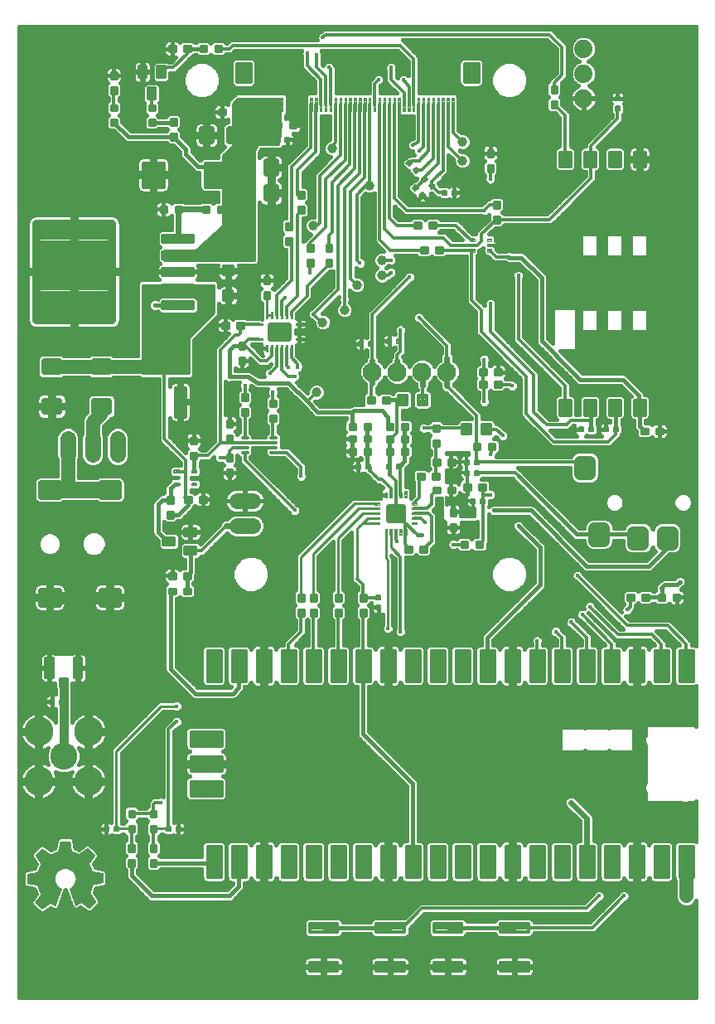
<source format=gtl>
G75*
%MOIN*%
%OFA0B0*%
%FSLAX25Y25*%
%IPPOS*%
%LPD*%
%AMOC8*
5,1,8,0,0,1.08239X$1,22.5*
%
%ADD10C,0.01654*%
%ADD11C,0.00945*%
%ADD12C,0.03386*%
%ADD13C,0.01181*%
%ADD14C,0.01417*%
%ADD15C,0.02362*%
%ADD16C,0.01535*%
%ADD17C,0.01606*%
%ADD18C,0.00709*%
%ADD19C,0.01890*%
%ADD20C,0.10800*%
%ADD21C,0.11700*%
%ADD22C,0.01240*%
%ADD23C,0.00443*%
%ADD24C,0.00402*%
%ADD25C,0.02102*%
%ADD26C,0.00396*%
%ADD27C,0.01633*%
%ADD28C,0.00787*%
%ADD29C,0.07600*%
%ADD30C,0.07400*%
%ADD31C,0.03937*%
%ADD32C,0.04331*%
%ADD33C,0.00200*%
%ADD34C,0.06480*%
%ADD35C,0.00397*%
%ADD36C,0.01600*%
%ADD37C,0.01781*%
%ADD38C,0.23622*%
%ADD39C,0.05000*%
%ADD40C,0.01000*%
%ADD41C,0.01200*%
%ADD42C,0.01209*%
%ADD43C,0.02400*%
%ADD44C,0.05600*%
%ADD45C,0.03543*%
%ADD46C,0.00600*%
%ADD47C,0.06600*%
D10*
X0234342Y0238260D02*
X0234342Y0243692D01*
X0238200Y0243692D01*
X0238200Y0238260D01*
X0234342Y0238260D01*
X0234342Y0239913D02*
X0238200Y0239913D01*
X0238200Y0241566D02*
X0234342Y0241566D01*
X0234342Y0243219D02*
X0238200Y0243219D01*
X0244342Y0243692D02*
X0244342Y0238260D01*
X0244342Y0243692D02*
X0248200Y0243692D01*
X0248200Y0238260D01*
X0244342Y0238260D01*
X0244342Y0239913D02*
X0248200Y0239913D01*
X0248200Y0241566D02*
X0244342Y0241566D01*
X0244342Y0243219D02*
X0248200Y0243219D01*
X0254342Y0243692D02*
X0254342Y0238260D01*
X0254342Y0243692D02*
X0258200Y0243692D01*
X0258200Y0238260D01*
X0254342Y0238260D01*
X0254342Y0239913D02*
X0258200Y0239913D01*
X0258200Y0241566D02*
X0254342Y0241566D01*
X0254342Y0243219D02*
X0258200Y0243219D01*
X0264342Y0243692D02*
X0264342Y0238260D01*
X0264342Y0243692D02*
X0268200Y0243692D01*
X0268200Y0238260D01*
X0264342Y0238260D01*
X0264342Y0239913D02*
X0268200Y0239913D01*
X0268200Y0241566D02*
X0264342Y0241566D01*
X0264342Y0243219D02*
X0268200Y0243219D01*
X0264342Y0338142D02*
X0264342Y0343574D01*
X0268200Y0343574D01*
X0268200Y0338142D01*
X0264342Y0338142D01*
X0264342Y0339795D02*
X0268200Y0339795D01*
X0268200Y0341448D02*
X0264342Y0341448D01*
X0264342Y0343101D02*
X0268200Y0343101D01*
X0254342Y0343574D02*
X0254342Y0338142D01*
X0254342Y0343574D02*
X0258200Y0343574D01*
X0258200Y0338142D01*
X0254342Y0338142D01*
X0254342Y0339795D02*
X0258200Y0339795D01*
X0258200Y0341448D02*
X0254342Y0341448D01*
X0254342Y0343101D02*
X0258200Y0343101D01*
X0244342Y0343574D02*
X0244342Y0338142D01*
X0244342Y0343574D02*
X0248200Y0343574D01*
X0248200Y0338142D01*
X0244342Y0338142D01*
X0244342Y0339795D02*
X0248200Y0339795D01*
X0248200Y0341448D02*
X0244342Y0341448D01*
X0244342Y0343101D02*
X0248200Y0343101D01*
X0234342Y0343574D02*
X0234342Y0338142D01*
X0234342Y0343574D02*
X0238200Y0343574D01*
X0238200Y0338142D01*
X0234342Y0338142D01*
X0234342Y0339795D02*
X0238200Y0339795D01*
X0238200Y0341448D02*
X0234342Y0341448D01*
X0234342Y0343101D02*
X0238200Y0343101D01*
D11*
X0232986Y0361632D02*
X0232986Y0364230D01*
X0232986Y0361632D02*
X0230780Y0361632D01*
X0230780Y0364230D01*
X0232986Y0364230D01*
X0232986Y0362576D02*
X0230780Y0362576D01*
X0230780Y0363520D02*
X0232986Y0363520D01*
X0232986Y0367632D02*
X0232986Y0370230D01*
X0232986Y0367632D02*
X0230780Y0367632D01*
X0230780Y0370230D01*
X0232986Y0370230D01*
X0232986Y0368576D02*
X0230780Y0368576D01*
X0230780Y0369520D02*
X0232986Y0369520D01*
X0205140Y0344590D02*
X0205140Y0341992D01*
X0205140Y0344590D02*
X0207346Y0344590D01*
X0207346Y0341992D01*
X0205140Y0341992D01*
X0205140Y0342936D02*
X0207346Y0342936D01*
X0207346Y0343880D02*
X0205140Y0343880D01*
X0205140Y0338590D02*
X0205140Y0335992D01*
X0205140Y0338590D02*
X0207346Y0338590D01*
X0207346Y0335992D01*
X0205140Y0335992D01*
X0205140Y0336936D02*
X0207346Y0336936D01*
X0207346Y0337880D02*
X0205140Y0337880D01*
X0209846Y0323840D02*
X0209846Y0321242D01*
X0207640Y0321242D01*
X0207640Y0323840D01*
X0209846Y0323840D01*
X0209846Y0322186D02*
X0207640Y0322186D01*
X0207640Y0323130D02*
X0209846Y0323130D01*
X0209846Y0317840D02*
X0209846Y0315242D01*
X0207640Y0315242D01*
X0207640Y0317840D01*
X0209846Y0317840D01*
X0209846Y0316186D02*
X0207640Y0316186D01*
X0207640Y0317130D02*
X0209846Y0317130D01*
X0184292Y0313188D02*
X0181694Y0313188D01*
X0181694Y0315394D01*
X0184292Y0315394D01*
X0184292Y0313188D01*
X0184292Y0314132D02*
X0181694Y0314132D01*
X0181694Y0315076D02*
X0184292Y0315076D01*
X0178292Y0313188D02*
X0175694Y0313188D01*
X0175694Y0315394D01*
X0178292Y0315394D01*
X0178292Y0313188D01*
X0178292Y0314132D02*
X0175694Y0314132D01*
X0175694Y0315076D02*
X0178292Y0315076D01*
X0178194Y0303188D02*
X0180792Y0303188D01*
X0178194Y0303188D02*
X0178194Y0305394D01*
X0180792Y0305394D01*
X0180792Y0303188D01*
X0180792Y0304132D02*
X0178194Y0304132D01*
X0178194Y0305076D02*
X0180792Y0305076D01*
X0184194Y0303188D02*
X0186792Y0303188D01*
X0184194Y0303188D02*
X0184194Y0305394D01*
X0186792Y0305394D01*
X0186792Y0303188D01*
X0186792Y0304132D02*
X0184194Y0304132D01*
X0184194Y0305076D02*
X0186792Y0305076D01*
X0201944Y0254188D02*
X0204542Y0254188D01*
X0201944Y0254188D02*
X0201944Y0256394D01*
X0204542Y0256394D01*
X0204542Y0254188D01*
X0204542Y0255132D02*
X0201944Y0255132D01*
X0201944Y0256076D02*
X0204542Y0256076D01*
X0207944Y0254188D02*
X0210542Y0254188D01*
X0207944Y0254188D02*
X0207944Y0256394D01*
X0210542Y0256394D01*
X0210542Y0254188D01*
X0210542Y0255132D02*
X0207944Y0255132D01*
X0207944Y0256076D02*
X0210542Y0256076D01*
X0210542Y0249188D02*
X0207944Y0249188D01*
X0207944Y0251394D01*
X0210542Y0251394D01*
X0210542Y0249188D01*
X0210542Y0250132D02*
X0207944Y0250132D01*
X0207944Y0251076D02*
X0210542Y0251076D01*
X0204542Y0249188D02*
X0201944Y0249188D01*
X0201944Y0251394D01*
X0204542Y0251394D01*
X0204542Y0249188D01*
X0204542Y0250132D02*
X0201944Y0250132D01*
X0201944Y0251076D02*
X0204542Y0251076D01*
X0205444Y0224188D02*
X0208042Y0224188D01*
X0205444Y0224188D02*
X0205444Y0226394D01*
X0208042Y0226394D01*
X0208042Y0224188D01*
X0208042Y0225132D02*
X0205444Y0225132D01*
X0205444Y0226076D02*
X0208042Y0226076D01*
X0202042Y0224188D02*
X0199444Y0224188D01*
X0199444Y0226394D01*
X0202042Y0226394D01*
X0202042Y0224188D01*
X0202042Y0225132D02*
X0199444Y0225132D01*
X0199444Y0226076D02*
X0202042Y0226076D01*
X0191807Y0217953D02*
X0189209Y0217953D01*
X0189209Y0220159D01*
X0191807Y0220159D01*
X0191807Y0217953D01*
X0191807Y0218897D02*
X0189209Y0218897D01*
X0189209Y0219841D02*
X0191807Y0219841D01*
X0185807Y0217953D02*
X0183209Y0217953D01*
X0183209Y0220159D01*
X0185807Y0220159D01*
X0185807Y0217953D01*
X0185807Y0218897D02*
X0183209Y0218897D01*
X0183209Y0219841D02*
X0185807Y0219841D01*
X0185542Y0212313D02*
X0182944Y0212313D01*
X0182944Y0214519D01*
X0185542Y0214519D01*
X0185542Y0212313D01*
X0185542Y0213257D02*
X0182944Y0213257D01*
X0182944Y0214201D02*
X0185542Y0214201D01*
X0185792Y0206688D02*
X0183194Y0206688D01*
X0183194Y0208894D01*
X0185792Y0208894D01*
X0185792Y0206688D01*
X0185792Y0207632D02*
X0183194Y0207632D01*
X0183194Y0208576D02*
X0185792Y0208576D01*
X0189194Y0206688D02*
X0191792Y0206688D01*
X0189194Y0206688D02*
X0189194Y0208894D01*
X0191792Y0208894D01*
X0191792Y0206688D01*
X0191792Y0207632D02*
X0189194Y0207632D01*
X0189194Y0208576D02*
X0191792Y0208576D01*
X0195694Y0210174D02*
X0198292Y0210174D01*
X0198292Y0207968D01*
X0195694Y0207968D01*
X0195694Y0210174D01*
X0195694Y0208912D02*
X0198292Y0208912D01*
X0198292Y0209856D02*
X0195694Y0209856D01*
X0201694Y0210174D02*
X0204292Y0210174D01*
X0204292Y0207968D01*
X0201694Y0207968D01*
X0201694Y0210174D01*
X0201694Y0208912D02*
X0204292Y0208912D01*
X0204292Y0209856D02*
X0201694Y0209856D01*
X0190140Y0200230D02*
X0190140Y0197632D01*
X0190140Y0200230D02*
X0192346Y0200230D01*
X0192346Y0197632D01*
X0190140Y0197632D01*
X0190140Y0198576D02*
X0192346Y0198576D01*
X0192346Y0199520D02*
X0190140Y0199520D01*
X0190140Y0194230D02*
X0190140Y0191632D01*
X0190140Y0194230D02*
X0192346Y0194230D01*
X0192346Y0191632D01*
X0190140Y0191632D01*
X0190140Y0192576D02*
X0192346Y0192576D01*
X0192346Y0193520D02*
X0190140Y0193520D01*
X0194444Y0184828D02*
X0197042Y0184828D01*
X0194444Y0184828D02*
X0194444Y0187034D01*
X0197042Y0187034D01*
X0197042Y0184828D01*
X0197042Y0185772D02*
X0194444Y0185772D01*
X0194444Y0186716D02*
X0197042Y0186716D01*
X0200444Y0184828D02*
X0203042Y0184828D01*
X0200444Y0184828D02*
X0200444Y0187034D01*
X0203042Y0187034D01*
X0203042Y0184828D01*
X0203042Y0185772D02*
X0200444Y0185772D01*
X0200444Y0186716D02*
X0203042Y0186716D01*
X0180542Y0182938D02*
X0177944Y0182938D01*
X0177944Y0185144D01*
X0180542Y0185144D01*
X0180542Y0182938D01*
X0180542Y0183882D02*
X0177944Y0183882D01*
X0177944Y0184826D02*
X0180542Y0184826D01*
X0174542Y0182938D02*
X0171944Y0182938D01*
X0171944Y0185144D01*
X0174542Y0185144D01*
X0174542Y0182938D01*
X0174542Y0183882D02*
X0171944Y0183882D01*
X0171944Y0184826D02*
X0174542Y0184826D01*
X0153890Y0165840D02*
X0153890Y0163242D01*
X0153890Y0165840D02*
X0156096Y0165840D01*
X0156096Y0163242D01*
X0153890Y0163242D01*
X0153890Y0164186D02*
X0156096Y0164186D01*
X0156096Y0165130D02*
X0153890Y0165130D01*
X0153890Y0159840D02*
X0153890Y0157242D01*
X0153890Y0159840D02*
X0156096Y0159840D01*
X0156096Y0157242D01*
X0153890Y0157242D01*
X0153890Y0158186D02*
X0156096Y0158186D01*
X0156096Y0159130D02*
X0153890Y0159130D01*
X0143890Y0159840D02*
X0143890Y0157242D01*
X0143890Y0159840D02*
X0146096Y0159840D01*
X0146096Y0157242D01*
X0143890Y0157242D01*
X0143890Y0158186D02*
X0146096Y0158186D01*
X0146096Y0159130D02*
X0143890Y0159130D01*
X0143890Y0163242D02*
X0143890Y0165840D01*
X0146096Y0165840D01*
X0146096Y0163242D01*
X0143890Y0163242D01*
X0143890Y0164186D02*
X0146096Y0164186D01*
X0146096Y0165130D02*
X0143890Y0165130D01*
X0133890Y0165840D02*
X0133890Y0163242D01*
X0133890Y0165840D02*
X0136096Y0165840D01*
X0136096Y0163242D01*
X0133890Y0163242D01*
X0133890Y0164186D02*
X0136096Y0164186D01*
X0136096Y0165130D02*
X0133890Y0165130D01*
X0128890Y0165840D02*
X0128890Y0163242D01*
X0128890Y0165840D02*
X0131096Y0165840D01*
X0131096Y0163242D01*
X0128890Y0163242D01*
X0128890Y0164186D02*
X0131096Y0164186D01*
X0131096Y0165130D02*
X0128890Y0165130D01*
X0128890Y0159840D02*
X0128890Y0157242D01*
X0128890Y0159840D02*
X0131096Y0159840D01*
X0131096Y0157242D01*
X0128890Y0157242D01*
X0128890Y0158186D02*
X0131096Y0158186D01*
X0131096Y0159130D02*
X0128890Y0159130D01*
X0133890Y0159840D02*
X0133890Y0157242D01*
X0133890Y0159840D02*
X0136096Y0159840D01*
X0136096Y0157242D01*
X0133890Y0157242D01*
X0133890Y0158186D02*
X0136096Y0158186D01*
X0136096Y0159130D02*
X0133890Y0159130D01*
X0091792Y0205144D02*
X0089194Y0205144D01*
X0091792Y0205144D02*
X0091792Y0202938D01*
X0089194Y0202938D01*
X0089194Y0205144D01*
X0089194Y0203882D02*
X0091792Y0203882D01*
X0091792Y0204826D02*
X0089194Y0204826D01*
X0085792Y0205144D02*
X0083194Y0205144D01*
X0085792Y0205144D02*
X0085792Y0202938D01*
X0083194Y0202938D01*
X0083194Y0205144D01*
X0083194Y0203882D02*
X0085792Y0203882D01*
X0085792Y0204826D02*
X0083194Y0204826D01*
X0076390Y0205230D02*
X0076390Y0202632D01*
X0076390Y0205230D02*
X0078596Y0205230D01*
X0078596Y0202632D01*
X0076390Y0202632D01*
X0076390Y0203576D02*
X0078596Y0203576D01*
X0078596Y0204520D02*
X0076390Y0204520D01*
X0076390Y0199230D02*
X0076390Y0196632D01*
X0076390Y0199230D02*
X0078596Y0199230D01*
X0078596Y0196632D01*
X0076390Y0196632D01*
X0076390Y0197576D02*
X0078596Y0197576D01*
X0078596Y0198520D02*
X0076390Y0198520D01*
X0076944Y0174534D02*
X0079542Y0174534D01*
X0079542Y0172328D01*
X0076944Y0172328D01*
X0076944Y0174534D01*
X0076944Y0173272D02*
X0079542Y0173272D01*
X0079542Y0174216D02*
X0076944Y0174216D01*
X0076944Y0166078D02*
X0079542Y0166078D01*
X0076944Y0166078D02*
X0076944Y0168284D01*
X0079542Y0168284D01*
X0079542Y0166078D01*
X0079542Y0167022D02*
X0076944Y0167022D01*
X0076944Y0167966D02*
X0079542Y0167966D01*
X0082944Y0166078D02*
X0085542Y0166078D01*
X0082944Y0166078D02*
X0082944Y0168284D01*
X0085542Y0168284D01*
X0085542Y0166078D01*
X0085542Y0167022D02*
X0082944Y0167022D01*
X0082944Y0167966D02*
X0085542Y0167966D01*
X0085542Y0174534D02*
X0082944Y0174534D01*
X0085542Y0174534D02*
X0085542Y0172328D01*
X0082944Y0172328D01*
X0082944Y0174534D01*
X0082944Y0173272D02*
X0085542Y0173272D01*
X0085542Y0174216D02*
X0082944Y0174216D01*
X0102346Y0213522D02*
X0102346Y0216120D01*
X0102346Y0213522D02*
X0100140Y0213522D01*
X0100140Y0216120D01*
X0102346Y0216120D01*
X0102346Y0214466D02*
X0100140Y0214466D01*
X0100140Y0215410D02*
X0102346Y0215410D01*
X0102346Y0219522D02*
X0102346Y0222120D01*
X0102346Y0219522D02*
X0100140Y0219522D01*
X0100140Y0222120D01*
X0102346Y0222120D01*
X0102346Y0220466D02*
X0100140Y0220466D01*
X0100140Y0221410D02*
X0102346Y0221410D01*
X0106223Y0222860D02*
X0108625Y0222860D01*
X0106223Y0222860D02*
X0106223Y0223096D01*
X0108625Y0223096D01*
X0108625Y0222860D01*
X0108625Y0224829D02*
X0106223Y0224829D01*
X0106223Y0225065D01*
X0108625Y0225065D01*
X0108625Y0224829D01*
X0108625Y0226797D02*
X0106223Y0226797D01*
X0106223Y0227033D01*
X0108625Y0227033D01*
X0108625Y0226797D01*
X0108625Y0228766D02*
X0106223Y0228766D01*
X0106223Y0229002D01*
X0108625Y0229002D01*
X0108625Y0228766D01*
X0102346Y0229870D02*
X0102346Y0227272D01*
X0100140Y0227272D01*
X0100140Y0229870D01*
X0102346Y0229870D01*
X0102346Y0228216D02*
X0100140Y0228216D01*
X0100140Y0229160D02*
X0102346Y0229160D01*
X0102346Y0233272D02*
X0102346Y0235870D01*
X0102346Y0233272D02*
X0100140Y0233272D01*
X0100140Y0235870D01*
X0102346Y0235870D01*
X0102346Y0234216D02*
X0100140Y0234216D01*
X0100140Y0235160D02*
X0102346Y0235160D01*
X0108596Y0237882D02*
X0108596Y0240480D01*
X0108596Y0237882D02*
X0106390Y0237882D01*
X0106390Y0240480D01*
X0108596Y0240480D01*
X0108596Y0238826D02*
X0106390Y0238826D01*
X0106390Y0239770D02*
X0108596Y0239770D01*
X0108596Y0243882D02*
X0108596Y0246480D01*
X0108596Y0243882D02*
X0106390Y0243882D01*
X0106390Y0246480D01*
X0108596Y0246480D01*
X0108596Y0244826D02*
X0106390Y0244826D01*
X0106390Y0245770D02*
X0108596Y0245770D01*
X0119846Y0243980D02*
X0119846Y0241382D01*
X0117640Y0241382D01*
X0117640Y0243980D01*
X0119846Y0243980D01*
X0119846Y0242326D02*
X0117640Y0242326D01*
X0117640Y0243270D02*
X0119846Y0243270D01*
X0119846Y0237980D02*
X0119846Y0235382D01*
X0117640Y0235382D01*
X0117640Y0237980D01*
X0119846Y0237980D01*
X0119846Y0236326D02*
X0117640Y0236326D01*
X0117640Y0237270D02*
X0119846Y0237270D01*
X0120042Y0229002D02*
X0117640Y0229002D01*
X0120042Y0229002D02*
X0120042Y0228766D01*
X0117640Y0228766D01*
X0117640Y0229002D01*
X0117640Y0227033D02*
X0120042Y0227033D01*
X0120042Y0226797D01*
X0117640Y0226797D01*
X0117640Y0227033D01*
X0117640Y0225065D02*
X0120042Y0225065D01*
X0120042Y0224829D01*
X0117640Y0224829D01*
X0117640Y0225065D01*
X0117640Y0223096D02*
X0120436Y0223096D01*
X0120436Y0222860D01*
X0117640Y0222860D01*
X0117640Y0223096D01*
X0107346Y0258492D02*
X0107346Y0261090D01*
X0107346Y0258492D02*
X0105140Y0258492D01*
X0105140Y0261090D01*
X0107346Y0261090D01*
X0107346Y0259436D02*
X0105140Y0259436D01*
X0105140Y0260380D02*
X0107346Y0260380D01*
X0107346Y0264492D02*
X0107346Y0267090D01*
X0107346Y0264492D02*
X0105140Y0264492D01*
X0105140Y0267090D01*
X0107346Y0267090D01*
X0107346Y0265436D02*
X0105140Y0265436D01*
X0105140Y0266380D02*
X0107346Y0266380D01*
X0106792Y0275144D02*
X0104194Y0275144D01*
X0106792Y0275144D02*
X0106792Y0272938D01*
X0104194Y0272938D01*
X0104194Y0275144D01*
X0104194Y0273882D02*
X0106792Y0273882D01*
X0106792Y0274826D02*
X0104194Y0274826D01*
X0100792Y0275144D02*
X0098194Y0275144D01*
X0100792Y0275144D02*
X0100792Y0272938D01*
X0098194Y0272938D01*
X0098194Y0275144D01*
X0098194Y0273882D02*
X0100792Y0273882D01*
X0100792Y0274826D02*
X0098194Y0274826D01*
X0117346Y0284742D02*
X0117346Y0287340D01*
X0117346Y0284742D02*
X0115140Y0284742D01*
X0115140Y0287340D01*
X0117346Y0287340D01*
X0117346Y0285686D02*
X0115140Y0285686D01*
X0115140Y0286630D02*
X0117346Y0286630D01*
X0117346Y0290742D02*
X0117346Y0293340D01*
X0117346Y0290742D02*
X0115140Y0290742D01*
X0115140Y0293340D01*
X0117346Y0293340D01*
X0117346Y0291686D02*
X0115140Y0291686D01*
X0115140Y0292630D02*
X0117346Y0292630D01*
X0126096Y0306632D02*
X0126096Y0309230D01*
X0126096Y0306632D02*
X0123890Y0306632D01*
X0123890Y0309230D01*
X0126096Y0309230D01*
X0126096Y0307576D02*
X0123890Y0307576D01*
X0123890Y0308520D02*
X0126096Y0308520D01*
X0126096Y0312632D02*
X0126096Y0315230D01*
X0126096Y0312632D02*
X0123890Y0312632D01*
X0123890Y0315230D01*
X0126096Y0315230D01*
X0126096Y0313576D02*
X0123890Y0313576D01*
X0123890Y0314520D02*
X0126096Y0314520D01*
X0131096Y0319132D02*
X0131096Y0321730D01*
X0131096Y0319132D02*
X0128890Y0319132D01*
X0128890Y0321730D01*
X0131096Y0321730D01*
X0131096Y0320076D02*
X0128890Y0320076D01*
X0128890Y0321020D02*
X0131096Y0321020D01*
X0131096Y0325132D02*
X0131096Y0327730D01*
X0131096Y0325132D02*
X0128890Y0325132D01*
X0128890Y0327730D01*
X0131096Y0327730D01*
X0131096Y0326076D02*
X0128890Y0326076D01*
X0128890Y0327020D02*
X0131096Y0327020D01*
X0134846Y0306480D02*
X0134846Y0303882D01*
X0132640Y0303882D01*
X0132640Y0306480D01*
X0134846Y0306480D01*
X0134846Y0304826D02*
X0132640Y0304826D01*
X0132640Y0305770D02*
X0134846Y0305770D01*
X0134846Y0300480D02*
X0134846Y0297882D01*
X0132640Y0297882D01*
X0132640Y0300480D01*
X0134846Y0300480D01*
X0134846Y0298826D02*
X0132640Y0298826D01*
X0132640Y0299770D02*
X0134846Y0299770D01*
X0142346Y0300480D02*
X0142346Y0297882D01*
X0140140Y0297882D01*
X0140140Y0300480D01*
X0142346Y0300480D01*
X0142346Y0298826D02*
X0140140Y0298826D01*
X0140140Y0299770D02*
X0142346Y0299770D01*
X0142346Y0303882D02*
X0142346Y0306480D01*
X0142346Y0303882D02*
X0140140Y0303882D01*
X0140140Y0306480D01*
X0142346Y0306480D01*
X0142346Y0304826D02*
X0140140Y0304826D01*
X0140140Y0305770D02*
X0142346Y0305770D01*
X0128042Y0353438D02*
X0125444Y0353438D01*
X0125444Y0355644D01*
X0128042Y0355644D01*
X0128042Y0353438D01*
X0128042Y0354382D02*
X0125444Y0354382D01*
X0125444Y0355326D02*
X0128042Y0355326D01*
X0122042Y0353438D02*
X0119444Y0353438D01*
X0119444Y0355644D01*
X0122042Y0355644D01*
X0122042Y0353438D01*
X0122042Y0354382D02*
X0119444Y0354382D01*
X0119444Y0355326D02*
X0122042Y0355326D01*
X0105542Y0358688D02*
X0102944Y0358688D01*
X0102944Y0360894D01*
X0105542Y0360894D01*
X0105542Y0358688D01*
X0105542Y0359632D02*
X0102944Y0359632D01*
X0102944Y0360576D02*
X0105542Y0360576D01*
X0099542Y0358688D02*
X0096944Y0358688D01*
X0096944Y0360894D01*
X0099542Y0360894D01*
X0099542Y0358688D01*
X0099542Y0359632D02*
X0096944Y0359632D01*
X0096944Y0360576D02*
X0099542Y0360576D01*
X0098042Y0386394D02*
X0095444Y0386394D01*
X0098042Y0386394D02*
X0098042Y0384188D01*
X0095444Y0384188D01*
X0095444Y0386394D01*
X0095444Y0385132D02*
X0098042Y0385132D01*
X0098042Y0386076D02*
X0095444Y0386076D01*
X0092042Y0386394D02*
X0089444Y0386394D01*
X0092042Y0386394D02*
X0092042Y0384188D01*
X0089444Y0384188D01*
X0089444Y0386394D01*
X0089444Y0385132D02*
X0092042Y0385132D01*
X0092042Y0386076D02*
X0089444Y0386076D01*
X0085542Y0386394D02*
X0082944Y0386394D01*
X0085542Y0386394D02*
X0085542Y0384188D01*
X0082944Y0384188D01*
X0082944Y0386394D01*
X0082944Y0385132D02*
X0085542Y0385132D01*
X0085542Y0386076D02*
X0082944Y0386076D01*
X0079542Y0386394D02*
X0076944Y0386394D01*
X0079542Y0386394D02*
X0079542Y0384188D01*
X0076944Y0384188D01*
X0076944Y0386394D01*
X0076944Y0385132D02*
X0079542Y0385132D01*
X0079542Y0386076D02*
X0076944Y0386076D01*
X0053640Y0375840D02*
X0053640Y0373242D01*
X0053640Y0375840D02*
X0055846Y0375840D01*
X0055846Y0373242D01*
X0053640Y0373242D01*
X0053640Y0374186D02*
X0055846Y0374186D01*
X0055846Y0375130D02*
X0053640Y0375130D01*
X0053640Y0369840D02*
X0053640Y0367242D01*
X0053640Y0369840D02*
X0055846Y0369840D01*
X0055846Y0367242D01*
X0053640Y0367242D01*
X0053640Y0368186D02*
X0055846Y0368186D01*
X0055846Y0369130D02*
X0053640Y0369130D01*
X0053640Y0360391D02*
X0055846Y0360391D01*
X0053640Y0360391D02*
X0053640Y0362597D01*
X0055846Y0362597D01*
X0055846Y0360391D01*
X0055846Y0361335D02*
X0053640Y0361335D01*
X0053640Y0362279D02*
X0055846Y0362279D01*
X0055846Y0354486D02*
X0053640Y0354486D01*
X0053640Y0356692D01*
X0055846Y0356692D01*
X0055846Y0354486D01*
X0055846Y0355430D02*
X0053640Y0355430D01*
X0053640Y0356374D02*
X0055846Y0356374D01*
X0068890Y0354486D02*
X0071096Y0354486D01*
X0068890Y0354486D02*
X0068890Y0356692D01*
X0071096Y0356692D01*
X0071096Y0354486D01*
X0071096Y0355430D02*
X0068890Y0355430D01*
X0068890Y0356374D02*
X0071096Y0356374D01*
X0071096Y0360391D02*
X0068890Y0360391D01*
X0068890Y0362597D01*
X0071096Y0362597D01*
X0071096Y0360391D01*
X0071096Y0361335D02*
X0068890Y0361335D01*
X0068890Y0362279D02*
X0071096Y0362279D01*
X0079846Y0357090D02*
X0079846Y0354492D01*
X0077640Y0354492D01*
X0077640Y0357090D01*
X0079846Y0357090D01*
X0079846Y0355436D02*
X0077640Y0355436D01*
X0077640Y0356380D02*
X0079846Y0356380D01*
X0079846Y0351090D02*
X0079846Y0348492D01*
X0077640Y0348492D01*
X0077640Y0351090D01*
X0079846Y0351090D01*
X0079846Y0349436D02*
X0077640Y0349436D01*
X0077640Y0350380D02*
X0079846Y0350380D01*
X0079444Y0321769D02*
X0082042Y0321769D01*
X0082042Y0319563D01*
X0079444Y0319563D01*
X0079444Y0321769D01*
X0079444Y0320507D02*
X0082042Y0320507D01*
X0082042Y0321451D02*
X0079444Y0321451D01*
X0076042Y0321769D02*
X0073444Y0321769D01*
X0076042Y0321769D02*
X0076042Y0319563D01*
X0073444Y0319563D01*
X0073444Y0321769D01*
X0073444Y0320507D02*
X0076042Y0320507D01*
X0076042Y0321451D02*
X0073444Y0321451D01*
X0090444Y0319563D02*
X0093042Y0319563D01*
X0090444Y0319563D02*
X0090444Y0321769D01*
X0093042Y0321769D01*
X0093042Y0319563D01*
X0093042Y0320507D02*
X0090444Y0320507D01*
X0090444Y0321451D02*
X0093042Y0321451D01*
X0096444Y0319563D02*
X0099042Y0319563D01*
X0096444Y0319563D02*
X0096444Y0321769D01*
X0099042Y0321769D01*
X0099042Y0319563D01*
X0099042Y0320507D02*
X0096444Y0320507D01*
X0096444Y0321451D02*
X0099042Y0321451D01*
X0156944Y0245144D02*
X0159542Y0245144D01*
X0159542Y0242938D01*
X0156944Y0242938D01*
X0156944Y0245144D01*
X0156944Y0243882D02*
X0159542Y0243882D01*
X0159542Y0244826D02*
X0156944Y0244826D01*
X0162944Y0245144D02*
X0165542Y0245144D01*
X0165542Y0242938D01*
X0162944Y0242938D01*
X0162944Y0245144D01*
X0162944Y0243882D02*
X0165542Y0243882D01*
X0165542Y0244826D02*
X0162944Y0244826D01*
X0164444Y0232328D02*
X0167042Y0232328D01*
X0164444Y0232328D02*
X0164444Y0234534D01*
X0167042Y0234534D01*
X0167042Y0232328D01*
X0167042Y0233272D02*
X0164444Y0233272D01*
X0164444Y0234216D02*
X0167042Y0234216D01*
X0167042Y0229534D02*
X0164444Y0229534D01*
X0167042Y0229534D02*
X0167042Y0227328D01*
X0164444Y0227328D01*
X0164444Y0229534D01*
X0164444Y0228272D02*
X0167042Y0228272D01*
X0167042Y0229216D02*
X0164444Y0229216D01*
X0164444Y0224534D02*
X0167042Y0224534D01*
X0167042Y0222328D01*
X0164444Y0222328D01*
X0164444Y0224534D01*
X0164444Y0223272D02*
X0167042Y0223272D01*
X0167042Y0224216D02*
X0164444Y0224216D01*
X0158042Y0224534D02*
X0155444Y0224534D01*
X0158042Y0224534D02*
X0158042Y0222328D01*
X0155444Y0222328D01*
X0155444Y0224534D01*
X0155444Y0223272D02*
X0158042Y0223272D01*
X0158042Y0224216D02*
X0155444Y0224216D01*
X0155444Y0229549D02*
X0158042Y0229549D01*
X0158042Y0227343D01*
X0155444Y0227343D01*
X0155444Y0229549D01*
X0155444Y0228287D02*
X0158042Y0228287D01*
X0158042Y0229231D02*
X0155444Y0229231D01*
X0155444Y0232328D02*
X0158042Y0232328D01*
X0155444Y0232328D02*
X0155444Y0234534D01*
X0158042Y0234534D01*
X0158042Y0232328D01*
X0158042Y0233272D02*
X0155444Y0233272D01*
X0155444Y0234216D02*
X0158042Y0234216D01*
X0152042Y0232328D02*
X0149444Y0232328D01*
X0149444Y0234534D01*
X0152042Y0234534D01*
X0152042Y0232328D01*
X0152042Y0233272D02*
X0149444Y0233272D01*
X0149444Y0234216D02*
X0152042Y0234216D01*
X0152042Y0229549D02*
X0149444Y0229549D01*
X0152042Y0229549D02*
X0152042Y0227343D01*
X0149444Y0227343D01*
X0149444Y0229549D01*
X0149444Y0228287D02*
X0152042Y0228287D01*
X0152042Y0229231D02*
X0149444Y0229231D01*
X0149444Y0224534D02*
X0152042Y0224534D01*
X0152042Y0222328D01*
X0149444Y0222328D01*
X0149444Y0224534D01*
X0149444Y0223272D02*
X0152042Y0223272D01*
X0152042Y0224216D02*
X0149444Y0224216D01*
X0170444Y0224534D02*
X0173042Y0224534D01*
X0173042Y0222328D01*
X0170444Y0222328D01*
X0170444Y0224534D01*
X0170444Y0223272D02*
X0173042Y0223272D01*
X0173042Y0224216D02*
X0170444Y0224216D01*
X0170444Y0229534D02*
X0173042Y0229534D01*
X0173042Y0227328D01*
X0170444Y0227328D01*
X0170444Y0229534D01*
X0170444Y0228272D02*
X0173042Y0228272D01*
X0173042Y0229216D02*
X0170444Y0229216D01*
X0170444Y0232328D02*
X0173042Y0232328D01*
X0170444Y0232328D02*
X0170444Y0234534D01*
X0173042Y0234534D01*
X0173042Y0232328D01*
X0173042Y0233272D02*
X0170444Y0233272D01*
X0170444Y0234216D02*
X0173042Y0234216D01*
X0183265Y0233980D02*
X0183265Y0231382D01*
X0183265Y0233980D02*
X0185471Y0233980D01*
X0185471Y0231382D01*
X0183265Y0231382D01*
X0183265Y0232326D02*
X0185471Y0232326D01*
X0185471Y0233270D02*
X0183265Y0233270D01*
X0183265Y0227980D02*
X0183265Y0225382D01*
X0183265Y0227980D02*
X0185471Y0227980D01*
X0185471Y0225382D01*
X0183265Y0225382D01*
X0183265Y0226326D02*
X0185471Y0226326D01*
X0185471Y0227270D02*
X0183265Y0227270D01*
X0179542Y0212313D02*
X0176944Y0212313D01*
X0176944Y0214519D01*
X0179542Y0214519D01*
X0179542Y0212313D01*
X0179542Y0213257D02*
X0176944Y0213257D01*
X0176944Y0214201D02*
X0179542Y0214201D01*
X0261304Y0165784D02*
X0263902Y0165784D01*
X0263902Y0163578D01*
X0261304Y0163578D01*
X0261304Y0165784D01*
X0261304Y0164522D02*
X0263902Y0164522D01*
X0263902Y0165466D02*
X0261304Y0165466D01*
X0267304Y0165784D02*
X0269902Y0165784D01*
X0269902Y0163578D01*
X0267304Y0163578D01*
X0267304Y0165784D01*
X0267304Y0164522D02*
X0269902Y0164522D01*
X0269902Y0165466D02*
X0267304Y0165466D01*
X0273804Y0163578D02*
X0276402Y0163578D01*
X0273804Y0163578D02*
X0273804Y0165784D01*
X0276402Y0165784D01*
X0276402Y0163578D01*
X0276402Y0164522D02*
X0273804Y0164522D01*
X0273804Y0165466D02*
X0276402Y0165466D01*
X0279804Y0163578D02*
X0282402Y0163578D01*
X0279804Y0163578D02*
X0279804Y0165784D01*
X0282402Y0165784D01*
X0282402Y0163578D01*
X0282402Y0164522D02*
X0279804Y0164522D01*
X0279804Y0165466D02*
X0282402Y0165466D01*
X0275542Y0232644D02*
X0272944Y0232644D01*
X0275542Y0232644D02*
X0275542Y0230438D01*
X0272944Y0230438D01*
X0272944Y0232644D01*
X0272944Y0231382D02*
X0275542Y0231382D01*
X0275542Y0232326D02*
X0272944Y0232326D01*
X0269542Y0232644D02*
X0266944Y0232644D01*
X0269542Y0232644D02*
X0269542Y0230438D01*
X0266944Y0230438D01*
X0266944Y0232644D01*
X0266944Y0231382D02*
X0269542Y0231382D01*
X0269542Y0232326D02*
X0266944Y0232326D01*
X0085750Y0228980D02*
X0085750Y0226382D01*
X0085750Y0228980D02*
X0087956Y0228980D01*
X0087956Y0226382D01*
X0085750Y0226382D01*
X0085750Y0227326D02*
X0087956Y0227326D01*
X0087956Y0228270D02*
X0085750Y0228270D01*
X0085750Y0222980D02*
X0085750Y0220382D01*
X0085750Y0222980D02*
X0087956Y0222980D01*
X0087956Y0220382D01*
X0085750Y0220382D01*
X0085750Y0221326D02*
X0087956Y0221326D01*
X0087956Y0222270D02*
X0085750Y0222270D01*
X0071736Y0078980D02*
X0071736Y0076382D01*
X0069530Y0076382D01*
X0069530Y0078980D01*
X0071736Y0078980D01*
X0071736Y0077326D02*
X0069530Y0077326D01*
X0069530Y0078270D02*
X0071736Y0078270D01*
X0071736Y0072980D02*
X0071736Y0070382D01*
X0069530Y0070382D01*
X0069530Y0072980D01*
X0071736Y0072980D01*
X0071736Y0071326D02*
X0069530Y0071326D01*
X0069530Y0072270D02*
X0071736Y0072270D01*
X0069500Y0065230D02*
X0069500Y0062632D01*
X0069500Y0065230D02*
X0071706Y0065230D01*
X0071706Y0062632D01*
X0069500Y0062632D01*
X0069500Y0063576D02*
X0071706Y0063576D01*
X0071706Y0064520D02*
X0069500Y0064520D01*
X0069500Y0059230D02*
X0069500Y0056632D01*
X0069500Y0059230D02*
X0071706Y0059230D01*
X0071706Y0056632D01*
X0069500Y0056632D01*
X0069500Y0057576D02*
X0071706Y0057576D01*
X0071706Y0058520D02*
X0069500Y0058520D01*
X0060750Y0059230D02*
X0060750Y0056632D01*
X0060750Y0059230D02*
X0062956Y0059230D01*
X0062956Y0056632D01*
X0060750Y0056632D01*
X0060750Y0057576D02*
X0062956Y0057576D01*
X0062956Y0058520D02*
X0060750Y0058520D01*
X0060750Y0062632D02*
X0060750Y0065230D01*
X0062956Y0065230D01*
X0062956Y0062632D01*
X0060750Y0062632D01*
X0060750Y0063576D02*
X0062956Y0063576D01*
X0062956Y0064520D02*
X0060750Y0064520D01*
X0062986Y0070382D02*
X0062986Y0072980D01*
X0062986Y0070382D02*
X0060780Y0070382D01*
X0060780Y0072980D01*
X0062986Y0072980D01*
X0062986Y0071326D02*
X0060780Y0071326D01*
X0060780Y0072270D02*
X0062986Y0072270D01*
X0062986Y0076382D02*
X0062986Y0078980D01*
X0062986Y0076382D02*
X0060780Y0076382D01*
X0060780Y0078980D01*
X0062986Y0078980D01*
X0062986Y0077326D02*
X0060780Y0077326D01*
X0060780Y0078270D02*
X0062986Y0078270D01*
D12*
X0053979Y0276171D02*
X0053979Y0314911D01*
X0053979Y0276171D02*
X0023507Y0276171D01*
X0023507Y0314911D01*
X0053979Y0314911D01*
X0053979Y0279556D02*
X0023507Y0279556D01*
X0023507Y0282941D02*
X0053979Y0282941D01*
X0053979Y0286326D02*
X0023507Y0286326D01*
X0023507Y0289711D02*
X0053979Y0289711D01*
X0053979Y0293096D02*
X0023507Y0293096D01*
X0023507Y0296481D02*
X0053979Y0296481D01*
X0053979Y0299866D02*
X0023507Y0299866D01*
X0023507Y0303251D02*
X0053979Y0303251D01*
X0053979Y0306636D02*
X0023507Y0306636D01*
X0023507Y0310021D02*
X0053979Y0310021D01*
X0053979Y0313406D02*
X0023507Y0313406D01*
D13*
X0068615Y0369377D02*
X0071371Y0369377D01*
X0071371Y0365045D01*
X0068615Y0365045D01*
X0068615Y0369377D01*
X0068615Y0366225D02*
X0071371Y0366225D01*
X0071371Y0367405D02*
X0068615Y0367405D01*
X0068615Y0368585D02*
X0071371Y0368585D01*
X0072355Y0378038D02*
X0075111Y0378038D01*
X0075111Y0373706D01*
X0072355Y0373706D01*
X0072355Y0378038D01*
X0072355Y0374886D02*
X0075111Y0374886D01*
X0075111Y0376066D02*
X0072355Y0376066D01*
X0072355Y0377246D02*
X0075111Y0377246D01*
X0067631Y0378038D02*
X0064875Y0378038D01*
X0067631Y0378038D02*
X0067631Y0373706D01*
X0064875Y0373706D01*
X0064875Y0378038D01*
X0064875Y0374886D02*
X0067631Y0374886D01*
X0067631Y0376066D02*
X0064875Y0376066D01*
X0064875Y0377246D02*
X0067631Y0377246D01*
X0086578Y0310305D02*
X0086578Y0307549D01*
X0074372Y0307549D01*
X0074372Y0310305D01*
X0086578Y0310305D01*
X0086578Y0308729D02*
X0074372Y0308729D01*
X0074372Y0309909D02*
X0086578Y0309909D01*
X0086578Y0303612D02*
X0086578Y0300856D01*
X0074372Y0300856D01*
X0074372Y0303612D01*
X0086578Y0303612D01*
X0086578Y0302036D02*
X0074372Y0302036D01*
X0074372Y0303216D02*
X0086578Y0303216D01*
X0086578Y0296919D02*
X0086578Y0294163D01*
X0074372Y0294163D01*
X0074372Y0296919D01*
X0086578Y0296919D01*
X0086578Y0295343D02*
X0074372Y0295343D01*
X0074372Y0296523D02*
X0086578Y0296523D01*
X0086578Y0290226D02*
X0086578Y0287470D01*
X0074372Y0287470D01*
X0074372Y0290226D01*
X0086578Y0290226D01*
X0086578Y0288650D02*
X0074372Y0288650D01*
X0074372Y0289830D02*
X0086578Y0289830D01*
X0086578Y0283534D02*
X0086578Y0280778D01*
X0074372Y0280778D01*
X0074372Y0283534D01*
X0086578Y0283534D01*
X0086578Y0281958D02*
X0074372Y0281958D01*
X0074372Y0283138D02*
X0086578Y0283138D01*
X0087740Y0192299D02*
X0087740Y0189543D01*
X0083408Y0189543D01*
X0083408Y0192299D01*
X0087740Y0192299D01*
X0087740Y0190723D02*
X0083408Y0190723D01*
X0083408Y0191903D02*
X0087740Y0191903D01*
X0087740Y0184819D02*
X0087740Y0182063D01*
X0083408Y0182063D01*
X0083408Y0184819D01*
X0087740Y0184819D01*
X0087740Y0183243D02*
X0083408Y0183243D01*
X0083408Y0184423D02*
X0087740Y0184423D01*
X0079078Y0185803D02*
X0079078Y0188559D01*
X0079078Y0185803D02*
X0074746Y0185803D01*
X0074746Y0188559D01*
X0079078Y0188559D01*
X0079078Y0186983D02*
X0074746Y0186983D01*
X0074746Y0188163D02*
X0079078Y0188163D01*
X0035871Y0128899D02*
X0033115Y0128899D01*
X0033115Y0131853D01*
X0035871Y0131853D01*
X0035871Y0128899D01*
X0035871Y0130079D02*
X0033115Y0130079D01*
X0033115Y0131259D02*
X0035871Y0131259D01*
D14*
X0133516Y0033569D02*
X0144698Y0033569D01*
X0144698Y0030261D01*
X0133516Y0030261D01*
X0133516Y0033569D01*
X0133516Y0031677D02*
X0144698Y0031677D01*
X0144698Y0033093D02*
X0133516Y0033093D01*
X0133516Y0017821D02*
X0144698Y0017821D01*
X0144698Y0014513D01*
X0133516Y0014513D01*
X0133516Y0017821D01*
X0133516Y0015929D02*
X0144698Y0015929D01*
X0144698Y0017345D02*
X0133516Y0017345D01*
X0160288Y0017821D02*
X0171470Y0017821D01*
X0171470Y0014513D01*
X0160288Y0014513D01*
X0160288Y0017821D01*
X0160288Y0015929D02*
X0171470Y0015929D01*
X0171470Y0017345D02*
X0160288Y0017345D01*
X0160288Y0033569D02*
X0171470Y0033569D01*
X0171470Y0030261D01*
X0160288Y0030261D01*
X0160288Y0033569D01*
X0160288Y0031677D02*
X0171470Y0031677D01*
X0171470Y0033093D02*
X0160288Y0033093D01*
X0183516Y0033599D02*
X0194698Y0033599D01*
X0194698Y0030291D01*
X0183516Y0030291D01*
X0183516Y0033599D01*
X0183516Y0031707D02*
X0194698Y0031707D01*
X0194698Y0033123D02*
X0183516Y0033123D01*
X0183516Y0017851D02*
X0194698Y0017851D01*
X0194698Y0014543D01*
X0183516Y0014543D01*
X0183516Y0017851D01*
X0183516Y0015959D02*
X0194698Y0015959D01*
X0194698Y0017375D02*
X0183516Y0017375D01*
X0210288Y0017851D02*
X0221470Y0017851D01*
X0221470Y0014543D01*
X0210288Y0014543D01*
X0210288Y0017851D01*
X0210288Y0015959D02*
X0221470Y0015959D01*
X0221470Y0017375D02*
X0210288Y0017375D01*
X0210288Y0033599D02*
X0221470Y0033599D01*
X0221470Y0030291D01*
X0210288Y0030291D01*
X0210288Y0033599D01*
X0210288Y0031707D02*
X0221470Y0031707D01*
X0221470Y0033123D02*
X0210288Y0033123D01*
X0206287Y0234032D02*
X0202979Y0234032D01*
X0206287Y0234032D02*
X0206287Y0230330D01*
X0202979Y0230330D01*
X0202979Y0234032D01*
X0202979Y0231746D02*
X0206287Y0231746D01*
X0206287Y0233162D02*
X0202979Y0233162D01*
X0198287Y0234032D02*
X0194979Y0234032D01*
X0198287Y0234032D02*
X0198287Y0230330D01*
X0194979Y0230330D01*
X0194979Y0234032D01*
X0194979Y0231746D02*
X0198287Y0231746D01*
X0198287Y0233162D02*
X0194979Y0233162D01*
X0180647Y0245922D02*
X0177339Y0245922D01*
X0180647Y0245922D02*
X0180647Y0242220D01*
X0177339Y0242220D01*
X0177339Y0245922D01*
X0177339Y0243636D02*
X0180647Y0243636D01*
X0180647Y0245052D02*
X0177339Y0245052D01*
X0172647Y0245922D02*
X0169339Y0245922D01*
X0172647Y0245922D02*
X0172647Y0242220D01*
X0169339Y0242220D01*
X0169339Y0245922D01*
X0169339Y0243636D02*
X0172647Y0243636D01*
X0172647Y0245052D02*
X0169339Y0245052D01*
X0102397Y0287892D02*
X0099089Y0287892D01*
X0102397Y0287892D02*
X0102397Y0284190D01*
X0099089Y0284190D01*
X0099089Y0287892D01*
X0099089Y0285606D02*
X0102397Y0285606D01*
X0102397Y0287022D02*
X0099089Y0287022D01*
X0102594Y0294387D02*
X0102594Y0297695D01*
X0102594Y0294387D02*
X0098892Y0294387D01*
X0098892Y0297695D01*
X0102594Y0297695D01*
X0102594Y0295803D02*
X0098892Y0295803D01*
X0098892Y0297219D02*
X0102594Y0297219D01*
X0102594Y0302387D02*
X0102594Y0305695D01*
X0102594Y0302387D02*
X0098892Y0302387D01*
X0098892Y0305695D01*
X0102594Y0305695D01*
X0102594Y0303803D02*
X0098892Y0303803D01*
X0098892Y0305219D02*
X0102594Y0305219D01*
X0094397Y0287892D02*
X0091089Y0287892D01*
X0094397Y0287892D02*
X0094397Y0284190D01*
X0091089Y0284190D01*
X0091089Y0287892D01*
X0091089Y0285606D02*
X0094397Y0285606D01*
X0094397Y0287022D02*
X0091089Y0287022D01*
D15*
X0117503Y0268785D02*
X0124983Y0268785D01*
X0117503Y0268785D02*
X0117503Y0274297D01*
X0124983Y0274297D01*
X0124983Y0268785D01*
X0124983Y0271146D02*
X0117503Y0271146D01*
X0117503Y0273507D02*
X0124983Y0273507D01*
X0158743Y0255291D02*
X0158743Y0250931D01*
X0168743Y0255291D02*
X0168743Y0259681D01*
X0178993Y0255041D02*
X0178993Y0249931D01*
X0188743Y0249681D02*
X0188743Y0255291D01*
X0170859Y0201187D02*
X0170859Y0195675D01*
X0165347Y0195675D01*
X0165347Y0201187D01*
X0170859Y0201187D01*
X0170859Y0198036D02*
X0165347Y0198036D01*
X0165347Y0200397D02*
X0170859Y0200397D01*
X0107493Y0193431D02*
X0099993Y0193431D01*
X0056684Y0205189D02*
X0049598Y0205189D01*
X0049598Y0210701D01*
X0056684Y0210701D01*
X0056684Y0205189D01*
X0056684Y0207550D02*
X0049598Y0207550D01*
X0049598Y0209911D02*
X0056684Y0209911D01*
X0032471Y0205189D02*
X0025385Y0205189D01*
X0025385Y0210701D01*
X0032471Y0210701D01*
X0032471Y0205189D01*
X0032471Y0207550D02*
X0025385Y0207550D01*
X0025385Y0209911D02*
X0032471Y0209911D01*
X0032471Y0161882D02*
X0025385Y0161882D01*
X0025385Y0167394D01*
X0032471Y0167394D01*
X0032471Y0161882D01*
X0032471Y0164243D02*
X0025385Y0164243D01*
X0025385Y0166604D02*
X0032471Y0166604D01*
X0049598Y0161882D02*
X0056684Y0161882D01*
X0049598Y0161882D02*
X0049598Y0167394D01*
X0056684Y0167394D01*
X0056684Y0161882D01*
X0056684Y0164243D02*
X0049598Y0164243D01*
X0049598Y0166604D02*
X0056684Y0166604D01*
X0238743Y0082181D02*
X0244993Y0075931D01*
X0244993Y0058421D01*
X0267743Y0240055D02*
X0266271Y0240976D01*
D16*
X0083285Y0237509D02*
X0083285Y0248967D01*
X0083285Y0237509D02*
X0079701Y0237509D01*
X0079701Y0248967D01*
X0083285Y0248967D01*
X0083285Y0239043D02*
X0079701Y0239043D01*
X0079701Y0240577D02*
X0083285Y0240577D01*
X0083285Y0242111D02*
X0079701Y0242111D01*
X0079701Y0243645D02*
X0083285Y0243645D01*
X0083285Y0245179D02*
X0079701Y0245179D01*
X0079701Y0246713D02*
X0083285Y0246713D01*
X0083285Y0248247D02*
X0079701Y0248247D01*
X0083285Y0262115D02*
X0083285Y0273573D01*
X0083285Y0262115D02*
X0079701Y0262115D01*
X0079701Y0273573D01*
X0083285Y0273573D01*
X0083285Y0263649D02*
X0079701Y0263649D01*
X0079701Y0265183D02*
X0083285Y0265183D01*
X0083285Y0266717D02*
X0079701Y0266717D01*
X0079701Y0268251D02*
X0083285Y0268251D01*
X0083285Y0269785D02*
X0079701Y0269785D01*
X0079701Y0271319D02*
X0083285Y0271319D01*
X0083285Y0272853D02*
X0079701Y0272853D01*
D17*
X0074512Y0329832D02*
X0066670Y0329832D01*
X0066670Y0339250D01*
X0074512Y0339250D01*
X0074512Y0329832D01*
X0074512Y0331437D02*
X0066670Y0331437D01*
X0066670Y0333042D02*
X0074512Y0333042D01*
X0074512Y0334647D02*
X0066670Y0334647D01*
X0066670Y0336252D02*
X0074512Y0336252D01*
X0074512Y0337857D02*
X0066670Y0337857D01*
X0091474Y0339250D02*
X0099316Y0339250D01*
X0099316Y0329832D01*
X0091474Y0329832D01*
X0091474Y0339250D01*
X0091474Y0331437D02*
X0099316Y0331437D01*
X0099316Y0333042D02*
X0091474Y0333042D01*
X0091474Y0334647D02*
X0099316Y0334647D01*
X0099316Y0336252D02*
X0091474Y0336252D01*
X0091474Y0337857D02*
X0099316Y0337857D01*
X0092450Y0143248D02*
X0092450Y0131074D01*
X0092450Y0143248D02*
X0097536Y0143248D01*
X0097536Y0131074D01*
X0092450Y0131074D01*
X0092450Y0132679D02*
X0097536Y0132679D01*
X0097536Y0134284D02*
X0092450Y0134284D01*
X0092450Y0135889D02*
X0097536Y0135889D01*
X0097536Y0137494D02*
X0092450Y0137494D01*
X0092450Y0139099D02*
X0097536Y0139099D01*
X0097536Y0140704D02*
X0092450Y0140704D01*
X0092450Y0142309D02*
X0097536Y0142309D01*
X0102450Y0143248D02*
X0102450Y0131074D01*
X0102450Y0143248D02*
X0107536Y0143248D01*
X0107536Y0131074D01*
X0102450Y0131074D01*
X0102450Y0132679D02*
X0107536Y0132679D01*
X0107536Y0134284D02*
X0102450Y0134284D01*
X0102450Y0135889D02*
X0107536Y0135889D01*
X0107536Y0137494D02*
X0102450Y0137494D01*
X0102450Y0139099D02*
X0107536Y0139099D01*
X0107536Y0140704D02*
X0102450Y0140704D01*
X0102450Y0142309D02*
X0107536Y0142309D01*
X0112450Y0143248D02*
X0112450Y0131074D01*
X0112450Y0143248D02*
X0117536Y0143248D01*
X0117536Y0131074D01*
X0112450Y0131074D01*
X0112450Y0132679D02*
X0117536Y0132679D01*
X0117536Y0134284D02*
X0112450Y0134284D01*
X0112450Y0135889D02*
X0117536Y0135889D01*
X0117536Y0137494D02*
X0112450Y0137494D01*
X0112450Y0139099D02*
X0117536Y0139099D01*
X0117536Y0140704D02*
X0112450Y0140704D01*
X0112450Y0142309D02*
X0117536Y0142309D01*
X0122450Y0143248D02*
X0122450Y0131074D01*
X0122450Y0143248D02*
X0127536Y0143248D01*
X0127536Y0131074D01*
X0122450Y0131074D01*
X0122450Y0132679D02*
X0127536Y0132679D01*
X0127536Y0134284D02*
X0122450Y0134284D01*
X0122450Y0135889D02*
X0127536Y0135889D01*
X0127536Y0137494D02*
X0122450Y0137494D01*
X0122450Y0139099D02*
X0127536Y0139099D01*
X0127536Y0140704D02*
X0122450Y0140704D01*
X0122450Y0142309D02*
X0127536Y0142309D01*
X0132450Y0143248D02*
X0132450Y0131074D01*
X0132450Y0143248D02*
X0137536Y0143248D01*
X0137536Y0131074D01*
X0132450Y0131074D01*
X0132450Y0132679D02*
X0137536Y0132679D01*
X0137536Y0134284D02*
X0132450Y0134284D01*
X0132450Y0135889D02*
X0137536Y0135889D01*
X0137536Y0137494D02*
X0132450Y0137494D01*
X0132450Y0139099D02*
X0137536Y0139099D01*
X0137536Y0140704D02*
X0132450Y0140704D01*
X0132450Y0142309D02*
X0137536Y0142309D01*
X0142450Y0143248D02*
X0142450Y0131074D01*
X0142450Y0143248D02*
X0147536Y0143248D01*
X0147536Y0131074D01*
X0142450Y0131074D01*
X0142450Y0132679D02*
X0147536Y0132679D01*
X0147536Y0134284D02*
X0142450Y0134284D01*
X0142450Y0135889D02*
X0147536Y0135889D01*
X0147536Y0137494D02*
X0142450Y0137494D01*
X0142450Y0139099D02*
X0147536Y0139099D01*
X0147536Y0140704D02*
X0142450Y0140704D01*
X0142450Y0142309D02*
X0147536Y0142309D01*
X0152450Y0143248D02*
X0152450Y0131074D01*
X0152450Y0143248D02*
X0157536Y0143248D01*
X0157536Y0131074D01*
X0152450Y0131074D01*
X0152450Y0132679D02*
X0157536Y0132679D01*
X0157536Y0134284D02*
X0152450Y0134284D01*
X0152450Y0135889D02*
X0157536Y0135889D01*
X0157536Y0137494D02*
X0152450Y0137494D01*
X0152450Y0139099D02*
X0157536Y0139099D01*
X0157536Y0140704D02*
X0152450Y0140704D01*
X0152450Y0142309D02*
X0157536Y0142309D01*
X0162450Y0143248D02*
X0162450Y0131074D01*
X0162450Y0143248D02*
X0167536Y0143248D01*
X0167536Y0131074D01*
X0162450Y0131074D01*
X0162450Y0132679D02*
X0167536Y0132679D01*
X0167536Y0134284D02*
X0162450Y0134284D01*
X0162450Y0135889D02*
X0167536Y0135889D01*
X0167536Y0137494D02*
X0162450Y0137494D01*
X0162450Y0139099D02*
X0167536Y0139099D01*
X0167536Y0140704D02*
X0162450Y0140704D01*
X0162450Y0142309D02*
X0167536Y0142309D01*
X0172450Y0143248D02*
X0172450Y0131074D01*
X0172450Y0143248D02*
X0177536Y0143248D01*
X0177536Y0131074D01*
X0172450Y0131074D01*
X0172450Y0132679D02*
X0177536Y0132679D01*
X0177536Y0134284D02*
X0172450Y0134284D01*
X0172450Y0135889D02*
X0177536Y0135889D01*
X0177536Y0137494D02*
X0172450Y0137494D01*
X0172450Y0139099D02*
X0177536Y0139099D01*
X0177536Y0140704D02*
X0172450Y0140704D01*
X0172450Y0142309D02*
X0177536Y0142309D01*
X0182450Y0143248D02*
X0182450Y0131074D01*
X0182450Y0143248D02*
X0187536Y0143248D01*
X0187536Y0131074D01*
X0182450Y0131074D01*
X0182450Y0132679D02*
X0187536Y0132679D01*
X0187536Y0134284D02*
X0182450Y0134284D01*
X0182450Y0135889D02*
X0187536Y0135889D01*
X0187536Y0137494D02*
X0182450Y0137494D01*
X0182450Y0139099D02*
X0187536Y0139099D01*
X0187536Y0140704D02*
X0182450Y0140704D01*
X0182450Y0142309D02*
X0187536Y0142309D01*
X0192450Y0143248D02*
X0192450Y0131074D01*
X0192450Y0143248D02*
X0197536Y0143248D01*
X0197536Y0131074D01*
X0192450Y0131074D01*
X0192450Y0132679D02*
X0197536Y0132679D01*
X0197536Y0134284D02*
X0192450Y0134284D01*
X0192450Y0135889D02*
X0197536Y0135889D01*
X0197536Y0137494D02*
X0192450Y0137494D01*
X0192450Y0139099D02*
X0197536Y0139099D01*
X0197536Y0140704D02*
X0192450Y0140704D01*
X0192450Y0142309D02*
X0197536Y0142309D01*
X0202450Y0143248D02*
X0202450Y0131074D01*
X0202450Y0143248D02*
X0207536Y0143248D01*
X0207536Y0131074D01*
X0202450Y0131074D01*
X0202450Y0132679D02*
X0207536Y0132679D01*
X0207536Y0134284D02*
X0202450Y0134284D01*
X0202450Y0135889D02*
X0207536Y0135889D01*
X0207536Y0137494D02*
X0202450Y0137494D01*
X0202450Y0139099D02*
X0207536Y0139099D01*
X0207536Y0140704D02*
X0202450Y0140704D01*
X0202450Y0142309D02*
X0207536Y0142309D01*
X0212450Y0143248D02*
X0212450Y0131074D01*
X0212450Y0143248D02*
X0217536Y0143248D01*
X0217536Y0131074D01*
X0212450Y0131074D01*
X0212450Y0132679D02*
X0217536Y0132679D01*
X0217536Y0134284D02*
X0212450Y0134284D01*
X0212450Y0135889D02*
X0217536Y0135889D01*
X0217536Y0137494D02*
X0212450Y0137494D01*
X0212450Y0139099D02*
X0217536Y0139099D01*
X0217536Y0140704D02*
X0212450Y0140704D01*
X0212450Y0142309D02*
X0217536Y0142309D01*
X0222450Y0143248D02*
X0222450Y0131074D01*
X0222450Y0143248D02*
X0227536Y0143248D01*
X0227536Y0131074D01*
X0222450Y0131074D01*
X0222450Y0132679D02*
X0227536Y0132679D01*
X0227536Y0134284D02*
X0222450Y0134284D01*
X0222450Y0135889D02*
X0227536Y0135889D01*
X0227536Y0137494D02*
X0222450Y0137494D01*
X0222450Y0139099D02*
X0227536Y0139099D01*
X0227536Y0140704D02*
X0222450Y0140704D01*
X0222450Y0142309D02*
X0227536Y0142309D01*
X0232450Y0143248D02*
X0232450Y0131074D01*
X0232450Y0143248D02*
X0237536Y0143248D01*
X0237536Y0131074D01*
X0232450Y0131074D01*
X0232450Y0132679D02*
X0237536Y0132679D01*
X0237536Y0134284D02*
X0232450Y0134284D01*
X0232450Y0135889D02*
X0237536Y0135889D01*
X0237536Y0137494D02*
X0232450Y0137494D01*
X0232450Y0139099D02*
X0237536Y0139099D01*
X0237536Y0140704D02*
X0232450Y0140704D01*
X0232450Y0142309D02*
X0237536Y0142309D01*
X0242450Y0143248D02*
X0242450Y0131074D01*
X0242450Y0143248D02*
X0247536Y0143248D01*
X0247536Y0131074D01*
X0242450Y0131074D01*
X0242450Y0132679D02*
X0247536Y0132679D01*
X0247536Y0134284D02*
X0242450Y0134284D01*
X0242450Y0135889D02*
X0247536Y0135889D01*
X0247536Y0137494D02*
X0242450Y0137494D01*
X0242450Y0139099D02*
X0247536Y0139099D01*
X0247536Y0140704D02*
X0242450Y0140704D01*
X0242450Y0142309D02*
X0247536Y0142309D01*
X0252450Y0143248D02*
X0252450Y0131074D01*
X0252450Y0143248D02*
X0257536Y0143248D01*
X0257536Y0131074D01*
X0252450Y0131074D01*
X0252450Y0132679D02*
X0257536Y0132679D01*
X0257536Y0134284D02*
X0252450Y0134284D01*
X0252450Y0135889D02*
X0257536Y0135889D01*
X0257536Y0137494D02*
X0252450Y0137494D01*
X0252450Y0139099D02*
X0257536Y0139099D01*
X0257536Y0140704D02*
X0252450Y0140704D01*
X0252450Y0142309D02*
X0257536Y0142309D01*
X0262450Y0143248D02*
X0262450Y0131074D01*
X0262450Y0143248D02*
X0267536Y0143248D01*
X0267536Y0131074D01*
X0262450Y0131074D01*
X0262450Y0132679D02*
X0267536Y0132679D01*
X0267536Y0134284D02*
X0262450Y0134284D01*
X0262450Y0135889D02*
X0267536Y0135889D01*
X0267536Y0137494D02*
X0262450Y0137494D01*
X0262450Y0139099D02*
X0267536Y0139099D01*
X0267536Y0140704D02*
X0262450Y0140704D01*
X0262450Y0142309D02*
X0267536Y0142309D01*
X0272450Y0143248D02*
X0272450Y0131074D01*
X0272450Y0143248D02*
X0277536Y0143248D01*
X0277536Y0131074D01*
X0272450Y0131074D01*
X0272450Y0132679D02*
X0277536Y0132679D01*
X0277536Y0134284D02*
X0272450Y0134284D01*
X0272450Y0135889D02*
X0277536Y0135889D01*
X0277536Y0137494D02*
X0272450Y0137494D01*
X0272450Y0139099D02*
X0277536Y0139099D01*
X0277536Y0140704D02*
X0272450Y0140704D01*
X0272450Y0142309D02*
X0277536Y0142309D01*
X0282450Y0143248D02*
X0282450Y0131074D01*
X0282450Y0143248D02*
X0287536Y0143248D01*
X0287536Y0131074D01*
X0282450Y0131074D01*
X0282450Y0132679D02*
X0287536Y0132679D01*
X0287536Y0134284D02*
X0282450Y0134284D01*
X0282450Y0135889D02*
X0287536Y0135889D01*
X0287536Y0137494D02*
X0282450Y0137494D01*
X0282450Y0139099D02*
X0287536Y0139099D01*
X0287536Y0140704D02*
X0282450Y0140704D01*
X0282450Y0142309D02*
X0287536Y0142309D01*
X0287536Y0064508D02*
X0287536Y0052334D01*
X0282450Y0052334D01*
X0282450Y0064508D01*
X0287536Y0064508D01*
X0287536Y0053939D02*
X0282450Y0053939D01*
X0282450Y0055544D02*
X0287536Y0055544D01*
X0287536Y0057149D02*
X0282450Y0057149D01*
X0282450Y0058754D02*
X0287536Y0058754D01*
X0287536Y0060359D02*
X0282450Y0060359D01*
X0282450Y0061964D02*
X0287536Y0061964D01*
X0287536Y0063569D02*
X0282450Y0063569D01*
X0277536Y0064508D02*
X0277536Y0052334D01*
X0272450Y0052334D01*
X0272450Y0064508D01*
X0277536Y0064508D01*
X0277536Y0053939D02*
X0272450Y0053939D01*
X0272450Y0055544D02*
X0277536Y0055544D01*
X0277536Y0057149D02*
X0272450Y0057149D01*
X0272450Y0058754D02*
X0277536Y0058754D01*
X0277536Y0060359D02*
X0272450Y0060359D01*
X0272450Y0061964D02*
X0277536Y0061964D01*
X0277536Y0063569D02*
X0272450Y0063569D01*
X0267536Y0064508D02*
X0267536Y0052334D01*
X0262450Y0052334D01*
X0262450Y0064508D01*
X0267536Y0064508D01*
X0267536Y0053939D02*
X0262450Y0053939D01*
X0262450Y0055544D02*
X0267536Y0055544D01*
X0267536Y0057149D02*
X0262450Y0057149D01*
X0262450Y0058754D02*
X0267536Y0058754D01*
X0267536Y0060359D02*
X0262450Y0060359D01*
X0262450Y0061964D02*
X0267536Y0061964D01*
X0267536Y0063569D02*
X0262450Y0063569D01*
X0257536Y0064508D02*
X0257536Y0052334D01*
X0252450Y0052334D01*
X0252450Y0064508D01*
X0257536Y0064508D01*
X0257536Y0053939D02*
X0252450Y0053939D01*
X0252450Y0055544D02*
X0257536Y0055544D01*
X0257536Y0057149D02*
X0252450Y0057149D01*
X0252450Y0058754D02*
X0257536Y0058754D01*
X0257536Y0060359D02*
X0252450Y0060359D01*
X0252450Y0061964D02*
X0257536Y0061964D01*
X0257536Y0063569D02*
X0252450Y0063569D01*
X0247536Y0064508D02*
X0247536Y0052334D01*
X0242450Y0052334D01*
X0242450Y0064508D01*
X0247536Y0064508D01*
X0247536Y0053939D02*
X0242450Y0053939D01*
X0242450Y0055544D02*
X0247536Y0055544D01*
X0247536Y0057149D02*
X0242450Y0057149D01*
X0242450Y0058754D02*
X0247536Y0058754D01*
X0247536Y0060359D02*
X0242450Y0060359D01*
X0242450Y0061964D02*
X0247536Y0061964D01*
X0247536Y0063569D02*
X0242450Y0063569D01*
X0237536Y0064508D02*
X0237536Y0052334D01*
X0232450Y0052334D01*
X0232450Y0064508D01*
X0237536Y0064508D01*
X0237536Y0053939D02*
X0232450Y0053939D01*
X0232450Y0055544D02*
X0237536Y0055544D01*
X0237536Y0057149D02*
X0232450Y0057149D01*
X0232450Y0058754D02*
X0237536Y0058754D01*
X0237536Y0060359D02*
X0232450Y0060359D01*
X0232450Y0061964D02*
X0237536Y0061964D01*
X0237536Y0063569D02*
X0232450Y0063569D01*
X0227536Y0064508D02*
X0227536Y0052334D01*
X0222450Y0052334D01*
X0222450Y0064508D01*
X0227536Y0064508D01*
X0227536Y0053939D02*
X0222450Y0053939D01*
X0222450Y0055544D02*
X0227536Y0055544D01*
X0227536Y0057149D02*
X0222450Y0057149D01*
X0222450Y0058754D02*
X0227536Y0058754D01*
X0227536Y0060359D02*
X0222450Y0060359D01*
X0222450Y0061964D02*
X0227536Y0061964D01*
X0227536Y0063569D02*
X0222450Y0063569D01*
X0217536Y0064508D02*
X0217536Y0052334D01*
X0212450Y0052334D01*
X0212450Y0064508D01*
X0217536Y0064508D01*
X0217536Y0053939D02*
X0212450Y0053939D01*
X0212450Y0055544D02*
X0217536Y0055544D01*
X0217536Y0057149D02*
X0212450Y0057149D01*
X0212450Y0058754D02*
X0217536Y0058754D01*
X0217536Y0060359D02*
X0212450Y0060359D01*
X0212450Y0061964D02*
X0217536Y0061964D01*
X0217536Y0063569D02*
X0212450Y0063569D01*
X0207536Y0064508D02*
X0207536Y0052334D01*
X0202450Y0052334D01*
X0202450Y0064508D01*
X0207536Y0064508D01*
X0207536Y0053939D02*
X0202450Y0053939D01*
X0202450Y0055544D02*
X0207536Y0055544D01*
X0207536Y0057149D02*
X0202450Y0057149D01*
X0202450Y0058754D02*
X0207536Y0058754D01*
X0207536Y0060359D02*
X0202450Y0060359D01*
X0202450Y0061964D02*
X0207536Y0061964D01*
X0207536Y0063569D02*
X0202450Y0063569D01*
X0197536Y0064508D02*
X0197536Y0052334D01*
X0192450Y0052334D01*
X0192450Y0064508D01*
X0197536Y0064508D01*
X0197536Y0053939D02*
X0192450Y0053939D01*
X0192450Y0055544D02*
X0197536Y0055544D01*
X0197536Y0057149D02*
X0192450Y0057149D01*
X0192450Y0058754D02*
X0197536Y0058754D01*
X0197536Y0060359D02*
X0192450Y0060359D01*
X0192450Y0061964D02*
X0197536Y0061964D01*
X0197536Y0063569D02*
X0192450Y0063569D01*
X0187536Y0064508D02*
X0187536Y0052334D01*
X0182450Y0052334D01*
X0182450Y0064508D01*
X0187536Y0064508D01*
X0187536Y0053939D02*
X0182450Y0053939D01*
X0182450Y0055544D02*
X0187536Y0055544D01*
X0187536Y0057149D02*
X0182450Y0057149D01*
X0182450Y0058754D02*
X0187536Y0058754D01*
X0187536Y0060359D02*
X0182450Y0060359D01*
X0182450Y0061964D02*
X0187536Y0061964D01*
X0187536Y0063569D02*
X0182450Y0063569D01*
X0177536Y0064508D02*
X0177536Y0052334D01*
X0172450Y0052334D01*
X0172450Y0064508D01*
X0177536Y0064508D01*
X0177536Y0053939D02*
X0172450Y0053939D01*
X0172450Y0055544D02*
X0177536Y0055544D01*
X0177536Y0057149D02*
X0172450Y0057149D01*
X0172450Y0058754D02*
X0177536Y0058754D01*
X0177536Y0060359D02*
X0172450Y0060359D01*
X0172450Y0061964D02*
X0177536Y0061964D01*
X0177536Y0063569D02*
X0172450Y0063569D01*
X0167536Y0064508D02*
X0167536Y0052334D01*
X0162450Y0052334D01*
X0162450Y0064508D01*
X0167536Y0064508D01*
X0167536Y0053939D02*
X0162450Y0053939D01*
X0162450Y0055544D02*
X0167536Y0055544D01*
X0167536Y0057149D02*
X0162450Y0057149D01*
X0162450Y0058754D02*
X0167536Y0058754D01*
X0167536Y0060359D02*
X0162450Y0060359D01*
X0162450Y0061964D02*
X0167536Y0061964D01*
X0167536Y0063569D02*
X0162450Y0063569D01*
X0157536Y0064508D02*
X0157536Y0052334D01*
X0152450Y0052334D01*
X0152450Y0064508D01*
X0157536Y0064508D01*
X0157536Y0053939D02*
X0152450Y0053939D01*
X0152450Y0055544D02*
X0157536Y0055544D01*
X0157536Y0057149D02*
X0152450Y0057149D01*
X0152450Y0058754D02*
X0157536Y0058754D01*
X0157536Y0060359D02*
X0152450Y0060359D01*
X0152450Y0061964D02*
X0157536Y0061964D01*
X0157536Y0063569D02*
X0152450Y0063569D01*
X0147536Y0064508D02*
X0147536Y0052334D01*
X0142450Y0052334D01*
X0142450Y0064508D01*
X0147536Y0064508D01*
X0147536Y0053939D02*
X0142450Y0053939D01*
X0142450Y0055544D02*
X0147536Y0055544D01*
X0147536Y0057149D02*
X0142450Y0057149D01*
X0142450Y0058754D02*
X0147536Y0058754D01*
X0147536Y0060359D02*
X0142450Y0060359D01*
X0142450Y0061964D02*
X0147536Y0061964D01*
X0147536Y0063569D02*
X0142450Y0063569D01*
X0137536Y0064508D02*
X0137536Y0052334D01*
X0132450Y0052334D01*
X0132450Y0064508D01*
X0137536Y0064508D01*
X0137536Y0053939D02*
X0132450Y0053939D01*
X0132450Y0055544D02*
X0137536Y0055544D01*
X0137536Y0057149D02*
X0132450Y0057149D01*
X0132450Y0058754D02*
X0137536Y0058754D01*
X0137536Y0060359D02*
X0132450Y0060359D01*
X0132450Y0061964D02*
X0137536Y0061964D01*
X0137536Y0063569D02*
X0132450Y0063569D01*
X0127536Y0064508D02*
X0127536Y0052334D01*
X0122450Y0052334D01*
X0122450Y0064508D01*
X0127536Y0064508D01*
X0127536Y0053939D02*
X0122450Y0053939D01*
X0122450Y0055544D02*
X0127536Y0055544D01*
X0127536Y0057149D02*
X0122450Y0057149D01*
X0122450Y0058754D02*
X0127536Y0058754D01*
X0127536Y0060359D02*
X0122450Y0060359D01*
X0122450Y0061964D02*
X0127536Y0061964D01*
X0127536Y0063569D02*
X0122450Y0063569D01*
X0117536Y0064508D02*
X0117536Y0052334D01*
X0112450Y0052334D01*
X0112450Y0064508D01*
X0117536Y0064508D01*
X0117536Y0053939D02*
X0112450Y0053939D01*
X0112450Y0055544D02*
X0117536Y0055544D01*
X0117536Y0057149D02*
X0112450Y0057149D01*
X0112450Y0058754D02*
X0117536Y0058754D01*
X0117536Y0060359D02*
X0112450Y0060359D01*
X0112450Y0061964D02*
X0117536Y0061964D01*
X0117536Y0063569D02*
X0112450Y0063569D01*
X0107536Y0064508D02*
X0107536Y0052334D01*
X0102450Y0052334D01*
X0102450Y0064508D01*
X0107536Y0064508D01*
X0107536Y0053939D02*
X0102450Y0053939D01*
X0102450Y0055544D02*
X0107536Y0055544D01*
X0107536Y0057149D02*
X0102450Y0057149D01*
X0102450Y0058754D02*
X0107536Y0058754D01*
X0107536Y0060359D02*
X0102450Y0060359D01*
X0102450Y0061964D02*
X0107536Y0061964D01*
X0107536Y0063569D02*
X0102450Y0063569D01*
X0097536Y0064508D02*
X0097536Y0052334D01*
X0092450Y0052334D01*
X0092450Y0064508D01*
X0097536Y0064508D01*
X0097536Y0053939D02*
X0092450Y0053939D01*
X0092450Y0055544D02*
X0097536Y0055544D01*
X0097536Y0057149D02*
X0092450Y0057149D01*
X0092450Y0058754D02*
X0097536Y0058754D01*
X0097536Y0060359D02*
X0092450Y0060359D01*
X0092450Y0061964D02*
X0097536Y0061964D01*
X0097536Y0063569D02*
X0092450Y0063569D01*
X0097950Y0090334D02*
X0085776Y0090334D01*
X0097950Y0090334D02*
X0097950Y0085248D01*
X0085776Y0085248D01*
X0085776Y0090334D01*
X0085776Y0086853D02*
X0097950Y0086853D01*
X0097950Y0088458D02*
X0085776Y0088458D01*
X0085776Y0090063D02*
X0097950Y0090063D01*
X0097950Y0100334D02*
X0085776Y0100334D01*
X0097950Y0100334D02*
X0097950Y0095248D01*
X0085776Y0095248D01*
X0085776Y0100334D01*
X0085776Y0096853D02*
X0097950Y0096853D01*
X0097950Y0098458D02*
X0085776Y0098458D01*
X0085776Y0100063D02*
X0097950Y0100063D01*
X0097950Y0110334D02*
X0085776Y0110334D01*
X0097950Y0110334D02*
X0097950Y0105248D01*
X0085776Y0105248D01*
X0085776Y0110334D01*
X0085776Y0106853D02*
X0097950Y0106853D01*
X0097950Y0108458D02*
X0085776Y0108458D01*
X0085776Y0110063D02*
X0097950Y0110063D01*
D18*
X0081585Y0070729D02*
X0079931Y0070729D01*
X0079931Y0072383D01*
X0081585Y0072383D01*
X0081585Y0070729D01*
X0081585Y0071437D02*
X0079931Y0071437D01*
X0079931Y0072145D02*
X0081585Y0072145D01*
X0077585Y0070729D02*
X0075931Y0070729D01*
X0075931Y0072383D01*
X0077585Y0072383D01*
X0077585Y0070729D01*
X0077585Y0071437D02*
X0075931Y0071437D01*
X0075931Y0072145D02*
X0077585Y0072145D01*
X0056555Y0072383D02*
X0054901Y0072383D01*
X0056555Y0072383D02*
X0056555Y0070729D01*
X0054901Y0070729D01*
X0054901Y0072383D01*
X0054901Y0071437D02*
X0056555Y0071437D01*
X0056555Y0072145D02*
X0054901Y0072145D01*
X0052555Y0072383D02*
X0050901Y0072383D01*
X0052555Y0072383D02*
X0052555Y0070729D01*
X0050901Y0070729D01*
X0050901Y0072383D01*
X0050901Y0071437D02*
X0052555Y0071437D01*
X0052555Y0072145D02*
X0050901Y0072145D01*
X0034695Y0121964D02*
X0033041Y0121964D01*
X0033041Y0123618D01*
X0034695Y0123618D01*
X0034695Y0121964D01*
X0034695Y0122672D02*
X0033041Y0122672D01*
X0033041Y0123380D02*
X0034695Y0123380D01*
X0030695Y0121964D02*
X0029041Y0121964D01*
X0029041Y0123618D01*
X0030695Y0123618D01*
X0030695Y0121964D01*
X0030695Y0122672D02*
X0029041Y0122672D01*
X0029041Y0123380D02*
X0030695Y0123380D01*
X0152166Y0218008D02*
X0153820Y0218008D01*
X0153820Y0216354D01*
X0152166Y0216354D01*
X0152166Y0218008D01*
X0152166Y0217062D02*
X0153820Y0217062D01*
X0153820Y0217770D02*
X0152166Y0217770D01*
X0156166Y0218008D02*
X0157820Y0218008D01*
X0157820Y0216354D01*
X0156166Y0216354D01*
X0156166Y0218008D01*
X0156166Y0217062D02*
X0157820Y0217062D01*
X0157820Y0217770D02*
X0156166Y0217770D01*
X0164666Y0218008D02*
X0166320Y0218008D01*
X0166320Y0216354D01*
X0164666Y0216354D01*
X0164666Y0218008D01*
X0164666Y0217062D02*
X0166320Y0217062D01*
X0166320Y0217770D02*
X0164666Y0217770D01*
X0168666Y0218008D02*
X0170320Y0218008D01*
X0170320Y0216354D01*
X0168666Y0216354D01*
X0168666Y0218008D01*
X0168666Y0217062D02*
X0170320Y0217062D01*
X0170320Y0217770D02*
X0168666Y0217770D01*
X0195916Y0219898D02*
X0197570Y0219898D01*
X0197570Y0218244D01*
X0195916Y0218244D01*
X0195916Y0219898D01*
X0195916Y0218952D02*
X0197570Y0218952D01*
X0197570Y0219660D02*
X0195916Y0219660D01*
X0195916Y0213839D02*
X0197570Y0213839D01*
X0195916Y0213839D02*
X0195916Y0215493D01*
X0197570Y0215493D01*
X0197570Y0213839D01*
X0197570Y0214547D02*
X0195916Y0214547D01*
X0195916Y0215255D02*
X0197570Y0215255D01*
X0199916Y0213839D02*
X0201570Y0213839D01*
X0199916Y0213839D02*
X0199916Y0215493D01*
X0201570Y0215493D01*
X0201570Y0213839D01*
X0201570Y0214547D02*
X0199916Y0214547D01*
X0199916Y0215255D02*
X0201570Y0215255D01*
X0201570Y0219898D02*
X0199916Y0219898D01*
X0201570Y0219898D02*
X0201570Y0218244D01*
X0199916Y0218244D01*
X0199916Y0219898D01*
X0199916Y0218952D02*
X0201570Y0218952D01*
X0201570Y0219660D02*
X0199916Y0219660D01*
X0200070Y0204258D02*
X0198416Y0204258D01*
X0200070Y0204258D02*
X0200070Y0202604D01*
X0198416Y0202604D01*
X0198416Y0204258D01*
X0198416Y0203312D02*
X0200070Y0203312D01*
X0200070Y0204020D02*
X0198416Y0204020D01*
X0202416Y0204258D02*
X0204070Y0204258D01*
X0204070Y0202604D01*
X0202416Y0202604D01*
X0202416Y0204258D01*
X0202416Y0203312D02*
X0204070Y0203312D01*
X0204070Y0204020D02*
X0202416Y0204020D01*
X0241916Y0233118D02*
X0243570Y0233118D01*
X0243570Y0231464D01*
X0241916Y0231464D01*
X0241916Y0233118D01*
X0241916Y0232172D02*
X0243570Y0232172D01*
X0243570Y0232880D02*
X0241916Y0232880D01*
X0245916Y0233118D02*
X0247570Y0233118D01*
X0247570Y0231464D01*
X0245916Y0231464D01*
X0245916Y0233118D01*
X0245916Y0232172D02*
X0247570Y0232172D01*
X0247570Y0232880D02*
X0245916Y0232880D01*
X0251916Y0233118D02*
X0253570Y0233118D01*
X0253570Y0231464D01*
X0251916Y0231464D01*
X0251916Y0233118D01*
X0251916Y0232172D02*
X0253570Y0232172D01*
X0253570Y0232880D02*
X0251916Y0232880D01*
X0255916Y0233118D02*
X0257570Y0233118D01*
X0257570Y0231464D01*
X0255916Y0231464D01*
X0255916Y0233118D01*
X0255916Y0232172D02*
X0257570Y0232172D01*
X0257570Y0232880D02*
X0255916Y0232880D01*
X0192454Y0326598D02*
X0190800Y0326598D01*
X0190800Y0328252D01*
X0192454Y0328252D01*
X0192454Y0326598D01*
X0192454Y0327306D02*
X0190800Y0327306D01*
X0190800Y0328014D02*
X0192454Y0328014D01*
X0188454Y0326598D02*
X0186800Y0326598D01*
X0186800Y0328252D01*
X0188454Y0328252D01*
X0188454Y0326598D01*
X0188454Y0327306D02*
X0186800Y0327306D01*
X0186800Y0328014D02*
X0188454Y0328014D01*
X0182657Y0328958D02*
X0181488Y0330127D01*
X0182657Y0331296D01*
X0183826Y0330127D01*
X0182657Y0328958D01*
X0183365Y0329666D02*
X0181949Y0329666D01*
X0181735Y0330374D02*
X0183579Y0330374D01*
X0182871Y0331082D02*
X0182443Y0331082D01*
X0179829Y0331787D02*
X0178660Y0332956D01*
X0179829Y0334125D01*
X0180998Y0332956D01*
X0179829Y0331787D01*
X0180537Y0332495D02*
X0179121Y0332495D01*
X0178907Y0333203D02*
X0180751Y0333203D01*
X0180043Y0333911D02*
X0179615Y0333911D01*
X0177576Y0336377D02*
X0176407Y0337546D01*
X0177576Y0336377D02*
X0176407Y0335208D01*
X0175238Y0336377D01*
X0176407Y0337546D01*
X0177115Y0335916D02*
X0175699Y0335916D01*
X0175485Y0336624D02*
X0177329Y0336624D01*
X0176621Y0337332D02*
X0176193Y0337332D01*
X0174748Y0339206D02*
X0173579Y0340375D01*
X0174748Y0339206D02*
X0173579Y0338037D01*
X0172410Y0339206D01*
X0173579Y0340375D01*
X0174287Y0338745D02*
X0172871Y0338745D01*
X0172657Y0339453D02*
X0174501Y0339453D01*
X0173793Y0340161D02*
X0173365Y0340161D01*
X0174910Y0329206D02*
X0176079Y0328037D01*
X0174910Y0329206D02*
X0176079Y0330375D01*
X0177248Y0329206D01*
X0176079Y0328037D01*
X0176787Y0328745D02*
X0175371Y0328745D01*
X0175157Y0329453D02*
X0177001Y0329453D01*
X0176293Y0330161D02*
X0175865Y0330161D01*
X0177738Y0326377D02*
X0178907Y0325208D01*
X0177738Y0326377D02*
X0178907Y0327546D01*
X0180076Y0326377D01*
X0178907Y0325208D01*
X0179615Y0325916D02*
X0178199Y0325916D01*
X0177985Y0326624D02*
X0179829Y0326624D01*
X0179121Y0327332D02*
X0178693Y0327332D01*
X0170320Y0268648D02*
X0168666Y0268648D01*
X0170320Y0268648D02*
X0170320Y0266994D01*
X0168666Y0266994D01*
X0168666Y0268648D01*
X0168666Y0267702D02*
X0170320Y0267702D01*
X0170320Y0268410D02*
X0168666Y0268410D01*
X0166320Y0268648D02*
X0164666Y0268648D01*
X0166320Y0268648D02*
X0166320Y0266994D01*
X0164666Y0266994D01*
X0164666Y0268648D01*
X0164666Y0267702D02*
X0166320Y0267702D01*
X0166320Y0268410D02*
X0164666Y0268410D01*
X0159070Y0265744D02*
X0157416Y0265744D01*
X0157416Y0267398D01*
X0159070Y0267398D01*
X0159070Y0265744D01*
X0159070Y0266452D02*
X0157416Y0266452D01*
X0157416Y0267160D02*
X0159070Y0267160D01*
X0155070Y0265744D02*
X0153416Y0265744D01*
X0153416Y0267398D01*
X0155070Y0267398D01*
X0155070Y0265744D01*
X0155070Y0266452D02*
X0153416Y0266452D01*
X0153416Y0267160D02*
X0155070Y0267160D01*
X0125320Y0347964D02*
X0123666Y0347964D01*
X0123666Y0349618D01*
X0125320Y0349618D01*
X0125320Y0347964D01*
X0125320Y0348672D02*
X0123666Y0348672D01*
X0123666Y0349380D02*
X0125320Y0349380D01*
X0121320Y0347964D02*
X0119666Y0347964D01*
X0119666Y0349618D01*
X0121320Y0349618D01*
X0121320Y0347964D01*
X0121320Y0348672D02*
X0119666Y0348672D01*
X0119666Y0349380D02*
X0121320Y0349380D01*
X0258210Y0360354D02*
X0258210Y0362008D01*
X0258210Y0360354D02*
X0256556Y0360354D01*
X0256556Y0362008D01*
X0258210Y0362008D01*
X0258210Y0361062D02*
X0256556Y0361062D01*
X0256556Y0361770D02*
X0258210Y0361770D01*
X0258210Y0364354D02*
X0258210Y0366008D01*
X0258210Y0364354D02*
X0256556Y0364354D01*
X0256556Y0366008D01*
X0258210Y0366008D01*
X0258210Y0365062D02*
X0256556Y0365062D01*
X0256556Y0365770D02*
X0258210Y0365770D01*
X0160416Y0165618D02*
X0160416Y0163964D01*
X0160416Y0165618D02*
X0162070Y0165618D01*
X0162070Y0163964D01*
X0160416Y0163964D01*
X0160416Y0164672D02*
X0162070Y0164672D01*
X0162070Y0165380D02*
X0160416Y0165380D01*
X0160416Y0161618D02*
X0160416Y0159964D01*
X0160416Y0161618D02*
X0162070Y0161618D01*
X0162070Y0159964D01*
X0160416Y0159964D01*
X0160416Y0160672D02*
X0162070Y0160672D01*
X0162070Y0161380D02*
X0160416Y0161380D01*
D19*
X0120209Y0329889D02*
X0115801Y0329889D01*
X0120209Y0329889D02*
X0120209Y0324693D01*
X0115801Y0324693D01*
X0115801Y0329889D01*
X0115801Y0326582D02*
X0120209Y0326582D01*
X0120209Y0328471D02*
X0115801Y0328471D01*
X0115801Y0340139D02*
X0120209Y0340139D01*
X0120209Y0334943D01*
X0115801Y0334943D01*
X0115801Y0340139D01*
X0115801Y0336832D02*
X0120209Y0336832D01*
X0120209Y0338721D02*
X0115801Y0338721D01*
X0109185Y0340139D02*
X0104777Y0340139D01*
X0109185Y0340139D02*
X0109185Y0334943D01*
X0104777Y0334943D01*
X0104777Y0340139D01*
X0104777Y0336832D02*
X0109185Y0336832D01*
X0109185Y0338721D02*
X0104777Y0338721D01*
X0104777Y0329889D02*
X0109185Y0329889D01*
X0109185Y0324693D01*
X0104777Y0324693D01*
X0104777Y0329889D01*
X0104777Y0326582D02*
X0109185Y0326582D01*
X0109185Y0328471D02*
X0104777Y0328471D01*
X0105209Y0347943D02*
X0100801Y0347943D01*
X0100801Y0353139D01*
X0105209Y0353139D01*
X0105209Y0347943D01*
X0105209Y0349832D02*
X0100801Y0349832D01*
X0100801Y0351721D02*
X0105209Y0351721D01*
X0094185Y0347943D02*
X0089777Y0347943D01*
X0089777Y0353139D01*
X0094185Y0353139D01*
X0094185Y0347943D01*
X0094185Y0349832D02*
X0089777Y0349832D01*
X0089777Y0351721D02*
X0094185Y0351721D01*
D20*
X0034493Y0100791D03*
D21*
X0024493Y0090791D03*
X0024493Y0110791D03*
X0044493Y0110791D03*
X0044493Y0090791D03*
D22*
X0041659Y0132581D02*
X0038765Y0132581D01*
X0038765Y0140001D01*
X0041659Y0140001D01*
X0041659Y0132581D01*
X0041659Y0133820D02*
X0038765Y0133820D01*
X0038765Y0135059D02*
X0041659Y0135059D01*
X0041659Y0136298D02*
X0038765Y0136298D01*
X0038765Y0137537D02*
X0041659Y0137537D01*
X0041659Y0138776D02*
X0038765Y0138776D01*
X0030222Y0132581D02*
X0027328Y0132581D01*
X0027328Y0140001D01*
X0030222Y0140001D01*
X0030222Y0132581D01*
X0030222Y0133820D02*
X0027328Y0133820D01*
X0027328Y0135059D02*
X0030222Y0135059D01*
X0030222Y0136298D02*
X0027328Y0136298D01*
X0027328Y0137537D02*
X0030222Y0137537D01*
X0030222Y0138776D02*
X0027328Y0138776D01*
D23*
X0199910Y0303656D02*
X0199910Y0304690D01*
X0199910Y0303656D02*
X0198384Y0303656D01*
X0198384Y0304690D01*
X0199910Y0304690D01*
X0199910Y0304098D02*
X0198384Y0304098D01*
X0198384Y0304540D02*
X0199910Y0304540D01*
X0199910Y0307892D02*
X0199910Y0308926D01*
X0199910Y0307892D02*
X0198384Y0307892D01*
X0198384Y0308926D01*
X0199910Y0308926D01*
X0199910Y0308334D02*
X0198384Y0308334D01*
X0198384Y0308776D02*
X0199910Y0308776D01*
X0206602Y0308926D02*
X0206602Y0307892D01*
X0205076Y0307892D01*
X0205076Y0308926D01*
X0206602Y0308926D01*
X0206602Y0308334D02*
X0205076Y0308334D01*
X0205076Y0308776D02*
X0206602Y0308776D01*
X0206602Y0304690D02*
X0206602Y0303656D01*
X0205076Y0303656D01*
X0205076Y0304690D01*
X0206602Y0304690D01*
X0206602Y0304098D02*
X0205076Y0304098D01*
X0205076Y0304540D02*
X0206602Y0304540D01*
D24*
X0207016Y0305902D02*
X0207016Y0306680D01*
X0207016Y0305902D02*
X0205056Y0305902D01*
X0205056Y0306680D01*
X0207016Y0306680D01*
X0207016Y0306303D02*
X0205056Y0306303D01*
X0199930Y0306680D02*
X0199930Y0305902D01*
X0197970Y0305902D01*
X0197970Y0306680D01*
X0199930Y0306680D01*
X0199930Y0306303D02*
X0197970Y0306303D01*
X0171651Y0207344D02*
X0171651Y0204794D01*
X0171651Y0207344D02*
X0172429Y0207344D01*
X0172429Y0204794D01*
X0171651Y0204794D01*
X0171651Y0205195D02*
X0172429Y0205195D01*
X0172429Y0205596D02*
X0171651Y0205596D01*
X0171651Y0205997D02*
X0172429Y0205997D01*
X0172429Y0206398D02*
X0171651Y0206398D01*
X0171651Y0206799D02*
X0172429Y0206799D01*
X0172429Y0207200D02*
X0171651Y0207200D01*
X0169683Y0206989D02*
X0169683Y0204833D01*
X0169683Y0206989D02*
X0170461Y0206989D01*
X0170461Y0204833D01*
X0169683Y0204833D01*
X0169683Y0205234D02*
X0170461Y0205234D01*
X0170461Y0205635D02*
X0169683Y0205635D01*
X0169683Y0206036D02*
X0170461Y0206036D01*
X0170461Y0206437D02*
X0169683Y0206437D01*
X0169683Y0206838D02*
X0170461Y0206838D01*
X0167714Y0206989D02*
X0167714Y0204833D01*
X0167714Y0206989D02*
X0168492Y0206989D01*
X0168492Y0204833D01*
X0167714Y0204833D01*
X0167714Y0205234D02*
X0168492Y0205234D01*
X0168492Y0205635D02*
X0167714Y0205635D01*
X0167714Y0206036D02*
X0168492Y0206036D01*
X0168492Y0206437D02*
X0167714Y0206437D01*
X0167714Y0206838D02*
X0168492Y0206838D01*
X0165746Y0206989D02*
X0165746Y0204833D01*
X0165746Y0206989D02*
X0166524Y0206989D01*
X0166524Y0204833D01*
X0165746Y0204833D01*
X0165746Y0205234D02*
X0166524Y0205234D01*
X0166524Y0205635D02*
X0165746Y0205635D01*
X0165746Y0206036D02*
X0166524Y0206036D01*
X0166524Y0206437D02*
X0165746Y0206437D01*
X0165746Y0206838D02*
X0166524Y0206838D01*
X0164555Y0206989D02*
X0164555Y0204833D01*
X0163777Y0204833D01*
X0163777Y0206989D01*
X0164555Y0206989D01*
X0164555Y0205234D02*
X0163777Y0205234D01*
X0163777Y0205635D02*
X0164555Y0205635D01*
X0164555Y0206036D02*
X0163777Y0206036D01*
X0163777Y0206437D02*
X0164555Y0206437D01*
X0164555Y0206838D02*
X0163777Y0206838D01*
X0161701Y0202757D02*
X0159545Y0202757D01*
X0161701Y0202757D02*
X0161701Y0201979D01*
X0159545Y0201979D01*
X0159545Y0202757D01*
X0159545Y0202380D02*
X0161701Y0202380D01*
X0161701Y0200789D02*
X0159545Y0200789D01*
X0161701Y0200789D02*
X0161701Y0200011D01*
X0159545Y0200011D01*
X0159545Y0200789D01*
X0159545Y0200412D02*
X0161701Y0200412D01*
X0161701Y0198820D02*
X0159545Y0198820D01*
X0161701Y0198820D02*
X0161701Y0198042D01*
X0159545Y0198042D01*
X0159545Y0198820D01*
X0159545Y0198443D02*
X0161701Y0198443D01*
X0161701Y0196074D02*
X0159545Y0196074D01*
X0159545Y0196852D01*
X0161701Y0196852D01*
X0161701Y0196074D01*
X0161701Y0196475D02*
X0159545Y0196475D01*
X0159545Y0194105D02*
X0161701Y0194105D01*
X0159545Y0194105D02*
X0159545Y0194883D01*
X0161701Y0194883D01*
X0161701Y0194105D01*
X0161701Y0194506D02*
X0159545Y0194506D01*
X0164555Y0192029D02*
X0164555Y0189873D01*
X0163777Y0189873D01*
X0163777Y0192029D01*
X0164555Y0192029D01*
X0164555Y0190274D02*
X0163777Y0190274D01*
X0163777Y0190675D02*
X0164555Y0190675D01*
X0164555Y0191076D02*
X0163777Y0191076D01*
X0163777Y0191477D02*
X0164555Y0191477D01*
X0164555Y0191878D02*
X0163777Y0191878D01*
X0166524Y0192029D02*
X0166524Y0189873D01*
X0165746Y0189873D01*
X0165746Y0192029D01*
X0166524Y0192029D01*
X0166524Y0190274D02*
X0165746Y0190274D01*
X0165746Y0190675D02*
X0166524Y0190675D01*
X0166524Y0191076D02*
X0165746Y0191076D01*
X0165746Y0191477D02*
X0166524Y0191477D01*
X0166524Y0191878D02*
X0165746Y0191878D01*
X0167714Y0192029D02*
X0167714Y0189873D01*
X0167714Y0192029D02*
X0168492Y0192029D01*
X0168492Y0189873D01*
X0167714Y0189873D01*
X0167714Y0190274D02*
X0168492Y0190274D01*
X0168492Y0190675D02*
X0167714Y0190675D01*
X0167714Y0191076D02*
X0168492Y0191076D01*
X0168492Y0191477D02*
X0167714Y0191477D01*
X0167714Y0191878D02*
X0168492Y0191878D01*
X0169683Y0192029D02*
X0169683Y0189873D01*
X0169683Y0192029D02*
X0170461Y0192029D01*
X0170461Y0189873D01*
X0169683Y0189873D01*
X0169683Y0190274D02*
X0170461Y0190274D01*
X0170461Y0190675D02*
X0169683Y0190675D01*
X0169683Y0191076D02*
X0170461Y0191076D01*
X0170461Y0191477D02*
X0169683Y0191477D01*
X0169683Y0191878D02*
X0170461Y0191878D01*
X0171651Y0192029D02*
X0171651Y0189873D01*
X0171651Y0192029D02*
X0172429Y0192029D01*
X0172429Y0189873D01*
X0171651Y0189873D01*
X0171651Y0190274D02*
X0172429Y0190274D01*
X0172429Y0190675D02*
X0171651Y0190675D01*
X0171651Y0191076D02*
X0172429Y0191076D01*
X0172429Y0191477D02*
X0171651Y0191477D01*
X0171651Y0191878D02*
X0172429Y0191878D01*
X0174506Y0194105D02*
X0176662Y0194105D01*
X0174506Y0194105D02*
X0174506Y0194883D01*
X0176662Y0194883D01*
X0176662Y0194105D01*
X0176662Y0194506D02*
X0174506Y0194506D01*
X0174506Y0196852D02*
X0176662Y0196852D01*
X0176662Y0196074D01*
X0174506Y0196074D01*
X0174506Y0196852D01*
X0174506Y0196475D02*
X0176662Y0196475D01*
X0176662Y0198042D02*
X0174506Y0198042D01*
X0174506Y0198820D01*
X0176662Y0198820D01*
X0176662Y0198042D01*
X0176662Y0198443D02*
X0174506Y0198443D01*
X0174506Y0200011D02*
X0176662Y0200011D01*
X0174506Y0200011D02*
X0174506Y0200789D01*
X0176662Y0200789D01*
X0176662Y0200011D01*
X0176662Y0200412D02*
X0174506Y0200412D01*
X0174506Y0201979D02*
X0176662Y0201979D01*
X0174506Y0201979D02*
X0174506Y0202757D01*
X0176662Y0202757D01*
X0176662Y0201979D01*
X0176662Y0202380D02*
X0174506Y0202380D01*
D25*
X0052944Y0239057D02*
X0052944Y0243963D01*
X0052944Y0239057D02*
X0046542Y0239057D01*
X0046542Y0243963D01*
X0052944Y0243963D01*
X0052944Y0241158D02*
X0046542Y0241158D01*
X0046542Y0243259D02*
X0052944Y0243259D01*
X0046542Y0255080D02*
X0046542Y0259986D01*
X0052944Y0259986D01*
X0052944Y0255080D01*
X0046542Y0255080D01*
X0046542Y0257181D02*
X0052944Y0257181D01*
X0052944Y0259282D02*
X0046542Y0259282D01*
X0026542Y0259986D02*
X0026542Y0255080D01*
X0026542Y0259986D02*
X0032944Y0259986D01*
X0032944Y0255080D01*
X0026542Y0255080D01*
X0026542Y0257181D02*
X0032944Y0257181D01*
X0032944Y0259282D02*
X0026542Y0259282D01*
X0032944Y0243963D02*
X0032944Y0239057D01*
X0026542Y0239057D01*
X0026542Y0243963D01*
X0032944Y0243963D01*
X0032944Y0241158D02*
X0026542Y0241158D01*
X0026542Y0243259D02*
X0032944Y0243259D01*
D26*
X0113941Y0360039D02*
X0113941Y0365543D01*
X0114745Y0365543D01*
X0114745Y0360039D01*
X0113941Y0360039D01*
X0113941Y0360434D02*
X0114745Y0360434D01*
X0114745Y0360829D02*
X0113941Y0360829D01*
X0113941Y0361224D02*
X0114745Y0361224D01*
X0114745Y0361619D02*
X0113941Y0361619D01*
X0113941Y0362014D02*
X0114745Y0362014D01*
X0114745Y0362409D02*
X0113941Y0362409D01*
X0113941Y0362804D02*
X0114745Y0362804D01*
X0114745Y0363199D02*
X0113941Y0363199D01*
X0113941Y0363594D02*
X0114745Y0363594D01*
X0114745Y0363989D02*
X0113941Y0363989D01*
X0113941Y0364384D02*
X0114745Y0364384D01*
X0114745Y0364779D02*
X0113941Y0364779D01*
X0113941Y0365174D02*
X0114745Y0365174D01*
X0115941Y0365543D02*
X0115941Y0360039D01*
X0115941Y0365543D02*
X0116745Y0365543D01*
X0116745Y0360039D01*
X0115941Y0360039D01*
X0115941Y0360434D02*
X0116745Y0360434D01*
X0116745Y0360829D02*
X0115941Y0360829D01*
X0115941Y0361224D02*
X0116745Y0361224D01*
X0116745Y0361619D02*
X0115941Y0361619D01*
X0115941Y0362014D02*
X0116745Y0362014D01*
X0116745Y0362409D02*
X0115941Y0362409D01*
X0115941Y0362804D02*
X0116745Y0362804D01*
X0116745Y0363199D02*
X0115941Y0363199D01*
X0115941Y0363594D02*
X0116745Y0363594D01*
X0116745Y0363989D02*
X0115941Y0363989D01*
X0115941Y0364384D02*
X0116745Y0364384D01*
X0116745Y0364779D02*
X0115941Y0364779D01*
X0115941Y0365174D02*
X0116745Y0365174D01*
X0117941Y0365543D02*
X0117941Y0360039D01*
X0117941Y0365543D02*
X0118745Y0365543D01*
X0118745Y0360039D01*
X0117941Y0360039D01*
X0117941Y0360434D02*
X0118745Y0360434D01*
X0118745Y0360829D02*
X0117941Y0360829D01*
X0117941Y0361224D02*
X0118745Y0361224D01*
X0118745Y0361619D02*
X0117941Y0361619D01*
X0117941Y0362014D02*
X0118745Y0362014D01*
X0118745Y0362409D02*
X0117941Y0362409D01*
X0117941Y0362804D02*
X0118745Y0362804D01*
X0118745Y0363199D02*
X0117941Y0363199D01*
X0117941Y0363594D02*
X0118745Y0363594D01*
X0118745Y0363989D02*
X0117941Y0363989D01*
X0117941Y0364384D02*
X0118745Y0364384D01*
X0118745Y0364779D02*
X0117941Y0364779D01*
X0117941Y0365174D02*
X0118745Y0365174D01*
X0119841Y0365543D02*
X0119841Y0360039D01*
X0119841Y0365543D02*
X0120645Y0365543D01*
X0120645Y0360039D01*
X0119841Y0360039D01*
X0119841Y0360434D02*
X0120645Y0360434D01*
X0120645Y0360829D02*
X0119841Y0360829D01*
X0119841Y0361224D02*
X0120645Y0361224D01*
X0120645Y0361619D02*
X0119841Y0361619D01*
X0119841Y0362014D02*
X0120645Y0362014D01*
X0120645Y0362409D02*
X0119841Y0362409D01*
X0119841Y0362804D02*
X0120645Y0362804D01*
X0120645Y0363199D02*
X0119841Y0363199D01*
X0119841Y0363594D02*
X0120645Y0363594D01*
X0120645Y0363989D02*
X0119841Y0363989D01*
X0119841Y0364384D02*
X0120645Y0364384D01*
X0120645Y0364779D02*
X0119841Y0364779D01*
X0119841Y0365174D02*
X0120645Y0365174D01*
X0121841Y0365543D02*
X0121841Y0360039D01*
X0121841Y0365543D02*
X0122645Y0365543D01*
X0122645Y0360039D01*
X0121841Y0360039D01*
X0121841Y0360434D02*
X0122645Y0360434D01*
X0122645Y0360829D02*
X0121841Y0360829D01*
X0121841Y0361224D02*
X0122645Y0361224D01*
X0122645Y0361619D02*
X0121841Y0361619D01*
X0121841Y0362014D02*
X0122645Y0362014D01*
X0122645Y0362409D02*
X0121841Y0362409D01*
X0121841Y0362804D02*
X0122645Y0362804D01*
X0122645Y0363199D02*
X0121841Y0363199D01*
X0121841Y0363594D02*
X0122645Y0363594D01*
X0122645Y0363989D02*
X0121841Y0363989D01*
X0121841Y0364384D02*
X0122645Y0364384D01*
X0122645Y0364779D02*
X0121841Y0364779D01*
X0121841Y0365174D02*
X0122645Y0365174D01*
X0123841Y0365543D02*
X0123841Y0360039D01*
X0123841Y0365543D02*
X0124645Y0365543D01*
X0124645Y0360039D01*
X0123841Y0360039D01*
X0123841Y0360434D02*
X0124645Y0360434D01*
X0124645Y0360829D02*
X0123841Y0360829D01*
X0123841Y0361224D02*
X0124645Y0361224D01*
X0124645Y0361619D02*
X0123841Y0361619D01*
X0123841Y0362014D02*
X0124645Y0362014D01*
X0124645Y0362409D02*
X0123841Y0362409D01*
X0123841Y0362804D02*
X0124645Y0362804D01*
X0124645Y0363199D02*
X0123841Y0363199D01*
X0123841Y0363594D02*
X0124645Y0363594D01*
X0124645Y0363989D02*
X0123841Y0363989D01*
X0123841Y0364384D02*
X0124645Y0364384D01*
X0124645Y0364779D02*
X0123841Y0364779D01*
X0123841Y0365174D02*
X0124645Y0365174D01*
X0125741Y0365543D02*
X0125741Y0360039D01*
X0125741Y0365543D02*
X0126545Y0365543D01*
X0126545Y0360039D01*
X0125741Y0360039D01*
X0125741Y0360434D02*
X0126545Y0360434D01*
X0126545Y0360829D02*
X0125741Y0360829D01*
X0125741Y0361224D02*
X0126545Y0361224D01*
X0126545Y0361619D02*
X0125741Y0361619D01*
X0125741Y0362014D02*
X0126545Y0362014D01*
X0126545Y0362409D02*
X0125741Y0362409D01*
X0125741Y0362804D02*
X0126545Y0362804D01*
X0126545Y0363199D02*
X0125741Y0363199D01*
X0125741Y0363594D02*
X0126545Y0363594D01*
X0126545Y0363989D02*
X0125741Y0363989D01*
X0125741Y0364384D02*
X0126545Y0364384D01*
X0126545Y0364779D02*
X0125741Y0364779D01*
X0125741Y0365174D02*
X0126545Y0365174D01*
X0127741Y0365543D02*
X0127741Y0360039D01*
X0127741Y0365543D02*
X0128545Y0365543D01*
X0128545Y0360039D01*
X0127741Y0360039D01*
X0127741Y0360434D02*
X0128545Y0360434D01*
X0128545Y0360829D02*
X0127741Y0360829D01*
X0127741Y0361224D02*
X0128545Y0361224D01*
X0128545Y0361619D02*
X0127741Y0361619D01*
X0127741Y0362014D02*
X0128545Y0362014D01*
X0128545Y0362409D02*
X0127741Y0362409D01*
X0127741Y0362804D02*
X0128545Y0362804D01*
X0128545Y0363199D02*
X0127741Y0363199D01*
X0127741Y0363594D02*
X0128545Y0363594D01*
X0128545Y0363989D02*
X0127741Y0363989D01*
X0127741Y0364384D02*
X0128545Y0364384D01*
X0128545Y0364779D02*
X0127741Y0364779D01*
X0127741Y0365174D02*
X0128545Y0365174D01*
X0129741Y0365543D02*
X0129741Y0360039D01*
X0129741Y0365543D02*
X0130545Y0365543D01*
X0130545Y0360039D01*
X0129741Y0360039D01*
X0129741Y0360434D02*
X0130545Y0360434D01*
X0130545Y0360829D02*
X0129741Y0360829D01*
X0129741Y0361224D02*
X0130545Y0361224D01*
X0130545Y0361619D02*
X0129741Y0361619D01*
X0129741Y0362014D02*
X0130545Y0362014D01*
X0130545Y0362409D02*
X0129741Y0362409D01*
X0129741Y0362804D02*
X0130545Y0362804D01*
X0130545Y0363199D02*
X0129741Y0363199D01*
X0129741Y0363594D02*
X0130545Y0363594D01*
X0130545Y0363989D02*
X0129741Y0363989D01*
X0129741Y0364384D02*
X0130545Y0364384D01*
X0130545Y0364779D02*
X0129741Y0364779D01*
X0129741Y0365174D02*
X0130545Y0365174D01*
X0131641Y0365543D02*
X0131641Y0360039D01*
X0131641Y0365543D02*
X0132445Y0365543D01*
X0132445Y0360039D01*
X0131641Y0360039D01*
X0131641Y0360434D02*
X0132445Y0360434D01*
X0132445Y0360829D02*
X0131641Y0360829D01*
X0131641Y0361224D02*
X0132445Y0361224D01*
X0132445Y0361619D02*
X0131641Y0361619D01*
X0131641Y0362014D02*
X0132445Y0362014D01*
X0132445Y0362409D02*
X0131641Y0362409D01*
X0131641Y0362804D02*
X0132445Y0362804D01*
X0132445Y0363199D02*
X0131641Y0363199D01*
X0131641Y0363594D02*
X0132445Y0363594D01*
X0132445Y0363989D02*
X0131641Y0363989D01*
X0131641Y0364384D02*
X0132445Y0364384D01*
X0132445Y0364779D02*
X0131641Y0364779D01*
X0131641Y0365174D02*
X0132445Y0365174D01*
X0133641Y0365543D02*
X0133641Y0360039D01*
X0133641Y0365543D02*
X0134445Y0365543D01*
X0134445Y0360039D01*
X0133641Y0360039D01*
X0133641Y0360434D02*
X0134445Y0360434D01*
X0134445Y0360829D02*
X0133641Y0360829D01*
X0133641Y0361224D02*
X0134445Y0361224D01*
X0134445Y0361619D02*
X0133641Y0361619D01*
X0133641Y0362014D02*
X0134445Y0362014D01*
X0134445Y0362409D02*
X0133641Y0362409D01*
X0133641Y0362804D02*
X0134445Y0362804D01*
X0134445Y0363199D02*
X0133641Y0363199D01*
X0133641Y0363594D02*
X0134445Y0363594D01*
X0134445Y0363989D02*
X0133641Y0363989D01*
X0133641Y0364384D02*
X0134445Y0364384D01*
X0134445Y0364779D02*
X0133641Y0364779D01*
X0133641Y0365174D02*
X0134445Y0365174D01*
X0135641Y0365543D02*
X0135641Y0360039D01*
X0135641Y0365543D02*
X0136445Y0365543D01*
X0136445Y0360039D01*
X0135641Y0360039D01*
X0135641Y0360434D02*
X0136445Y0360434D01*
X0136445Y0360829D02*
X0135641Y0360829D01*
X0135641Y0361224D02*
X0136445Y0361224D01*
X0136445Y0361619D02*
X0135641Y0361619D01*
X0135641Y0362014D02*
X0136445Y0362014D01*
X0136445Y0362409D02*
X0135641Y0362409D01*
X0135641Y0362804D02*
X0136445Y0362804D01*
X0136445Y0363199D02*
X0135641Y0363199D01*
X0135641Y0363594D02*
X0136445Y0363594D01*
X0136445Y0363989D02*
X0135641Y0363989D01*
X0135641Y0364384D02*
X0136445Y0364384D01*
X0136445Y0364779D02*
X0135641Y0364779D01*
X0135641Y0365174D02*
X0136445Y0365174D01*
X0137541Y0365543D02*
X0137541Y0360039D01*
X0137541Y0365543D02*
X0138345Y0365543D01*
X0138345Y0360039D01*
X0137541Y0360039D01*
X0137541Y0360434D02*
X0138345Y0360434D01*
X0138345Y0360829D02*
X0137541Y0360829D01*
X0137541Y0361224D02*
X0138345Y0361224D01*
X0138345Y0361619D02*
X0137541Y0361619D01*
X0137541Y0362014D02*
X0138345Y0362014D01*
X0138345Y0362409D02*
X0137541Y0362409D01*
X0137541Y0362804D02*
X0138345Y0362804D01*
X0138345Y0363199D02*
X0137541Y0363199D01*
X0137541Y0363594D02*
X0138345Y0363594D01*
X0138345Y0363989D02*
X0137541Y0363989D01*
X0137541Y0364384D02*
X0138345Y0364384D01*
X0138345Y0364779D02*
X0137541Y0364779D01*
X0137541Y0365174D02*
X0138345Y0365174D01*
X0139541Y0365543D02*
X0139541Y0360039D01*
X0139541Y0365543D02*
X0140345Y0365543D01*
X0140345Y0360039D01*
X0139541Y0360039D01*
X0139541Y0360434D02*
X0140345Y0360434D01*
X0140345Y0360829D02*
X0139541Y0360829D01*
X0139541Y0361224D02*
X0140345Y0361224D01*
X0140345Y0361619D02*
X0139541Y0361619D01*
X0139541Y0362014D02*
X0140345Y0362014D01*
X0140345Y0362409D02*
X0139541Y0362409D01*
X0139541Y0362804D02*
X0140345Y0362804D01*
X0140345Y0363199D02*
X0139541Y0363199D01*
X0139541Y0363594D02*
X0140345Y0363594D01*
X0140345Y0363989D02*
X0139541Y0363989D01*
X0139541Y0364384D02*
X0140345Y0364384D01*
X0140345Y0364779D02*
X0139541Y0364779D01*
X0139541Y0365174D02*
X0140345Y0365174D01*
X0141541Y0365543D02*
X0141541Y0360039D01*
X0141541Y0365543D02*
X0142345Y0365543D01*
X0142345Y0360039D01*
X0141541Y0360039D01*
X0141541Y0360434D02*
X0142345Y0360434D01*
X0142345Y0360829D02*
X0141541Y0360829D01*
X0141541Y0361224D02*
X0142345Y0361224D01*
X0142345Y0361619D02*
X0141541Y0361619D01*
X0141541Y0362014D02*
X0142345Y0362014D01*
X0142345Y0362409D02*
X0141541Y0362409D01*
X0141541Y0362804D02*
X0142345Y0362804D01*
X0142345Y0363199D02*
X0141541Y0363199D01*
X0141541Y0363594D02*
X0142345Y0363594D01*
X0142345Y0363989D02*
X0141541Y0363989D01*
X0141541Y0364384D02*
X0142345Y0364384D01*
X0142345Y0364779D02*
X0141541Y0364779D01*
X0141541Y0365174D02*
X0142345Y0365174D01*
X0143441Y0365543D02*
X0143441Y0360039D01*
X0143441Y0365543D02*
X0144245Y0365543D01*
X0144245Y0360039D01*
X0143441Y0360039D01*
X0143441Y0360434D02*
X0144245Y0360434D01*
X0144245Y0360829D02*
X0143441Y0360829D01*
X0143441Y0361224D02*
X0144245Y0361224D01*
X0144245Y0361619D02*
X0143441Y0361619D01*
X0143441Y0362014D02*
X0144245Y0362014D01*
X0144245Y0362409D02*
X0143441Y0362409D01*
X0143441Y0362804D02*
X0144245Y0362804D01*
X0144245Y0363199D02*
X0143441Y0363199D01*
X0143441Y0363594D02*
X0144245Y0363594D01*
X0144245Y0363989D02*
X0143441Y0363989D01*
X0143441Y0364384D02*
X0144245Y0364384D01*
X0144245Y0364779D02*
X0143441Y0364779D01*
X0143441Y0365174D02*
X0144245Y0365174D01*
X0145441Y0365543D02*
X0145441Y0360039D01*
X0145441Y0365543D02*
X0146245Y0365543D01*
X0146245Y0360039D01*
X0145441Y0360039D01*
X0145441Y0360434D02*
X0146245Y0360434D01*
X0146245Y0360829D02*
X0145441Y0360829D01*
X0145441Y0361224D02*
X0146245Y0361224D01*
X0146245Y0361619D02*
X0145441Y0361619D01*
X0145441Y0362014D02*
X0146245Y0362014D01*
X0146245Y0362409D02*
X0145441Y0362409D01*
X0145441Y0362804D02*
X0146245Y0362804D01*
X0146245Y0363199D02*
X0145441Y0363199D01*
X0145441Y0363594D02*
X0146245Y0363594D01*
X0146245Y0363989D02*
X0145441Y0363989D01*
X0145441Y0364384D02*
X0146245Y0364384D01*
X0146245Y0364779D02*
X0145441Y0364779D01*
X0145441Y0365174D02*
X0146245Y0365174D01*
X0147441Y0365543D02*
X0147441Y0360039D01*
X0147441Y0365543D02*
X0148245Y0365543D01*
X0148245Y0360039D01*
X0147441Y0360039D01*
X0147441Y0360434D02*
X0148245Y0360434D01*
X0148245Y0360829D02*
X0147441Y0360829D01*
X0147441Y0361224D02*
X0148245Y0361224D01*
X0148245Y0361619D02*
X0147441Y0361619D01*
X0147441Y0362014D02*
X0148245Y0362014D01*
X0148245Y0362409D02*
X0147441Y0362409D01*
X0147441Y0362804D02*
X0148245Y0362804D01*
X0148245Y0363199D02*
X0147441Y0363199D01*
X0147441Y0363594D02*
X0148245Y0363594D01*
X0148245Y0363989D02*
X0147441Y0363989D01*
X0147441Y0364384D02*
X0148245Y0364384D01*
X0148245Y0364779D02*
X0147441Y0364779D01*
X0147441Y0365174D02*
X0148245Y0365174D01*
X0149341Y0365543D02*
X0149341Y0360039D01*
X0149341Y0365543D02*
X0150145Y0365543D01*
X0150145Y0360039D01*
X0149341Y0360039D01*
X0149341Y0360434D02*
X0150145Y0360434D01*
X0150145Y0360829D02*
X0149341Y0360829D01*
X0149341Y0361224D02*
X0150145Y0361224D01*
X0150145Y0361619D02*
X0149341Y0361619D01*
X0149341Y0362014D02*
X0150145Y0362014D01*
X0150145Y0362409D02*
X0149341Y0362409D01*
X0149341Y0362804D02*
X0150145Y0362804D01*
X0150145Y0363199D02*
X0149341Y0363199D01*
X0149341Y0363594D02*
X0150145Y0363594D01*
X0150145Y0363989D02*
X0149341Y0363989D01*
X0149341Y0364384D02*
X0150145Y0364384D01*
X0150145Y0364779D02*
X0149341Y0364779D01*
X0149341Y0365174D02*
X0150145Y0365174D01*
X0151341Y0365543D02*
X0151341Y0360039D01*
X0151341Y0365543D02*
X0152145Y0365543D01*
X0152145Y0360039D01*
X0151341Y0360039D01*
X0151341Y0360434D02*
X0152145Y0360434D01*
X0152145Y0360829D02*
X0151341Y0360829D01*
X0151341Y0361224D02*
X0152145Y0361224D01*
X0152145Y0361619D02*
X0151341Y0361619D01*
X0151341Y0362014D02*
X0152145Y0362014D01*
X0152145Y0362409D02*
X0151341Y0362409D01*
X0151341Y0362804D02*
X0152145Y0362804D01*
X0152145Y0363199D02*
X0151341Y0363199D01*
X0151341Y0363594D02*
X0152145Y0363594D01*
X0152145Y0363989D02*
X0151341Y0363989D01*
X0151341Y0364384D02*
X0152145Y0364384D01*
X0152145Y0364779D02*
X0151341Y0364779D01*
X0151341Y0365174D02*
X0152145Y0365174D01*
X0153341Y0365543D02*
X0153341Y0360039D01*
X0153341Y0365543D02*
X0154145Y0365543D01*
X0154145Y0360039D01*
X0153341Y0360039D01*
X0153341Y0360434D02*
X0154145Y0360434D01*
X0154145Y0360829D02*
X0153341Y0360829D01*
X0153341Y0361224D02*
X0154145Y0361224D01*
X0154145Y0361619D02*
X0153341Y0361619D01*
X0153341Y0362014D02*
X0154145Y0362014D01*
X0154145Y0362409D02*
X0153341Y0362409D01*
X0153341Y0362804D02*
X0154145Y0362804D01*
X0154145Y0363199D02*
X0153341Y0363199D01*
X0153341Y0363594D02*
X0154145Y0363594D01*
X0154145Y0363989D02*
X0153341Y0363989D01*
X0153341Y0364384D02*
X0154145Y0364384D01*
X0154145Y0364779D02*
X0153341Y0364779D01*
X0153341Y0365174D02*
X0154145Y0365174D01*
X0155341Y0365543D02*
X0155341Y0360039D01*
X0155341Y0365543D02*
X0156145Y0365543D01*
X0156145Y0360039D01*
X0155341Y0360039D01*
X0155341Y0360434D02*
X0156145Y0360434D01*
X0156145Y0360829D02*
X0155341Y0360829D01*
X0155341Y0361224D02*
X0156145Y0361224D01*
X0156145Y0361619D02*
X0155341Y0361619D01*
X0155341Y0362014D02*
X0156145Y0362014D01*
X0156145Y0362409D02*
X0155341Y0362409D01*
X0155341Y0362804D02*
X0156145Y0362804D01*
X0156145Y0363199D02*
X0155341Y0363199D01*
X0155341Y0363594D02*
X0156145Y0363594D01*
X0156145Y0363989D02*
X0155341Y0363989D01*
X0155341Y0364384D02*
X0156145Y0364384D01*
X0156145Y0364779D02*
X0155341Y0364779D01*
X0155341Y0365174D02*
X0156145Y0365174D01*
X0157241Y0365543D02*
X0157241Y0360039D01*
X0157241Y0365543D02*
X0158045Y0365543D01*
X0158045Y0360039D01*
X0157241Y0360039D01*
X0157241Y0360434D02*
X0158045Y0360434D01*
X0158045Y0360829D02*
X0157241Y0360829D01*
X0157241Y0361224D02*
X0158045Y0361224D01*
X0158045Y0361619D02*
X0157241Y0361619D01*
X0157241Y0362014D02*
X0158045Y0362014D01*
X0158045Y0362409D02*
X0157241Y0362409D01*
X0157241Y0362804D02*
X0158045Y0362804D01*
X0158045Y0363199D02*
X0157241Y0363199D01*
X0157241Y0363594D02*
X0158045Y0363594D01*
X0158045Y0363989D02*
X0157241Y0363989D01*
X0157241Y0364384D02*
X0158045Y0364384D01*
X0158045Y0364779D02*
X0157241Y0364779D01*
X0157241Y0365174D02*
X0158045Y0365174D01*
X0159241Y0365543D02*
X0159241Y0360039D01*
X0159241Y0365543D02*
X0160045Y0365543D01*
X0160045Y0360039D01*
X0159241Y0360039D01*
X0159241Y0360434D02*
X0160045Y0360434D01*
X0160045Y0360829D02*
X0159241Y0360829D01*
X0159241Y0361224D02*
X0160045Y0361224D01*
X0160045Y0361619D02*
X0159241Y0361619D01*
X0159241Y0362014D02*
X0160045Y0362014D01*
X0160045Y0362409D02*
X0159241Y0362409D01*
X0159241Y0362804D02*
X0160045Y0362804D01*
X0160045Y0363199D02*
X0159241Y0363199D01*
X0159241Y0363594D02*
X0160045Y0363594D01*
X0160045Y0363989D02*
X0159241Y0363989D01*
X0159241Y0364384D02*
X0160045Y0364384D01*
X0160045Y0364779D02*
X0159241Y0364779D01*
X0159241Y0365174D02*
X0160045Y0365174D01*
X0161241Y0365543D02*
X0161241Y0360039D01*
X0161241Y0365543D02*
X0162045Y0365543D01*
X0162045Y0360039D01*
X0161241Y0360039D01*
X0161241Y0360434D02*
X0162045Y0360434D01*
X0162045Y0360829D02*
X0161241Y0360829D01*
X0161241Y0361224D02*
X0162045Y0361224D01*
X0162045Y0361619D02*
X0161241Y0361619D01*
X0161241Y0362014D02*
X0162045Y0362014D01*
X0162045Y0362409D02*
X0161241Y0362409D01*
X0161241Y0362804D02*
X0162045Y0362804D01*
X0162045Y0363199D02*
X0161241Y0363199D01*
X0161241Y0363594D02*
X0162045Y0363594D01*
X0162045Y0363989D02*
X0161241Y0363989D01*
X0161241Y0364384D02*
X0162045Y0364384D01*
X0162045Y0364779D02*
X0161241Y0364779D01*
X0161241Y0365174D02*
X0162045Y0365174D01*
X0163141Y0365543D02*
X0163141Y0360039D01*
X0163141Y0365543D02*
X0163945Y0365543D01*
X0163945Y0360039D01*
X0163141Y0360039D01*
X0163141Y0360434D02*
X0163945Y0360434D01*
X0163945Y0360829D02*
X0163141Y0360829D01*
X0163141Y0361224D02*
X0163945Y0361224D01*
X0163945Y0361619D02*
X0163141Y0361619D01*
X0163141Y0362014D02*
X0163945Y0362014D01*
X0163945Y0362409D02*
X0163141Y0362409D01*
X0163141Y0362804D02*
X0163945Y0362804D01*
X0163945Y0363199D02*
X0163141Y0363199D01*
X0163141Y0363594D02*
X0163945Y0363594D01*
X0163945Y0363989D02*
X0163141Y0363989D01*
X0163141Y0364384D02*
X0163945Y0364384D01*
X0163945Y0364779D02*
X0163141Y0364779D01*
X0163141Y0365174D02*
X0163945Y0365174D01*
X0165141Y0365543D02*
X0165141Y0360039D01*
X0165141Y0365543D02*
X0165945Y0365543D01*
X0165945Y0360039D01*
X0165141Y0360039D01*
X0165141Y0360434D02*
X0165945Y0360434D01*
X0165945Y0360829D02*
X0165141Y0360829D01*
X0165141Y0361224D02*
X0165945Y0361224D01*
X0165945Y0361619D02*
X0165141Y0361619D01*
X0165141Y0362014D02*
X0165945Y0362014D01*
X0165945Y0362409D02*
X0165141Y0362409D01*
X0165141Y0362804D02*
X0165945Y0362804D01*
X0165945Y0363199D02*
X0165141Y0363199D01*
X0165141Y0363594D02*
X0165945Y0363594D01*
X0165945Y0363989D02*
X0165141Y0363989D01*
X0165141Y0364384D02*
X0165945Y0364384D01*
X0165945Y0364779D02*
X0165141Y0364779D01*
X0165141Y0365174D02*
X0165945Y0365174D01*
X0167141Y0365543D02*
X0167141Y0360039D01*
X0167141Y0365543D02*
X0167945Y0365543D01*
X0167945Y0360039D01*
X0167141Y0360039D01*
X0167141Y0360434D02*
X0167945Y0360434D01*
X0167945Y0360829D02*
X0167141Y0360829D01*
X0167141Y0361224D02*
X0167945Y0361224D01*
X0167945Y0361619D02*
X0167141Y0361619D01*
X0167141Y0362014D02*
X0167945Y0362014D01*
X0167945Y0362409D02*
X0167141Y0362409D01*
X0167141Y0362804D02*
X0167945Y0362804D01*
X0167945Y0363199D02*
X0167141Y0363199D01*
X0167141Y0363594D02*
X0167945Y0363594D01*
X0167945Y0363989D02*
X0167141Y0363989D01*
X0167141Y0364384D02*
X0167945Y0364384D01*
X0167945Y0364779D02*
X0167141Y0364779D01*
X0167141Y0365174D02*
X0167945Y0365174D01*
X0169041Y0365543D02*
X0169041Y0360039D01*
X0169041Y0365543D02*
X0169845Y0365543D01*
X0169845Y0360039D01*
X0169041Y0360039D01*
X0169041Y0360434D02*
X0169845Y0360434D01*
X0169845Y0360829D02*
X0169041Y0360829D01*
X0169041Y0361224D02*
X0169845Y0361224D01*
X0169845Y0361619D02*
X0169041Y0361619D01*
X0169041Y0362014D02*
X0169845Y0362014D01*
X0169845Y0362409D02*
X0169041Y0362409D01*
X0169041Y0362804D02*
X0169845Y0362804D01*
X0169845Y0363199D02*
X0169041Y0363199D01*
X0169041Y0363594D02*
X0169845Y0363594D01*
X0169845Y0363989D02*
X0169041Y0363989D01*
X0169041Y0364384D02*
X0169845Y0364384D01*
X0169845Y0364779D02*
X0169041Y0364779D01*
X0169041Y0365174D02*
X0169845Y0365174D01*
X0171041Y0365543D02*
X0171041Y0360039D01*
X0171041Y0365543D02*
X0171845Y0365543D01*
X0171845Y0360039D01*
X0171041Y0360039D01*
X0171041Y0360434D02*
X0171845Y0360434D01*
X0171845Y0360829D02*
X0171041Y0360829D01*
X0171041Y0361224D02*
X0171845Y0361224D01*
X0171845Y0361619D02*
X0171041Y0361619D01*
X0171041Y0362014D02*
X0171845Y0362014D01*
X0171845Y0362409D02*
X0171041Y0362409D01*
X0171041Y0362804D02*
X0171845Y0362804D01*
X0171845Y0363199D02*
X0171041Y0363199D01*
X0171041Y0363594D02*
X0171845Y0363594D01*
X0171845Y0363989D02*
X0171041Y0363989D01*
X0171041Y0364384D02*
X0171845Y0364384D01*
X0171845Y0364779D02*
X0171041Y0364779D01*
X0171041Y0365174D02*
X0171845Y0365174D01*
X0173041Y0365543D02*
X0173041Y0360039D01*
X0173041Y0365543D02*
X0173845Y0365543D01*
X0173845Y0360039D01*
X0173041Y0360039D01*
X0173041Y0360434D02*
X0173845Y0360434D01*
X0173845Y0360829D02*
X0173041Y0360829D01*
X0173041Y0361224D02*
X0173845Y0361224D01*
X0173845Y0361619D02*
X0173041Y0361619D01*
X0173041Y0362014D02*
X0173845Y0362014D01*
X0173845Y0362409D02*
X0173041Y0362409D01*
X0173041Y0362804D02*
X0173845Y0362804D01*
X0173845Y0363199D02*
X0173041Y0363199D01*
X0173041Y0363594D02*
X0173845Y0363594D01*
X0173845Y0363989D02*
X0173041Y0363989D01*
X0173041Y0364384D02*
X0173845Y0364384D01*
X0173845Y0364779D02*
X0173041Y0364779D01*
X0173041Y0365174D02*
X0173845Y0365174D01*
X0174941Y0365543D02*
X0174941Y0360039D01*
X0174941Y0365543D02*
X0175745Y0365543D01*
X0175745Y0360039D01*
X0174941Y0360039D01*
X0174941Y0360434D02*
X0175745Y0360434D01*
X0175745Y0360829D02*
X0174941Y0360829D01*
X0174941Y0361224D02*
X0175745Y0361224D01*
X0175745Y0361619D02*
X0174941Y0361619D01*
X0174941Y0362014D02*
X0175745Y0362014D01*
X0175745Y0362409D02*
X0174941Y0362409D01*
X0174941Y0362804D02*
X0175745Y0362804D01*
X0175745Y0363199D02*
X0174941Y0363199D01*
X0174941Y0363594D02*
X0175745Y0363594D01*
X0175745Y0363989D02*
X0174941Y0363989D01*
X0174941Y0364384D02*
X0175745Y0364384D01*
X0175745Y0364779D02*
X0174941Y0364779D01*
X0174941Y0365174D02*
X0175745Y0365174D01*
X0176941Y0365543D02*
X0176941Y0360039D01*
X0176941Y0365543D02*
X0177745Y0365543D01*
X0177745Y0360039D01*
X0176941Y0360039D01*
X0176941Y0360434D02*
X0177745Y0360434D01*
X0177745Y0360829D02*
X0176941Y0360829D01*
X0176941Y0361224D02*
X0177745Y0361224D01*
X0177745Y0361619D02*
X0176941Y0361619D01*
X0176941Y0362014D02*
X0177745Y0362014D01*
X0177745Y0362409D02*
X0176941Y0362409D01*
X0176941Y0362804D02*
X0177745Y0362804D01*
X0177745Y0363199D02*
X0176941Y0363199D01*
X0176941Y0363594D02*
X0177745Y0363594D01*
X0177745Y0363989D02*
X0176941Y0363989D01*
X0176941Y0364384D02*
X0177745Y0364384D01*
X0177745Y0364779D02*
X0176941Y0364779D01*
X0176941Y0365174D02*
X0177745Y0365174D01*
X0178941Y0365543D02*
X0178941Y0360039D01*
X0178941Y0365543D02*
X0179745Y0365543D01*
X0179745Y0360039D01*
X0178941Y0360039D01*
X0178941Y0360434D02*
X0179745Y0360434D01*
X0179745Y0360829D02*
X0178941Y0360829D01*
X0178941Y0361224D02*
X0179745Y0361224D01*
X0179745Y0361619D02*
X0178941Y0361619D01*
X0178941Y0362014D02*
X0179745Y0362014D01*
X0179745Y0362409D02*
X0178941Y0362409D01*
X0178941Y0362804D02*
X0179745Y0362804D01*
X0179745Y0363199D02*
X0178941Y0363199D01*
X0178941Y0363594D02*
X0179745Y0363594D01*
X0179745Y0363989D02*
X0178941Y0363989D01*
X0178941Y0364384D02*
X0179745Y0364384D01*
X0179745Y0364779D02*
X0178941Y0364779D01*
X0178941Y0365174D02*
X0179745Y0365174D01*
X0180841Y0365543D02*
X0180841Y0360039D01*
X0180841Y0365543D02*
X0181645Y0365543D01*
X0181645Y0360039D01*
X0180841Y0360039D01*
X0180841Y0360434D02*
X0181645Y0360434D01*
X0181645Y0360829D02*
X0180841Y0360829D01*
X0180841Y0361224D02*
X0181645Y0361224D01*
X0181645Y0361619D02*
X0180841Y0361619D01*
X0180841Y0362014D02*
X0181645Y0362014D01*
X0181645Y0362409D02*
X0180841Y0362409D01*
X0180841Y0362804D02*
X0181645Y0362804D01*
X0181645Y0363199D02*
X0180841Y0363199D01*
X0180841Y0363594D02*
X0181645Y0363594D01*
X0181645Y0363989D02*
X0180841Y0363989D01*
X0180841Y0364384D02*
X0181645Y0364384D01*
X0181645Y0364779D02*
X0180841Y0364779D01*
X0180841Y0365174D02*
X0181645Y0365174D01*
X0182841Y0365543D02*
X0182841Y0360039D01*
X0182841Y0365543D02*
X0183645Y0365543D01*
X0183645Y0360039D01*
X0182841Y0360039D01*
X0182841Y0360434D02*
X0183645Y0360434D01*
X0183645Y0360829D02*
X0182841Y0360829D01*
X0182841Y0361224D02*
X0183645Y0361224D01*
X0183645Y0361619D02*
X0182841Y0361619D01*
X0182841Y0362014D02*
X0183645Y0362014D01*
X0183645Y0362409D02*
X0182841Y0362409D01*
X0182841Y0362804D02*
X0183645Y0362804D01*
X0183645Y0363199D02*
X0182841Y0363199D01*
X0182841Y0363594D02*
X0183645Y0363594D01*
X0183645Y0363989D02*
X0182841Y0363989D01*
X0182841Y0364384D02*
X0183645Y0364384D01*
X0183645Y0364779D02*
X0182841Y0364779D01*
X0182841Y0365174D02*
X0183645Y0365174D01*
X0184841Y0365543D02*
X0184841Y0360039D01*
X0184841Y0365543D02*
X0185645Y0365543D01*
X0185645Y0360039D01*
X0184841Y0360039D01*
X0184841Y0360434D02*
X0185645Y0360434D01*
X0185645Y0360829D02*
X0184841Y0360829D01*
X0184841Y0361224D02*
X0185645Y0361224D01*
X0185645Y0361619D02*
X0184841Y0361619D01*
X0184841Y0362014D02*
X0185645Y0362014D01*
X0185645Y0362409D02*
X0184841Y0362409D01*
X0184841Y0362804D02*
X0185645Y0362804D01*
X0185645Y0363199D02*
X0184841Y0363199D01*
X0184841Y0363594D02*
X0185645Y0363594D01*
X0185645Y0363989D02*
X0184841Y0363989D01*
X0184841Y0364384D02*
X0185645Y0364384D01*
X0185645Y0364779D02*
X0184841Y0364779D01*
X0184841Y0365174D02*
X0185645Y0365174D01*
X0186741Y0365543D02*
X0186741Y0360039D01*
X0186741Y0365543D02*
X0187545Y0365543D01*
X0187545Y0360039D01*
X0186741Y0360039D01*
X0186741Y0360434D02*
X0187545Y0360434D01*
X0187545Y0360829D02*
X0186741Y0360829D01*
X0186741Y0361224D02*
X0187545Y0361224D01*
X0187545Y0361619D02*
X0186741Y0361619D01*
X0186741Y0362014D02*
X0187545Y0362014D01*
X0187545Y0362409D02*
X0186741Y0362409D01*
X0186741Y0362804D02*
X0187545Y0362804D01*
X0187545Y0363199D02*
X0186741Y0363199D01*
X0186741Y0363594D02*
X0187545Y0363594D01*
X0187545Y0363989D02*
X0186741Y0363989D01*
X0186741Y0364384D02*
X0187545Y0364384D01*
X0187545Y0364779D02*
X0186741Y0364779D01*
X0186741Y0365174D02*
X0187545Y0365174D01*
X0188741Y0365543D02*
X0188741Y0360039D01*
X0188741Y0365543D02*
X0189545Y0365543D01*
X0189545Y0360039D01*
X0188741Y0360039D01*
X0188741Y0360434D02*
X0189545Y0360434D01*
X0189545Y0360829D02*
X0188741Y0360829D01*
X0188741Y0361224D02*
X0189545Y0361224D01*
X0189545Y0361619D02*
X0188741Y0361619D01*
X0188741Y0362014D02*
X0189545Y0362014D01*
X0189545Y0362409D02*
X0188741Y0362409D01*
X0188741Y0362804D02*
X0189545Y0362804D01*
X0189545Y0363199D02*
X0188741Y0363199D01*
X0188741Y0363594D02*
X0189545Y0363594D01*
X0189545Y0363989D02*
X0188741Y0363989D01*
X0188741Y0364384D02*
X0189545Y0364384D01*
X0189545Y0364779D02*
X0188741Y0364779D01*
X0188741Y0365174D02*
X0189545Y0365174D01*
X0190741Y0365543D02*
X0190741Y0360039D01*
X0190741Y0365543D02*
X0191545Y0365543D01*
X0191545Y0360039D01*
X0190741Y0360039D01*
X0190741Y0360434D02*
X0191545Y0360434D01*
X0191545Y0360829D02*
X0190741Y0360829D01*
X0190741Y0361224D02*
X0191545Y0361224D01*
X0191545Y0361619D02*
X0190741Y0361619D01*
X0190741Y0362014D02*
X0191545Y0362014D01*
X0191545Y0362409D02*
X0190741Y0362409D01*
X0190741Y0362804D02*
X0191545Y0362804D01*
X0191545Y0363199D02*
X0190741Y0363199D01*
X0190741Y0363594D02*
X0191545Y0363594D01*
X0191545Y0363989D02*
X0190741Y0363989D01*
X0190741Y0364384D02*
X0191545Y0364384D01*
X0191545Y0364779D02*
X0190741Y0364779D01*
X0190741Y0365174D02*
X0191545Y0365174D01*
D27*
X0195809Y0372057D02*
X0201277Y0372057D01*
X0195809Y0372057D02*
X0195809Y0379125D01*
X0201277Y0379125D01*
X0201277Y0372057D01*
X0201277Y0373689D02*
X0195809Y0373689D01*
X0195809Y0375321D02*
X0201277Y0375321D01*
X0201277Y0376953D02*
X0195809Y0376953D01*
X0195809Y0378585D02*
X0201277Y0378585D01*
X0109677Y0372057D02*
X0104209Y0372057D01*
X0104209Y0379125D01*
X0109677Y0379125D01*
X0109677Y0372057D01*
X0109677Y0373689D02*
X0104209Y0373689D01*
X0104209Y0375321D02*
X0109677Y0375321D01*
X0109677Y0376953D02*
X0104209Y0376953D01*
X0104209Y0378585D02*
X0109677Y0378585D01*
D28*
X0086104Y0215744D02*
X0086104Y0214956D01*
X0086104Y0215744D02*
X0088074Y0215744D01*
X0088074Y0214956D01*
X0086104Y0214956D01*
X0086104Y0215742D02*
X0088074Y0215742D01*
X0086104Y0210626D02*
X0086104Y0209838D01*
X0086104Y0210626D02*
X0088074Y0210626D01*
X0088074Y0209838D01*
X0086104Y0209838D01*
X0086104Y0210624D02*
X0088074Y0210624D01*
X0079412Y0210626D02*
X0079412Y0209838D01*
X0079412Y0210626D02*
X0081382Y0210626D01*
X0081382Y0209838D01*
X0079412Y0209838D01*
X0079412Y0210624D02*
X0081382Y0210624D01*
X0079412Y0212397D02*
X0079412Y0213185D01*
X0081382Y0213185D01*
X0081382Y0212397D01*
X0079412Y0212397D01*
X0079412Y0213183D02*
X0081382Y0213183D01*
X0079018Y0214956D02*
X0079018Y0215744D01*
X0081382Y0215744D01*
X0081382Y0214956D01*
X0079018Y0214956D01*
X0079018Y0215742D02*
X0081382Y0215742D01*
D29*
X0158743Y0255291D03*
X0168743Y0255291D03*
X0178743Y0255291D03*
X0188743Y0255291D03*
D30*
X0243743Y0365291D03*
X0243743Y0375291D03*
X0243743Y0385291D03*
D31*
X0194993Y0347791D03*
X0194993Y0340291D03*
X0162493Y0300291D03*
X0162493Y0294041D03*
X0152493Y0290291D03*
X0147493Y0280291D03*
X0138743Y0275291D03*
X0136243Y0247181D03*
X0134993Y0314041D03*
X0157493Y0330291D03*
X0142493Y0345291D03*
D32*
X0242090Y0219593D02*
X0246420Y0219593D01*
X0246420Y0214081D01*
X0242090Y0214081D01*
X0242090Y0219593D01*
X0242090Y0218411D02*
X0246420Y0218411D01*
X0247671Y0192752D02*
X0252001Y0192752D01*
X0252001Y0187240D01*
X0247671Y0187240D01*
X0247671Y0192752D01*
X0247671Y0191570D02*
X0252001Y0191570D01*
X0263419Y0191305D02*
X0267749Y0191305D01*
X0267749Y0185793D01*
X0263419Y0185793D01*
X0263419Y0191305D01*
X0263419Y0190123D02*
X0267749Y0190123D01*
X0275230Y0185793D02*
X0279560Y0185793D01*
X0275230Y0185793D02*
X0275230Y0191305D01*
X0279560Y0191305D01*
X0279560Y0185793D01*
X0279560Y0190123D02*
X0275230Y0190123D01*
D33*
X0050093Y0053841D02*
X0045993Y0054541D01*
X0045593Y0055641D01*
X0045393Y0056241D01*
X0044993Y0056941D01*
X0044493Y0057741D01*
X0046993Y0060941D01*
X0046393Y0061641D01*
X0045693Y0062341D01*
X0044093Y0063741D01*
X0040693Y0061341D01*
X0039793Y0061741D01*
X0038993Y0062141D01*
X0037593Y0062541D01*
X0036993Y0066641D01*
X0033193Y0066641D01*
X0032393Y0062541D01*
X0031293Y0062241D01*
X0029293Y0061241D01*
X0025893Y0063641D01*
X0025193Y0063041D01*
X0023793Y0061641D01*
X0023193Y0060941D01*
X0025493Y0057541D01*
X0024993Y0056641D01*
X0024593Y0055741D01*
X0023993Y0054141D01*
X0019993Y0053541D01*
X0019893Y0052341D01*
X0019893Y0049741D01*
X0024093Y0049041D01*
X0024293Y0048041D01*
X0024693Y0047041D01*
X0025093Y0046141D01*
X0025493Y0045341D01*
X0023093Y0042141D01*
X0023693Y0041441D01*
X0025093Y0040041D01*
X0025693Y0039541D01*
X0029093Y0041841D01*
X0029793Y0041441D01*
X0030493Y0041141D01*
X0031093Y0040841D01*
X0033493Y0047641D01*
X0032789Y0047978D01*
X0032161Y0048439D01*
X0031628Y0049008D01*
X0031211Y0049667D01*
X0030924Y0050392D01*
X0030776Y0051158D01*
X0030773Y0051937D01*
X0030915Y0052704D01*
X0031197Y0053431D01*
X0031609Y0054093D01*
X0032137Y0054667D01*
X0032762Y0055133D01*
X0033463Y0055474D01*
X0034216Y0055679D01*
X0034993Y0055741D01*
X0035784Y0055716D01*
X0036555Y0055543D01*
X0037281Y0055228D01*
X0037935Y0054783D01*
X0038494Y0054223D01*
X0038937Y0053569D01*
X0039251Y0052843D01*
X0039422Y0052071D01*
X0039446Y0051280D01*
X0039321Y0050499D01*
X0039052Y0049755D01*
X0038648Y0049075D01*
X0038124Y0048483D01*
X0037498Y0047999D01*
X0036793Y0047641D01*
X0039393Y0040941D01*
X0041493Y0042141D01*
X0044793Y0039741D01*
X0046093Y0041041D01*
X0047293Y0042441D01*
X0044893Y0046041D01*
X0045393Y0046841D01*
X0045993Y0048641D01*
X0046193Y0049341D01*
X0050193Y0050041D01*
X0050293Y0051141D01*
X0050293Y0052041D01*
X0050193Y0052841D01*
X0050093Y0053841D01*
X0050098Y0053794D02*
X0038785Y0053794D01*
X0038919Y0053596D02*
X0050118Y0053596D01*
X0050137Y0053397D02*
X0039012Y0053397D01*
X0039097Y0053199D02*
X0050157Y0053199D01*
X0050177Y0053000D02*
X0039183Y0053000D01*
X0039260Y0052801D02*
X0050198Y0052801D01*
X0050223Y0052603D02*
X0039304Y0052603D01*
X0039348Y0052404D02*
X0050248Y0052404D01*
X0050272Y0052206D02*
X0039392Y0052206D01*
X0039424Y0052007D02*
X0050293Y0052007D01*
X0050293Y0051809D02*
X0039430Y0051809D01*
X0039436Y0051610D02*
X0050293Y0051610D01*
X0050293Y0051412D02*
X0039442Y0051412D01*
X0039435Y0051213D02*
X0050293Y0051213D01*
X0050282Y0051015D02*
X0039404Y0051015D01*
X0039372Y0050816D02*
X0050263Y0050816D01*
X0050245Y0050618D02*
X0039340Y0050618D01*
X0039292Y0050419D02*
X0050227Y0050419D01*
X0050209Y0050221D02*
X0039221Y0050221D01*
X0039149Y0050022D02*
X0050084Y0050022D01*
X0048950Y0049824D02*
X0039077Y0049824D01*
X0038975Y0049625D02*
X0047816Y0049625D01*
X0046681Y0049427D02*
X0038857Y0049427D01*
X0038739Y0049228D02*
X0046161Y0049228D01*
X0046104Y0049030D02*
X0038608Y0049030D01*
X0038433Y0048831D02*
X0046047Y0048831D01*
X0045990Y0048633D02*
X0038257Y0048633D01*
X0038062Y0048434D02*
X0045924Y0048434D01*
X0045858Y0048236D02*
X0037805Y0048236D01*
X0037548Y0048037D02*
X0045792Y0048037D01*
X0045725Y0047839D02*
X0037182Y0047839D01*
X0036793Y0047640D02*
X0045659Y0047640D01*
X0045593Y0047442D02*
X0036871Y0047442D01*
X0036948Y0047243D02*
X0045527Y0047243D01*
X0045461Y0047045D02*
X0037025Y0047045D01*
X0037102Y0046846D02*
X0045395Y0046846D01*
X0045272Y0046648D02*
X0037179Y0046648D01*
X0037256Y0046449D02*
X0045148Y0046449D01*
X0045024Y0046251D02*
X0037333Y0046251D01*
X0037410Y0046052D02*
X0044900Y0046052D01*
X0045018Y0045854D02*
X0037487Y0045854D01*
X0037564Y0045655D02*
X0045151Y0045655D01*
X0045283Y0045457D02*
X0037641Y0045457D01*
X0037718Y0045258D02*
X0045415Y0045258D01*
X0045548Y0045060D02*
X0037795Y0045060D01*
X0037872Y0044861D02*
X0045680Y0044861D01*
X0045812Y0044663D02*
X0037949Y0044663D01*
X0038026Y0044464D02*
X0045945Y0044464D01*
X0046077Y0044266D02*
X0038103Y0044266D01*
X0038180Y0044067D02*
X0046209Y0044067D01*
X0046342Y0043868D02*
X0038257Y0043868D01*
X0038334Y0043670D02*
X0046474Y0043670D01*
X0046606Y0043471D02*
X0038411Y0043471D01*
X0038488Y0043273D02*
X0046739Y0043273D01*
X0046871Y0043074D02*
X0038565Y0043074D01*
X0038642Y0042876D02*
X0047003Y0042876D01*
X0047136Y0042677D02*
X0038719Y0042677D01*
X0038796Y0042479D02*
X0047268Y0042479D01*
X0047155Y0042280D02*
X0038873Y0042280D01*
X0038950Y0042082D02*
X0041389Y0042082D01*
X0041575Y0042082D02*
X0046985Y0042082D01*
X0046815Y0041883D02*
X0041848Y0041883D01*
X0042121Y0041685D02*
X0046645Y0041685D01*
X0046474Y0041486D02*
X0042394Y0041486D01*
X0042667Y0041288D02*
X0046304Y0041288D01*
X0046134Y0041089D02*
X0042940Y0041089D01*
X0043213Y0040891D02*
X0045943Y0040891D01*
X0045744Y0040692D02*
X0043485Y0040692D01*
X0043758Y0040494D02*
X0045545Y0040494D01*
X0045347Y0040295D02*
X0044031Y0040295D01*
X0044304Y0040097D02*
X0045148Y0040097D01*
X0044950Y0039898D02*
X0044577Y0039898D01*
X0041042Y0041883D02*
X0039027Y0041883D01*
X0039105Y0041685D02*
X0040694Y0041685D01*
X0040347Y0041486D02*
X0039182Y0041486D01*
X0039259Y0041288D02*
X0039999Y0041288D01*
X0039652Y0041089D02*
X0039336Y0041089D01*
X0032932Y0046052D02*
X0025138Y0046052D01*
X0025044Y0046251D02*
X0033002Y0046251D01*
X0033072Y0046449D02*
X0024956Y0046449D01*
X0024868Y0046648D02*
X0033142Y0046648D01*
X0033212Y0046846D02*
X0024780Y0046846D01*
X0024692Y0047045D02*
X0033282Y0047045D01*
X0033352Y0047243D02*
X0024612Y0047243D01*
X0024533Y0047442D02*
X0033423Y0047442D01*
X0033493Y0047640D02*
X0024453Y0047640D01*
X0024374Y0047839D02*
X0033080Y0047839D01*
X0032708Y0048037D02*
X0024295Y0048037D01*
X0024254Y0048236D02*
X0032437Y0048236D01*
X0032166Y0048434D02*
X0024214Y0048434D01*
X0024175Y0048633D02*
X0031979Y0048633D01*
X0031794Y0048831D02*
X0024135Y0048831D01*
X0024095Y0049030D02*
X0031615Y0049030D01*
X0031489Y0049228D02*
X0022971Y0049228D01*
X0021780Y0049427D02*
X0031363Y0049427D01*
X0031238Y0049625D02*
X0020589Y0049625D01*
X0019893Y0049824D02*
X0031149Y0049824D01*
X0031070Y0050022D02*
X0019893Y0050022D01*
X0019893Y0050221D02*
X0030992Y0050221D01*
X0030919Y0050419D02*
X0019893Y0050419D01*
X0019893Y0050618D02*
X0030880Y0050618D01*
X0030842Y0050816D02*
X0019893Y0050816D01*
X0019893Y0051015D02*
X0030804Y0051015D01*
X0030776Y0051213D02*
X0019893Y0051213D01*
X0019893Y0051412D02*
X0030775Y0051412D01*
X0030774Y0051610D02*
X0019893Y0051610D01*
X0019893Y0051809D02*
X0030774Y0051809D01*
X0030786Y0052007D02*
X0019893Y0052007D01*
X0019893Y0052206D02*
X0030823Y0052206D01*
X0030860Y0052404D02*
X0019898Y0052404D01*
X0019915Y0052603D02*
X0030896Y0052603D01*
X0030953Y0052801D02*
X0019931Y0052801D01*
X0019948Y0053000D02*
X0031030Y0053000D01*
X0031107Y0053199D02*
X0019964Y0053199D01*
X0019981Y0053397D02*
X0031184Y0053397D01*
X0031299Y0053596D02*
X0020354Y0053596D01*
X0021678Y0053794D02*
X0031423Y0053794D01*
X0031547Y0053993D02*
X0023001Y0053993D01*
X0024012Y0054191D02*
X0031699Y0054191D01*
X0031882Y0054390D02*
X0024086Y0054390D01*
X0024161Y0054588D02*
X0032065Y0054588D01*
X0032298Y0054787D02*
X0024235Y0054787D01*
X0024309Y0054985D02*
X0032564Y0054985D01*
X0032867Y0055184D02*
X0024384Y0055184D01*
X0024458Y0055382D02*
X0033275Y0055382D01*
X0033854Y0055581D02*
X0024533Y0055581D01*
X0024610Y0055779D02*
X0045547Y0055779D01*
X0045481Y0055978D02*
X0024698Y0055978D01*
X0024786Y0056176D02*
X0045415Y0056176D01*
X0045317Y0056375D02*
X0024875Y0056375D01*
X0024963Y0056573D02*
X0045203Y0056573D01*
X0045090Y0056772D02*
X0025065Y0056772D01*
X0025176Y0056970D02*
X0044975Y0056970D01*
X0044851Y0057169D02*
X0025286Y0057169D01*
X0025396Y0057367D02*
X0044727Y0057367D01*
X0044603Y0057566D02*
X0025477Y0057566D01*
X0025342Y0057764D02*
X0044511Y0057764D01*
X0044666Y0057963D02*
X0025208Y0057963D01*
X0025074Y0058161D02*
X0044821Y0058161D01*
X0044976Y0058360D02*
X0024939Y0058360D01*
X0024805Y0058558D02*
X0045131Y0058558D01*
X0045286Y0058757D02*
X0024671Y0058757D01*
X0024537Y0058955D02*
X0045441Y0058955D01*
X0045597Y0059154D02*
X0024402Y0059154D01*
X0024268Y0059352D02*
X0045752Y0059352D01*
X0045907Y0059551D02*
X0024134Y0059551D01*
X0023999Y0059749D02*
X0046062Y0059749D01*
X0046217Y0059948D02*
X0023865Y0059948D01*
X0023731Y0060146D02*
X0046372Y0060146D01*
X0046527Y0060345D02*
X0023596Y0060345D01*
X0023462Y0060543D02*
X0046682Y0060543D01*
X0046837Y0060742D02*
X0023328Y0060742D01*
X0023194Y0060940D02*
X0046992Y0060940D01*
X0046824Y0061139D02*
X0023362Y0061139D01*
X0023533Y0061337D02*
X0029157Y0061337D01*
X0029485Y0061337D02*
X0046653Y0061337D01*
X0046483Y0061536D02*
X0040969Y0061536D01*
X0041250Y0061734D02*
X0046300Y0061734D01*
X0046101Y0061933D02*
X0041531Y0061933D01*
X0041812Y0062132D02*
X0045903Y0062132D01*
X0045704Y0062330D02*
X0042094Y0062330D01*
X0042375Y0062529D02*
X0045479Y0062529D01*
X0045252Y0062727D02*
X0042656Y0062727D01*
X0042937Y0062926D02*
X0045025Y0062926D01*
X0044798Y0063124D02*
X0043219Y0063124D01*
X0043500Y0063323D02*
X0044572Y0063323D01*
X0044345Y0063521D02*
X0043781Y0063521D01*
X0044062Y0063720D02*
X0044118Y0063720D01*
X0040255Y0061536D02*
X0029882Y0061536D01*
X0030279Y0061734D02*
X0039808Y0061734D01*
X0039410Y0061933D02*
X0030676Y0061933D01*
X0031073Y0062132D02*
X0039013Y0062132D01*
X0038333Y0062330D02*
X0031618Y0062330D01*
X0032346Y0062529D02*
X0037638Y0062529D01*
X0037566Y0062727D02*
X0032429Y0062727D01*
X0032468Y0062926D02*
X0037537Y0062926D01*
X0037508Y0063124D02*
X0032507Y0063124D01*
X0032545Y0063323D02*
X0037479Y0063323D01*
X0037450Y0063521D02*
X0032584Y0063521D01*
X0032623Y0063720D02*
X0037421Y0063720D01*
X0037392Y0063918D02*
X0032662Y0063918D01*
X0032700Y0064117D02*
X0037363Y0064117D01*
X0037333Y0064315D02*
X0032739Y0064315D01*
X0032778Y0064514D02*
X0037304Y0064514D01*
X0037275Y0064712D02*
X0032817Y0064712D01*
X0032855Y0064911D02*
X0037246Y0064911D01*
X0037217Y0065109D02*
X0032894Y0065109D01*
X0032933Y0065308D02*
X0037188Y0065308D01*
X0037159Y0065506D02*
X0032972Y0065506D01*
X0033010Y0065705D02*
X0037130Y0065705D01*
X0037101Y0065903D02*
X0033049Y0065903D01*
X0033088Y0066102D02*
X0037072Y0066102D01*
X0037043Y0066300D02*
X0033126Y0066300D01*
X0033165Y0066499D02*
X0037014Y0066499D01*
X0028876Y0061536D02*
X0023703Y0061536D01*
X0023886Y0061734D02*
X0028594Y0061734D01*
X0028313Y0061933D02*
X0024085Y0061933D01*
X0024283Y0062132D02*
X0028032Y0062132D01*
X0027751Y0062330D02*
X0024482Y0062330D01*
X0024680Y0062529D02*
X0027470Y0062529D01*
X0027188Y0062727D02*
X0024879Y0062727D01*
X0025077Y0062926D02*
X0026907Y0062926D01*
X0026626Y0063124D02*
X0025290Y0063124D01*
X0025521Y0063323D02*
X0026345Y0063323D01*
X0026063Y0063521D02*
X0025753Y0063521D01*
X0036388Y0055581D02*
X0045615Y0055581D01*
X0045687Y0055382D02*
X0036926Y0055382D01*
X0037347Y0055184D02*
X0045759Y0055184D01*
X0045832Y0054985D02*
X0037638Y0054985D01*
X0037930Y0054787D02*
X0045904Y0054787D01*
X0045976Y0054588D02*
X0038130Y0054588D01*
X0038328Y0054390D02*
X0046882Y0054390D01*
X0048045Y0054191D02*
X0038516Y0054191D01*
X0038650Y0053993D02*
X0049207Y0053993D01*
X0032862Y0045854D02*
X0025237Y0045854D01*
X0025336Y0045655D02*
X0032792Y0045655D01*
X0032722Y0045457D02*
X0025435Y0045457D01*
X0025431Y0045258D02*
X0032652Y0045258D01*
X0032582Y0045060D02*
X0025282Y0045060D01*
X0025133Y0044861D02*
X0032512Y0044861D01*
X0032442Y0044663D02*
X0024984Y0044663D01*
X0024835Y0044464D02*
X0032372Y0044464D01*
X0032302Y0044266D02*
X0024686Y0044266D01*
X0024537Y0044067D02*
X0032231Y0044067D01*
X0032161Y0043868D02*
X0024388Y0043868D01*
X0024240Y0043670D02*
X0032091Y0043670D01*
X0032021Y0043471D02*
X0024091Y0043471D01*
X0023942Y0043273D02*
X0031951Y0043273D01*
X0031881Y0043074D02*
X0023793Y0043074D01*
X0023644Y0042876D02*
X0031811Y0042876D01*
X0031741Y0042677D02*
X0023495Y0042677D01*
X0023346Y0042479D02*
X0031671Y0042479D01*
X0031601Y0042280D02*
X0023197Y0042280D01*
X0023144Y0042082D02*
X0031531Y0042082D01*
X0031461Y0041883D02*
X0023314Y0041883D01*
X0023484Y0041685D02*
X0028862Y0041685D01*
X0028568Y0041486D02*
X0023654Y0041486D01*
X0023847Y0041288D02*
X0028275Y0041288D01*
X0027981Y0041089D02*
X0024045Y0041089D01*
X0024244Y0040891D02*
X0027688Y0040891D01*
X0027394Y0040692D02*
X0024442Y0040692D01*
X0024641Y0040494D02*
X0027101Y0040494D01*
X0026808Y0040295D02*
X0024839Y0040295D01*
X0025038Y0040097D02*
X0026514Y0040097D01*
X0026221Y0039898D02*
X0025265Y0039898D01*
X0025503Y0039700D02*
X0025927Y0039700D01*
X0029367Y0041685D02*
X0031391Y0041685D01*
X0031321Y0041486D02*
X0029714Y0041486D01*
X0030151Y0041288D02*
X0031251Y0041288D01*
X0031181Y0041089D02*
X0030597Y0041089D01*
X0030994Y0040891D02*
X0031110Y0040891D01*
D34*
X0104253Y0193431D02*
X0110733Y0193431D01*
X0110733Y0203431D02*
X0104253Y0203431D01*
X0056243Y0222051D02*
X0056243Y0228531D01*
X0046243Y0228531D02*
X0046243Y0222051D01*
X0036243Y0222051D02*
X0036243Y0228531D01*
D35*
X0111437Y0268236D02*
X0114583Y0268236D01*
X0111437Y0268236D02*
X0111437Y0268942D01*
X0114583Y0268942D01*
X0114583Y0268236D01*
X0114583Y0268632D02*
X0111437Y0268632D01*
X0116675Y0266225D02*
X0116675Y0263471D01*
X0115969Y0263471D01*
X0115969Y0266225D01*
X0116675Y0266225D01*
X0116675Y0263867D02*
X0115969Y0263867D01*
X0115969Y0264263D02*
X0116675Y0264263D01*
X0116675Y0264659D02*
X0115969Y0264659D01*
X0115969Y0265055D02*
X0116675Y0265055D01*
X0116675Y0265451D02*
X0115969Y0265451D01*
X0115969Y0265847D02*
X0116675Y0265847D01*
X0118643Y0266225D02*
X0118643Y0263471D01*
X0117937Y0263471D01*
X0117937Y0266225D01*
X0118643Y0266225D01*
X0118643Y0263867D02*
X0117937Y0263867D01*
X0117937Y0264263D02*
X0118643Y0264263D01*
X0118643Y0264659D02*
X0117937Y0264659D01*
X0117937Y0265055D02*
X0118643Y0265055D01*
X0118643Y0265451D02*
X0117937Y0265451D01*
X0117937Y0265847D02*
X0118643Y0265847D01*
X0120612Y0266225D02*
X0120612Y0263471D01*
X0119906Y0263471D01*
X0119906Y0266225D01*
X0120612Y0266225D01*
X0120612Y0263867D02*
X0119906Y0263867D01*
X0119906Y0264263D02*
X0120612Y0264263D01*
X0120612Y0264659D02*
X0119906Y0264659D01*
X0119906Y0265055D02*
X0120612Y0265055D01*
X0120612Y0265451D02*
X0119906Y0265451D01*
X0119906Y0265847D02*
X0120612Y0265847D01*
X0122580Y0266225D02*
X0122580Y0263471D01*
X0121874Y0263471D01*
X0121874Y0266225D01*
X0122580Y0266225D01*
X0122580Y0263867D02*
X0121874Y0263867D01*
X0121874Y0264263D02*
X0122580Y0264263D01*
X0122580Y0264659D02*
X0121874Y0264659D01*
X0121874Y0265055D02*
X0122580Y0265055D01*
X0122580Y0265451D02*
X0121874Y0265451D01*
X0121874Y0265847D02*
X0122580Y0265847D01*
X0124549Y0266225D02*
X0124549Y0263471D01*
X0123843Y0263471D01*
X0123843Y0266225D01*
X0124549Y0266225D01*
X0124549Y0263867D02*
X0123843Y0263867D01*
X0123843Y0264263D02*
X0124549Y0264263D01*
X0124549Y0264659D02*
X0123843Y0264659D01*
X0123843Y0265055D02*
X0124549Y0265055D01*
X0124549Y0265451D02*
X0123843Y0265451D01*
X0123843Y0265847D02*
X0124549Y0265847D01*
X0126517Y0266225D02*
X0126517Y0263471D01*
X0125811Y0263471D01*
X0125811Y0266225D01*
X0126517Y0266225D01*
X0126517Y0263867D02*
X0125811Y0263867D01*
X0125811Y0264263D02*
X0126517Y0264263D01*
X0126517Y0264659D02*
X0125811Y0264659D01*
X0125811Y0265055D02*
X0126517Y0265055D01*
X0126517Y0265451D02*
X0125811Y0265451D01*
X0125811Y0265847D02*
X0126517Y0265847D01*
X0127902Y0268942D02*
X0130656Y0268942D01*
X0130656Y0268236D01*
X0127902Y0268236D01*
X0127902Y0268942D01*
X0127902Y0268632D02*
X0130656Y0268632D01*
X0130656Y0274847D02*
X0127902Y0274847D01*
X0130656Y0274847D02*
X0130656Y0274141D01*
X0127902Y0274141D01*
X0127902Y0274847D01*
X0127902Y0274537D02*
X0130656Y0274537D01*
X0125811Y0276857D02*
X0125811Y0279611D01*
X0126517Y0279611D01*
X0126517Y0276857D01*
X0125811Y0276857D01*
X0125811Y0277253D02*
X0126517Y0277253D01*
X0126517Y0277649D02*
X0125811Y0277649D01*
X0125811Y0278045D02*
X0126517Y0278045D01*
X0126517Y0278441D02*
X0125811Y0278441D01*
X0125811Y0278837D02*
X0126517Y0278837D01*
X0126517Y0279233D02*
X0125811Y0279233D01*
X0123843Y0279611D02*
X0123843Y0276857D01*
X0123843Y0279611D02*
X0124549Y0279611D01*
X0124549Y0276857D01*
X0123843Y0276857D01*
X0123843Y0277253D02*
X0124549Y0277253D01*
X0124549Y0277649D02*
X0123843Y0277649D01*
X0123843Y0278045D02*
X0124549Y0278045D01*
X0124549Y0278441D02*
X0123843Y0278441D01*
X0123843Y0278837D02*
X0124549Y0278837D01*
X0124549Y0279233D02*
X0123843Y0279233D01*
X0121874Y0279611D02*
X0121874Y0276857D01*
X0121874Y0279611D02*
X0122580Y0279611D01*
X0122580Y0276857D01*
X0121874Y0276857D01*
X0121874Y0277253D02*
X0122580Y0277253D01*
X0122580Y0277649D02*
X0121874Y0277649D01*
X0121874Y0278045D02*
X0122580Y0278045D01*
X0122580Y0278441D02*
X0121874Y0278441D01*
X0121874Y0278837D02*
X0122580Y0278837D01*
X0122580Y0279233D02*
X0121874Y0279233D01*
X0119906Y0279611D02*
X0119906Y0276857D01*
X0119906Y0279611D02*
X0120612Y0279611D01*
X0120612Y0276857D01*
X0119906Y0276857D01*
X0119906Y0277253D02*
X0120612Y0277253D01*
X0120612Y0277649D02*
X0119906Y0277649D01*
X0119906Y0278045D02*
X0120612Y0278045D01*
X0120612Y0278441D02*
X0119906Y0278441D01*
X0119906Y0278837D02*
X0120612Y0278837D01*
X0120612Y0279233D02*
X0119906Y0279233D01*
X0117937Y0279611D02*
X0117937Y0276857D01*
X0117937Y0279611D02*
X0118643Y0279611D01*
X0118643Y0276857D01*
X0117937Y0276857D01*
X0117937Y0277253D02*
X0118643Y0277253D01*
X0118643Y0277649D02*
X0117937Y0277649D01*
X0117937Y0278045D02*
X0118643Y0278045D01*
X0118643Y0278441D02*
X0117937Y0278441D01*
X0117937Y0278837D02*
X0118643Y0278837D01*
X0118643Y0279233D02*
X0117937Y0279233D01*
X0115969Y0279611D02*
X0115969Y0276857D01*
X0115969Y0279611D02*
X0116675Y0279611D01*
X0116675Y0276857D01*
X0115969Y0276857D01*
X0115969Y0277253D02*
X0116675Y0277253D01*
X0116675Y0277649D02*
X0115969Y0277649D01*
X0115969Y0278045D02*
X0116675Y0278045D01*
X0116675Y0278441D02*
X0115969Y0278441D01*
X0115969Y0278837D02*
X0116675Y0278837D01*
X0116675Y0279233D02*
X0115969Y0279233D01*
X0114584Y0274141D02*
X0111830Y0274141D01*
X0111830Y0274847D01*
X0114584Y0274847D01*
X0114584Y0274141D01*
X0114584Y0274537D02*
X0111830Y0274537D01*
D36*
X0016580Y0394294D02*
X0016580Y0003768D01*
X0288996Y0003768D01*
X0288996Y0042848D01*
X0288723Y0042189D01*
X0287485Y0040951D01*
X0285868Y0040281D01*
X0284118Y0040281D01*
X0282501Y0040951D01*
X0281263Y0042189D01*
X0280593Y0043806D01*
X0280593Y0050793D01*
X0280412Y0050973D01*
X0280047Y0051857D01*
X0280047Y0064986D01*
X0280412Y0065869D01*
X0281088Y0066545D01*
X0281972Y0066911D01*
X0288014Y0066911D01*
X0288898Y0066545D01*
X0288996Y0066447D01*
X0288996Y0082711D01*
X0288459Y0082174D01*
X0286086Y0082174D01*
X0285502Y0081932D01*
X0283461Y0081932D01*
X0282876Y0082174D01*
X0269086Y0082174D01*
X0268471Y0082789D01*
X0268471Y0086234D01*
X0268012Y0087341D01*
X0268012Y0089147D01*
X0268471Y0090254D01*
X0268471Y0105328D01*
X0268012Y0106435D01*
X0268012Y0108242D01*
X0268471Y0109349D01*
X0268471Y0112793D01*
X0269086Y0113408D01*
X0282876Y0113408D01*
X0283461Y0113650D01*
X0285502Y0113650D01*
X0286086Y0113408D01*
X0288459Y0113408D01*
X0288996Y0112872D01*
X0288996Y0129136D01*
X0288898Y0129038D01*
X0288014Y0128672D01*
X0281972Y0128672D01*
X0281088Y0129038D01*
X0280412Y0129714D01*
X0280047Y0130597D01*
X0280047Y0143726D01*
X0280412Y0144609D01*
X0281088Y0145285D01*
X0281972Y0145651D01*
X0282162Y0145651D01*
X0276582Y0151231D01*
X0272804Y0151231D01*
X0273443Y0150592D01*
X0277193Y0146842D01*
X0277193Y0145651D01*
X0278014Y0145651D01*
X0278898Y0145285D01*
X0279574Y0144609D01*
X0279939Y0143726D01*
X0279939Y0130597D01*
X0279574Y0129714D01*
X0278898Y0129038D01*
X0278014Y0128672D01*
X0271972Y0128672D01*
X0271088Y0129038D01*
X0270412Y0129714D01*
X0270080Y0130517D01*
X0270039Y0130315D01*
X0269843Y0129842D01*
X0269558Y0129415D01*
X0269196Y0129053D01*
X0268769Y0128768D01*
X0268296Y0128572D01*
X0267793Y0128472D01*
X0265793Y0128472D01*
X0265793Y0136361D01*
X0264193Y0136361D01*
X0264193Y0128472D01*
X0262193Y0128472D01*
X0261690Y0128572D01*
X0261217Y0128768D01*
X0260790Y0129053D01*
X0260428Y0129415D01*
X0260143Y0129842D01*
X0259947Y0130315D01*
X0259907Y0130517D01*
X0259574Y0129714D01*
X0258898Y0129038D01*
X0258014Y0128672D01*
X0251972Y0128672D01*
X0251088Y0129038D01*
X0250412Y0129714D01*
X0250047Y0130597D01*
X0250047Y0143726D01*
X0250412Y0144609D01*
X0251088Y0145285D01*
X0251972Y0145651D01*
X0252162Y0145651D01*
X0242409Y0155404D01*
X0241707Y0155695D01*
X0241007Y0156395D01*
X0240627Y0157311D01*
X0240627Y0158302D01*
X0241007Y0159217D01*
X0241707Y0159917D01*
X0242623Y0160297D01*
X0243613Y0160297D01*
X0243851Y0160198D01*
X0243752Y0160436D01*
X0243752Y0161427D01*
X0244132Y0162342D01*
X0244832Y0163042D01*
X0245748Y0163422D01*
X0246738Y0163422D01*
X0247654Y0163042D01*
X0248354Y0162342D01*
X0248645Y0161640D01*
X0258404Y0151881D01*
X0259682Y0151881D01*
X0240534Y0171029D01*
X0239832Y0171320D01*
X0239132Y0172020D01*
X0238752Y0172936D01*
X0238752Y0173927D01*
X0239132Y0174842D01*
X0239832Y0175542D01*
X0240748Y0175922D01*
X0241738Y0175922D01*
X0242654Y0175542D01*
X0243354Y0174842D01*
X0243645Y0174140D01*
X0258861Y0158925D01*
X0258752Y0159186D01*
X0258752Y0160177D01*
X0259132Y0161092D01*
X0259832Y0161792D01*
X0260064Y0161888D01*
X0259232Y0162720D01*
X0259232Y0166642D01*
X0260446Y0167856D01*
X0264761Y0167856D01*
X0265603Y0167014D01*
X0266446Y0167856D01*
X0270761Y0167856D01*
X0271536Y0167081D01*
X0272171Y0167081D01*
X0272703Y0167614D01*
X0272703Y0167688D01*
X0272593Y0167954D01*
X0272593Y0168908D01*
X0272958Y0169791D01*
X0273634Y0170466D01*
X0274884Y0171716D01*
X0275766Y0172081D01*
X0280249Y0172081D01*
X0280291Y0172123D01*
X0280382Y0172342D01*
X0281082Y0173042D01*
X0281998Y0173422D01*
X0282988Y0173422D01*
X0283904Y0173042D01*
X0284604Y0172342D01*
X0284984Y0171427D01*
X0284984Y0170436D01*
X0284604Y0169520D01*
X0283904Y0168820D01*
X0283685Y0168729D01*
X0283278Y0168322D01*
X0282946Y0167990D01*
X0283280Y0167901D01*
X0283798Y0167602D01*
X0284221Y0167179D01*
X0284520Y0166661D01*
X0284675Y0166083D01*
X0284675Y0164681D01*
X0281103Y0164681D01*
X0281103Y0164681D01*
X0281103Y0161306D01*
X0279505Y0161306D01*
X0278927Y0161461D01*
X0278409Y0161760D01*
X0277986Y0162183D01*
X0277968Y0162214D01*
X0277261Y0161506D01*
X0272946Y0161506D01*
X0272171Y0162281D01*
X0271536Y0162281D01*
X0270761Y0161506D01*
X0266446Y0161506D01*
X0265603Y0162349D01*
X0264761Y0161506D01*
X0264693Y0161506D01*
X0264693Y0160020D01*
X0263645Y0158972D01*
X0263354Y0158270D01*
X0262654Y0157570D01*
X0261738Y0157191D01*
X0260748Y0157191D01*
X0260487Y0157299D01*
X0262154Y0155631D01*
X0278404Y0155631D01*
X0279693Y0154342D01*
X0287193Y0146842D01*
X0287193Y0145651D01*
X0288014Y0145651D01*
X0288898Y0145285D01*
X0288996Y0145187D01*
X0288996Y0394294D01*
X0016580Y0394294D01*
X0016580Y0393816D02*
X0288996Y0393816D01*
X0288996Y0392218D02*
X0231818Y0392218D01*
X0230904Y0393131D02*
X0139082Y0393131D01*
X0138034Y0392083D01*
X0137332Y0391792D01*
X0136632Y0391092D01*
X0136252Y0390177D01*
X0136252Y0389186D01*
X0136437Y0388741D01*
X0101582Y0388741D01*
X0100332Y0387491D01*
X0099875Y0387491D01*
X0098901Y0388466D01*
X0094585Y0388466D01*
X0093743Y0387624D01*
X0092901Y0388466D01*
X0088585Y0388466D01*
X0087811Y0387691D01*
X0087175Y0387691D01*
X0086401Y0388466D01*
X0082085Y0388466D01*
X0081378Y0387759D01*
X0081361Y0387789D01*
X0080938Y0388212D01*
X0080419Y0388511D01*
X0079841Y0388666D01*
X0078243Y0388666D01*
X0076645Y0388666D01*
X0076067Y0388511D01*
X0075549Y0388212D01*
X0075125Y0387789D01*
X0074826Y0387271D01*
X0074671Y0386693D01*
X0074671Y0385291D01*
X0074671Y0383890D01*
X0074826Y0383312D01*
X0075125Y0382794D01*
X0075549Y0382371D01*
X0076067Y0382071D01*
X0076645Y0381917D01*
X0078243Y0381917D01*
X0079757Y0381917D01*
X0077832Y0379991D01*
X0076613Y0379991D01*
X0076130Y0380191D01*
X0076055Y0380191D01*
X0076018Y0380228D01*
X0071448Y0380228D01*
X0070165Y0378945D01*
X0070165Y0372799D01*
X0071398Y0371567D01*
X0068711Y0371567D01*
X0068763Y0371588D01*
X0069155Y0371850D01*
X0069488Y0372183D01*
X0069749Y0372574D01*
X0069930Y0373009D01*
X0070021Y0373471D01*
X0070021Y0375688D01*
X0066437Y0375688D01*
X0066437Y0376056D01*
X0070021Y0376056D01*
X0070021Y0378273D01*
X0069930Y0378735D01*
X0069749Y0379170D01*
X0069488Y0379561D01*
X0069155Y0379894D01*
X0068763Y0380156D01*
X0068328Y0380336D01*
X0067866Y0380428D01*
X0066437Y0380428D01*
X0066437Y0376056D01*
X0066069Y0376056D01*
X0066069Y0380428D01*
X0064639Y0380428D01*
X0064178Y0380336D01*
X0063743Y0380156D01*
X0063351Y0379894D01*
X0063018Y0379561D01*
X0062756Y0379170D01*
X0062576Y0378735D01*
X0062484Y0378273D01*
X0062484Y0376056D01*
X0066069Y0376056D01*
X0066069Y0375688D01*
X0066437Y0375688D01*
X0066437Y0371316D01*
X0067457Y0371316D01*
X0066425Y0370283D01*
X0066425Y0364138D01*
X0066963Y0363600D01*
X0066818Y0363455D01*
X0066818Y0359533D01*
X0067810Y0358541D01*
X0066818Y0357549D01*
X0066818Y0353628D01*
X0068032Y0352414D01*
X0071954Y0352414D01*
X0072729Y0353189D01*
X0076013Y0353189D01*
X0076411Y0352791D01*
X0075811Y0352191D01*
X0061534Y0352191D01*
X0057918Y0355808D01*
X0057918Y0357549D01*
X0056926Y0358541D01*
X0057918Y0359533D01*
X0057918Y0363455D01*
X0056943Y0364430D01*
X0056943Y0365409D01*
X0057918Y0366384D01*
X0057918Y0370699D01*
X0057211Y0371406D01*
X0057241Y0371424D01*
X0057664Y0371847D01*
X0057963Y0372365D01*
X0058118Y0372943D01*
X0058118Y0374541D01*
X0054743Y0374541D01*
X0051368Y0374541D01*
X0051368Y0372943D01*
X0051523Y0372365D01*
X0051822Y0371847D01*
X0052245Y0371424D01*
X0052276Y0371406D01*
X0051568Y0370699D01*
X0051568Y0366384D01*
X0052543Y0365409D01*
X0052543Y0364430D01*
X0051568Y0363455D01*
X0051568Y0359533D01*
X0052560Y0358541D01*
X0051568Y0357549D01*
X0051568Y0353628D01*
X0052782Y0352414D01*
X0054524Y0352414D01*
X0059181Y0347757D01*
X0060063Y0347391D01*
X0075811Y0347391D01*
X0076782Y0346420D01*
X0078721Y0346420D01*
X0081343Y0343797D01*
X0081343Y0342314D01*
X0081708Y0341432D01*
X0086708Y0336432D01*
X0087384Y0335757D01*
X0088266Y0335391D01*
X0089070Y0335391D01*
X0089070Y0329355D01*
X0089436Y0328471D01*
X0090112Y0327795D01*
X0090995Y0327430D01*
X0096643Y0327430D01*
X0096643Y0323841D01*
X0095585Y0323841D01*
X0094743Y0322999D01*
X0093901Y0323841D01*
X0089585Y0323841D01*
X0089211Y0323466D01*
X0083275Y0323466D01*
X0082901Y0323841D01*
X0078585Y0323841D01*
X0077878Y0323134D01*
X0077861Y0323164D01*
X0077438Y0323587D01*
X0076919Y0323886D01*
X0076341Y0324041D01*
X0074743Y0324041D01*
X0073145Y0324041D01*
X0072567Y0323886D01*
X0072049Y0323587D01*
X0071625Y0323164D01*
X0071326Y0322646D01*
X0071171Y0322068D01*
X0071171Y0320666D01*
X0071171Y0319265D01*
X0071326Y0318687D01*
X0071625Y0318169D01*
X0072049Y0317746D01*
X0072567Y0317446D01*
X0073145Y0317292D01*
X0074743Y0317292D01*
X0076341Y0317292D01*
X0076919Y0317446D01*
X0077438Y0317746D01*
X0077861Y0318169D01*
X0077878Y0318199D01*
X0077943Y0318134D01*
X0077943Y0312496D01*
X0073466Y0312496D01*
X0072182Y0311212D01*
X0072182Y0306642D01*
X0073244Y0305581D01*
X0072182Y0304520D01*
X0072182Y0299949D01*
X0073152Y0298979D01*
X0072849Y0298776D01*
X0072516Y0298443D01*
X0072254Y0298052D01*
X0072074Y0297617D01*
X0071982Y0297155D01*
X0071982Y0295726D01*
X0080291Y0295726D01*
X0080291Y0295357D01*
X0071982Y0295357D01*
X0071982Y0293928D01*
X0072074Y0293466D01*
X0072254Y0293031D01*
X0072516Y0292639D01*
X0072764Y0292391D01*
X0065373Y0292391D01*
X0064143Y0291161D01*
X0064143Y0261933D01*
X0054746Y0261933D01*
X0054446Y0262234D01*
X0053471Y0262637D01*
X0046015Y0262637D01*
X0045040Y0262234D01*
X0044740Y0261933D01*
X0034746Y0261933D01*
X0034446Y0262234D01*
X0033471Y0262637D01*
X0026015Y0262637D01*
X0025040Y0262234D01*
X0024295Y0261488D01*
X0023891Y0260514D01*
X0023891Y0254553D01*
X0024295Y0253579D01*
X0025040Y0252833D01*
X0026015Y0252430D01*
X0033471Y0252430D01*
X0034446Y0252833D01*
X0034746Y0253133D01*
X0044740Y0253133D01*
X0045040Y0252833D01*
X0046015Y0252430D01*
X0053471Y0252430D01*
X0054446Y0252833D01*
X0054746Y0253133D01*
X0064806Y0253133D01*
X0065373Y0252566D01*
X0072793Y0252566D01*
X0072793Y0227520D01*
X0074082Y0226231D01*
X0081543Y0218770D01*
X0081543Y0217738D01*
X0078193Y0217738D01*
X0077025Y0216570D01*
X0077025Y0214131D01*
X0077317Y0213839D01*
X0077219Y0213474D01*
X0077219Y0212791D01*
X0077219Y0212109D01*
X0077337Y0211669D01*
X0076301Y0210633D01*
X0076082Y0210542D01*
X0075382Y0209842D01*
X0075002Y0208927D01*
X0075002Y0207936D01*
X0075093Y0207717D01*
X0075093Y0206864D01*
X0074561Y0206331D01*
X0073766Y0206331D01*
X0072884Y0205966D01*
X0070458Y0203541D01*
X0070093Y0202658D01*
X0070093Y0190454D01*
X0070458Y0189572D01*
X0071134Y0188896D01*
X0072556Y0187474D01*
X0072556Y0184896D01*
X0073840Y0183613D01*
X0079985Y0183613D01*
X0081218Y0184845D01*
X0081218Y0181156D01*
X0082501Y0179872D01*
X0083174Y0179872D01*
X0083174Y0176606D01*
X0082085Y0176606D01*
X0081378Y0175899D01*
X0081361Y0175929D01*
X0080938Y0176352D01*
X0080419Y0176651D01*
X0079841Y0176806D01*
X0078243Y0176806D01*
X0076645Y0176806D01*
X0076067Y0176651D01*
X0075549Y0176352D01*
X0075125Y0175929D01*
X0074826Y0175411D01*
X0074671Y0174833D01*
X0074671Y0173431D01*
X0074671Y0172030D01*
X0074826Y0171452D01*
X0075125Y0170933D01*
X0075549Y0170510D01*
X0075987Y0170257D01*
X0074871Y0169142D01*
X0074871Y0165220D01*
X0075093Y0164999D01*
X0075093Y0135454D01*
X0075458Y0134572D01*
X0086134Y0123896D01*
X0087016Y0123531D01*
X0102970Y0123531D01*
X0103853Y0123896D01*
X0104528Y0124572D01*
X0107028Y0127072D01*
X0107393Y0127954D01*
X0107393Y0128672D01*
X0108014Y0128672D01*
X0108898Y0129038D01*
X0109574Y0129714D01*
X0109907Y0130517D01*
X0109947Y0130315D01*
X0110143Y0129842D01*
X0110428Y0129415D01*
X0110790Y0129053D01*
X0111217Y0128768D01*
X0111690Y0128572D01*
X0112193Y0128472D01*
X0114193Y0128472D01*
X0114193Y0136361D01*
X0115793Y0136361D01*
X0115793Y0128472D01*
X0117793Y0128472D01*
X0118296Y0128572D01*
X0118769Y0128768D01*
X0119196Y0129053D01*
X0119558Y0129415D01*
X0119843Y0129842D01*
X0120039Y0130315D01*
X0120080Y0130517D01*
X0120412Y0129714D01*
X0121088Y0129038D01*
X0121972Y0128672D01*
X0128014Y0128672D01*
X0128898Y0129038D01*
X0129574Y0129714D01*
X0129939Y0130597D01*
X0129939Y0143726D01*
X0129574Y0144609D01*
X0128898Y0145285D01*
X0128014Y0145651D01*
X0127824Y0145651D01*
X0130904Y0148731D01*
X0132193Y0150020D01*
X0132193Y0155409D01*
X0132493Y0155709D01*
X0132793Y0155409D01*
X0132793Y0145651D01*
X0131972Y0145651D01*
X0131088Y0145285D01*
X0130412Y0144609D01*
X0130047Y0143726D01*
X0130047Y0130597D01*
X0130412Y0129714D01*
X0131088Y0129038D01*
X0131972Y0128672D01*
X0138014Y0128672D01*
X0138898Y0129038D01*
X0139574Y0129714D01*
X0139939Y0130597D01*
X0139939Y0143726D01*
X0139574Y0144609D01*
X0138898Y0145285D01*
X0138014Y0145651D01*
X0137193Y0145651D01*
X0137193Y0155409D01*
X0138168Y0156384D01*
X0138168Y0160699D01*
X0137325Y0161541D01*
X0138168Y0162384D01*
X0138168Y0166699D01*
X0137093Y0167774D01*
X0137093Y0181311D01*
X0142893Y0187111D01*
X0142893Y0167774D01*
X0141818Y0166699D01*
X0141818Y0162384D01*
X0142661Y0161541D01*
X0141818Y0160699D01*
X0141818Y0156384D01*
X0142793Y0155409D01*
X0142793Y0145651D01*
X0141972Y0145651D01*
X0141088Y0145285D01*
X0140412Y0144609D01*
X0140047Y0143726D01*
X0140047Y0130597D01*
X0140412Y0129714D01*
X0141088Y0129038D01*
X0141972Y0128672D01*
X0148014Y0128672D01*
X0148898Y0129038D01*
X0149574Y0129714D01*
X0149939Y0130597D01*
X0149939Y0143726D01*
X0149574Y0144609D01*
X0148898Y0145285D01*
X0148014Y0145651D01*
X0147193Y0145651D01*
X0147193Y0155409D01*
X0148168Y0156384D01*
X0148168Y0160699D01*
X0147325Y0161541D01*
X0148168Y0162384D01*
X0148168Y0166699D01*
X0147093Y0167774D01*
X0147093Y0187561D01*
X0150393Y0190861D01*
X0150393Y0173192D01*
X0150293Y0173092D01*
X0150293Y0171270D01*
X0152793Y0168770D01*
X0152793Y0167674D01*
X0151818Y0166699D01*
X0151818Y0162384D01*
X0152661Y0161541D01*
X0151818Y0160699D01*
X0151818Y0156384D01*
X0152793Y0155409D01*
X0152793Y0145651D01*
X0151972Y0145651D01*
X0151088Y0145285D01*
X0150412Y0144609D01*
X0150047Y0143726D01*
X0150047Y0130597D01*
X0150412Y0129714D01*
X0151088Y0129038D01*
X0151972Y0128672D01*
X0152593Y0128672D01*
X0152593Y0109204D01*
X0152958Y0108322D01*
X0172593Y0088687D01*
X0172593Y0066911D01*
X0171972Y0066911D01*
X0171088Y0066545D01*
X0170412Y0065869D01*
X0170080Y0065065D01*
X0170039Y0065267D01*
X0169843Y0065741D01*
X0169558Y0066167D01*
X0169196Y0066530D01*
X0168769Y0066815D01*
X0168296Y0067011D01*
X0167793Y0067111D01*
X0165793Y0067111D01*
X0165793Y0059221D01*
X0164193Y0059221D01*
X0164193Y0067111D01*
X0162193Y0067111D01*
X0161690Y0067011D01*
X0161217Y0066815D01*
X0160790Y0066530D01*
X0160428Y0066167D01*
X0160143Y0065741D01*
X0159947Y0065267D01*
X0159907Y0065065D01*
X0159574Y0065869D01*
X0158898Y0066545D01*
X0158014Y0066911D01*
X0151972Y0066911D01*
X0151088Y0066545D01*
X0150412Y0065869D01*
X0150047Y0064986D01*
X0150047Y0051857D01*
X0150412Y0050973D01*
X0151088Y0050297D01*
X0151972Y0049931D01*
X0158014Y0049931D01*
X0158898Y0050297D01*
X0159574Y0050973D01*
X0159907Y0051777D01*
X0159947Y0051575D01*
X0160143Y0051102D01*
X0160428Y0050675D01*
X0160790Y0050313D01*
X0161217Y0050028D01*
X0161690Y0049832D01*
X0162193Y0049731D01*
X0164193Y0049731D01*
X0164193Y0057621D01*
X0165793Y0057621D01*
X0165793Y0049731D01*
X0167793Y0049731D01*
X0168296Y0049832D01*
X0168769Y0050028D01*
X0169196Y0050313D01*
X0169558Y0050675D01*
X0169843Y0051102D01*
X0170039Y0051575D01*
X0170080Y0051777D01*
X0170412Y0050973D01*
X0171088Y0050297D01*
X0171972Y0049931D01*
X0178014Y0049931D01*
X0178898Y0050297D01*
X0179574Y0050973D01*
X0179939Y0051857D01*
X0179939Y0064986D01*
X0179574Y0065869D01*
X0178898Y0066545D01*
X0178014Y0066911D01*
X0177393Y0066911D01*
X0177393Y0090158D01*
X0177028Y0091041D01*
X0176353Y0091716D01*
X0157393Y0110675D01*
X0157393Y0128672D01*
X0158014Y0128672D01*
X0158898Y0129038D01*
X0159574Y0129714D01*
X0159907Y0130517D01*
X0159947Y0130315D01*
X0160143Y0129842D01*
X0160428Y0129415D01*
X0160790Y0129053D01*
X0161217Y0128768D01*
X0161690Y0128572D01*
X0162193Y0128472D01*
X0164193Y0128472D01*
X0164193Y0136361D01*
X0165793Y0136361D01*
X0165793Y0128472D01*
X0167793Y0128472D01*
X0168296Y0128572D01*
X0168769Y0128768D01*
X0169196Y0129053D01*
X0169558Y0129415D01*
X0169843Y0129842D01*
X0170039Y0130315D01*
X0170080Y0130517D01*
X0170412Y0129714D01*
X0171088Y0129038D01*
X0171972Y0128672D01*
X0178014Y0128672D01*
X0178898Y0129038D01*
X0179574Y0129714D01*
X0179939Y0130597D01*
X0179939Y0143726D01*
X0179574Y0144609D01*
X0178898Y0145285D01*
X0178014Y0145651D01*
X0171972Y0145651D01*
X0171088Y0145285D01*
X0170412Y0144609D01*
X0170080Y0143806D01*
X0170039Y0144007D01*
X0169843Y0144481D01*
X0169558Y0144907D01*
X0169196Y0145270D01*
X0168769Y0145555D01*
X0168296Y0145751D01*
X0167793Y0145851D01*
X0165793Y0145851D01*
X0165793Y0137961D01*
X0164193Y0137961D01*
X0164193Y0145851D01*
X0162193Y0145851D01*
X0161690Y0145751D01*
X0161217Y0145555D01*
X0160790Y0145270D01*
X0160428Y0144907D01*
X0160143Y0144481D01*
X0159947Y0144007D01*
X0159907Y0143806D01*
X0159574Y0144609D01*
X0158898Y0145285D01*
X0158014Y0145651D01*
X0157193Y0145651D01*
X0157193Y0155409D01*
X0158168Y0156384D01*
X0158168Y0160699D01*
X0157325Y0161541D01*
X0158125Y0162341D01*
X0158380Y0162341D01*
X0158262Y0161902D01*
X0158262Y0160791D01*
X0158262Y0159681D01*
X0158409Y0159133D01*
X0158692Y0158642D01*
X0159093Y0158241D01*
X0159585Y0157957D01*
X0160133Y0157810D01*
X0161243Y0157810D01*
X0161243Y0160791D01*
X0161243Y0160791D01*
X0161243Y0157810D01*
X0162353Y0157810D01*
X0162893Y0157955D01*
X0162893Y0153603D01*
X0162882Y0153592D01*
X0162502Y0152677D01*
X0162502Y0151686D01*
X0162882Y0150770D01*
X0163582Y0150070D01*
X0164498Y0149691D01*
X0165488Y0149691D01*
X0166404Y0150070D01*
X0167104Y0150770D01*
X0167484Y0151686D01*
X0167484Y0152677D01*
X0167104Y0153592D01*
X0167093Y0153603D01*
X0167093Y0180551D01*
X0166266Y0181378D01*
X0166266Y0181547D01*
X0167793Y0180020D01*
X0167793Y0152128D01*
X0167502Y0151427D01*
X0167502Y0150436D01*
X0167882Y0149520D01*
X0168582Y0148820D01*
X0169498Y0148441D01*
X0170488Y0148441D01*
X0171404Y0148820D01*
X0172104Y0149520D01*
X0172484Y0150436D01*
X0172484Y0151427D01*
X0172193Y0152128D01*
X0172193Y0180867D01*
X0175401Y0180867D01*
X0176243Y0181709D01*
X0177085Y0180867D01*
X0181401Y0180867D01*
X0182615Y0182081D01*
X0182615Y0184191D01*
X0183404Y0184981D01*
X0184693Y0186270D01*
X0184693Y0198092D01*
X0183404Y0199381D01*
X0183104Y0199681D01*
X0183404Y0199981D01*
X0184693Y0201270D01*
X0184693Y0204617D01*
X0186543Y0204617D01*
X0186543Y0196270D01*
X0187832Y0194981D01*
X0187989Y0194981D01*
X0187868Y0194529D01*
X0187868Y0192931D01*
X0187868Y0191333D01*
X0188023Y0190755D01*
X0188322Y0190237D01*
X0188745Y0189813D01*
X0189264Y0189514D01*
X0189841Y0189359D01*
X0191243Y0189359D01*
X0191243Y0192931D01*
X0191243Y0192931D01*
X0191243Y0189359D01*
X0192645Y0189359D01*
X0193223Y0189514D01*
X0193741Y0189813D01*
X0194164Y0190237D01*
X0194463Y0190755D01*
X0194618Y0191333D01*
X0194618Y0192931D01*
X0191243Y0192931D01*
X0187868Y0192931D01*
X0191243Y0192931D01*
X0191243Y0192931D01*
X0191243Y0192931D01*
X0194618Y0192931D01*
X0194618Y0194529D01*
X0194497Y0194981D01*
X0200904Y0194981D01*
X0201043Y0195120D01*
X0201043Y0189106D01*
X0199585Y0189106D01*
X0198743Y0188264D01*
X0197901Y0189106D01*
X0193585Y0189106D01*
X0192611Y0188131D01*
X0192440Y0188131D01*
X0191738Y0188422D01*
X0190748Y0188422D01*
X0189832Y0188042D01*
X0189132Y0187342D01*
X0188752Y0186427D01*
X0188752Y0185436D01*
X0189132Y0184520D01*
X0189832Y0183820D01*
X0190748Y0183441D01*
X0191738Y0183441D01*
X0192440Y0183731D01*
X0192611Y0183731D01*
X0193585Y0182756D01*
X0197901Y0182756D01*
X0198743Y0183599D01*
X0199585Y0182756D01*
X0203901Y0182756D01*
X0205115Y0183970D01*
X0205115Y0186191D01*
X0205443Y0186520D01*
X0205443Y0198209D01*
X0206082Y0197570D01*
X0206998Y0197191D01*
X0207988Y0197191D01*
X0208207Y0197281D01*
X0221499Y0197281D01*
X0243634Y0175146D01*
X0244516Y0174781D01*
X0270470Y0174781D01*
X0271353Y0175146D01*
X0272028Y0175822D01*
X0278234Y0182028D01*
X0280309Y0182028D01*
X0281693Y0182601D01*
X0282752Y0183660D01*
X0283325Y0185044D01*
X0283325Y0192054D01*
X0282752Y0193438D01*
X0281693Y0194497D01*
X0280309Y0195070D01*
X0274480Y0195070D01*
X0273096Y0194497D01*
X0272037Y0193438D01*
X0271489Y0192115D01*
X0270941Y0193438D01*
X0269882Y0194497D01*
X0268498Y0195070D01*
X0262669Y0195070D01*
X0261285Y0194497D01*
X0260226Y0193438D01*
X0259795Y0192396D01*
X0255766Y0192396D01*
X0255766Y0193501D01*
X0255193Y0194885D01*
X0254134Y0195944D01*
X0252750Y0196517D01*
X0246921Y0196517D01*
X0245537Y0195944D01*
X0244478Y0194885D01*
X0243905Y0193501D01*
X0243905Y0192396D01*
X0241922Y0192396D01*
X0219710Y0214608D01*
X0219619Y0214827D01*
X0218919Y0215528D01*
X0218218Y0215818D01*
X0217804Y0216232D01*
X0217165Y0216871D01*
X0238324Y0216871D01*
X0238324Y0213332D01*
X0238897Y0211948D01*
X0239957Y0210889D01*
X0241341Y0210315D01*
X0247169Y0210315D01*
X0248553Y0210889D01*
X0249612Y0211948D01*
X0250186Y0213332D01*
X0250186Y0220341D01*
X0249612Y0221725D01*
X0248553Y0222785D01*
X0247169Y0223358D01*
X0241341Y0223358D01*
X0239957Y0222785D01*
X0238897Y0221725D01*
X0238709Y0221271D01*
X0208562Y0221271D01*
X0208645Y0221472D01*
X0208943Y0221770D01*
X0208943Y0222159D01*
X0210115Y0223331D01*
X0210115Y0227252D01*
X0208901Y0228466D01*
X0207687Y0228466D01*
X0208517Y0229296D01*
X0208841Y0228972D01*
X0209132Y0228270D01*
X0209832Y0227570D01*
X0210748Y0227191D01*
X0211738Y0227191D01*
X0212654Y0227570D01*
X0213354Y0228270D01*
X0213734Y0229186D01*
X0213734Y0230177D01*
X0213354Y0231092D01*
X0212654Y0231792D01*
X0211952Y0232083D01*
X0209654Y0234381D01*
X0208595Y0234381D01*
X0208595Y0234988D01*
X0207243Y0236340D01*
X0202943Y0236340D01*
X0202943Y0238592D01*
X0201654Y0239881D01*
X0191524Y0250011D01*
X0191524Y0250598D01*
X0191802Y0250713D01*
X0193321Y0252232D01*
X0194143Y0254217D01*
X0194143Y0256365D01*
X0193321Y0258350D01*
X0191802Y0259869D01*
X0191543Y0259976D01*
X0191543Y0261488D01*
X0191117Y0262517D01*
X0190943Y0262691D01*
X0190943Y0266842D01*
X0189654Y0268131D01*
X0179895Y0277890D01*
X0179604Y0278592D01*
X0178904Y0279292D01*
X0177988Y0279672D01*
X0176998Y0279672D01*
X0176082Y0279292D01*
X0175382Y0278592D01*
X0175002Y0277677D01*
X0175002Y0276686D01*
X0175382Y0275770D01*
X0176082Y0275070D01*
X0176784Y0274779D01*
X0186543Y0265020D01*
X0186543Y0262691D01*
X0186369Y0262517D01*
X0185943Y0261488D01*
X0185943Y0259976D01*
X0185684Y0259869D01*
X0184165Y0258350D01*
X0183743Y0257331D01*
X0183321Y0258350D01*
X0181802Y0259869D01*
X0179817Y0260691D01*
X0177669Y0260691D01*
X0175684Y0259869D01*
X0174165Y0258350D01*
X0173743Y0257331D01*
X0173321Y0258350D01*
X0171802Y0259869D01*
X0171524Y0259984D01*
X0171524Y0260234D01*
X0171101Y0261256D01*
X0171015Y0261342D01*
X0172193Y0262520D01*
X0172193Y0266103D01*
X0172274Y0266185D01*
X0172274Y0269457D01*
X0172193Y0269538D01*
X0172193Y0270984D01*
X0172484Y0271686D01*
X0172484Y0272677D01*
X0172104Y0273592D01*
X0171404Y0274292D01*
X0170488Y0274672D01*
X0169498Y0274672D01*
X0168582Y0274292D01*
X0167882Y0273592D01*
X0167502Y0272677D01*
X0167502Y0271686D01*
X0167793Y0270984D01*
X0167793Y0270538D01*
X0167632Y0270377D01*
X0167151Y0270655D01*
X0166603Y0270802D01*
X0165493Y0270802D01*
X0164383Y0270802D01*
X0163835Y0270655D01*
X0163343Y0270372D01*
X0162942Y0269970D01*
X0162659Y0269479D01*
X0162512Y0268931D01*
X0162512Y0267821D01*
X0165493Y0267821D01*
X0165493Y0270802D01*
X0165493Y0267821D01*
X0165493Y0267821D01*
X0165493Y0267821D01*
X0162512Y0267821D01*
X0162512Y0266710D01*
X0162659Y0266163D01*
X0162942Y0265671D01*
X0163343Y0265270D01*
X0163835Y0264987D01*
X0164383Y0264840D01*
X0165493Y0264840D01*
X0166603Y0264840D01*
X0167151Y0264987D01*
X0167632Y0265264D01*
X0167793Y0265103D01*
X0167793Y0264342D01*
X0166543Y0263092D01*
X0166543Y0261414D01*
X0166385Y0261256D01*
X0165962Y0260234D01*
X0165962Y0259984D01*
X0165684Y0259869D01*
X0164165Y0258350D01*
X0163743Y0257331D01*
X0163321Y0258350D01*
X0161802Y0259869D01*
X0161543Y0259976D01*
X0161543Y0260238D01*
X0161117Y0261267D01*
X0160943Y0261441D01*
X0160943Y0264853D01*
X0161024Y0264935D01*
X0161024Y0268207D01*
X0160943Y0268288D01*
X0160943Y0277520D01*
X0174452Y0291029D01*
X0175154Y0291320D01*
X0175854Y0292020D01*
X0176234Y0292936D01*
X0176234Y0293927D01*
X0175854Y0294842D01*
X0175154Y0295542D01*
X0174238Y0295922D01*
X0173248Y0295922D01*
X0172332Y0295542D01*
X0171632Y0294842D01*
X0171341Y0294140D01*
X0157832Y0280631D01*
X0156543Y0279342D01*
X0156543Y0269288D01*
X0156382Y0269127D01*
X0155901Y0269405D01*
X0155353Y0269552D01*
X0154243Y0269552D01*
X0153133Y0269552D01*
X0152585Y0269405D01*
X0152093Y0269122D01*
X0151692Y0268720D01*
X0151409Y0268229D01*
X0151262Y0267681D01*
X0151262Y0266571D01*
X0154243Y0266571D01*
X0154243Y0269552D01*
X0154243Y0266571D01*
X0154243Y0266571D01*
X0154243Y0266571D01*
X0151262Y0266571D01*
X0151262Y0265460D01*
X0151409Y0264913D01*
X0151692Y0264421D01*
X0152093Y0264020D01*
X0152585Y0263737D01*
X0153133Y0263590D01*
X0154243Y0263590D01*
X0155353Y0263590D01*
X0155901Y0263737D01*
X0156382Y0264014D01*
X0156543Y0263853D01*
X0156543Y0261441D01*
X0156369Y0261267D01*
X0155943Y0260238D01*
X0155943Y0259976D01*
X0155684Y0259869D01*
X0154165Y0258350D01*
X0153343Y0256365D01*
X0153343Y0254217D01*
X0154165Y0252232D01*
X0155684Y0250713D01*
X0155962Y0250598D01*
X0155962Y0250378D01*
X0156043Y0250182D01*
X0156043Y0247174D01*
X0154871Y0246002D01*
X0154871Y0242081D01*
X0150766Y0242081D01*
X0149884Y0241716D01*
X0149749Y0241581D01*
X0137737Y0241581D01*
X0135746Y0243573D01*
X0135786Y0243613D01*
X0136953Y0243613D01*
X0138264Y0244156D01*
X0139268Y0245160D01*
X0139812Y0246471D01*
X0139812Y0247891D01*
X0139268Y0249202D01*
X0138264Y0250206D01*
X0136953Y0250750D01*
X0135533Y0250750D01*
X0134222Y0250206D01*
X0133218Y0249202D01*
X0132675Y0247891D01*
X0132675Y0246724D01*
X0132634Y0246684D01*
X0128264Y0251055D01*
X0128904Y0251320D01*
X0129604Y0252020D01*
X0129984Y0252936D01*
X0129984Y0253927D01*
X0129604Y0254842D01*
X0130154Y0255070D01*
X0130854Y0255770D01*
X0131234Y0256686D01*
X0131234Y0257677D01*
X0130943Y0258378D01*
X0130943Y0259342D01*
X0129654Y0260631D01*
X0128364Y0261921D01*
X0128364Y0265760D01*
X0128315Y0265809D01*
X0128315Y0266237D01*
X0129279Y0266237D01*
X0129279Y0268588D01*
X0129280Y0268588D01*
X0129280Y0268589D02*
X0129280Y0268589D01*
X0132654Y0268589D01*
X0132654Y0269204D01*
X0132518Y0269713D01*
X0132255Y0270168D01*
X0131883Y0270540D01*
X0131427Y0270804D01*
X0130919Y0270940D01*
X0129280Y0270940D01*
X0129280Y0268589D01*
X0129279Y0268589D01*
X0129279Y0270940D01*
X0127764Y0270940D01*
X0127764Y0272143D01*
X0129279Y0272143D01*
X0129279Y0274494D01*
X0129280Y0274494D01*
X0129280Y0274494D01*
X0132654Y0274494D01*
X0132654Y0273878D01*
X0132518Y0273370D01*
X0132255Y0272914D01*
X0131883Y0272542D01*
X0131427Y0272279D01*
X0130919Y0272143D01*
X0129280Y0272143D01*
X0129280Y0274494D01*
X0132654Y0274494D01*
X0132654Y0275110D01*
X0132518Y0275618D01*
X0132255Y0276074D01*
X0131883Y0276446D01*
X0131427Y0276709D01*
X0130919Y0276845D01*
X0129280Y0276845D01*
X0129280Y0274494D01*
X0129279Y0274494D01*
X0129279Y0276845D01*
X0128315Y0276845D01*
X0128315Y0277274D01*
X0128364Y0277323D01*
X0128364Y0278691D01*
X0134693Y0285020D01*
X0134693Y0288770D01*
X0141733Y0295809D01*
X0142793Y0295809D01*
X0142793Y0289342D01*
X0134284Y0280833D01*
X0133582Y0280542D01*
X0132882Y0279842D01*
X0132502Y0278927D01*
X0132502Y0277936D01*
X0132882Y0277020D01*
X0133582Y0276320D01*
X0134284Y0276029D01*
X0135175Y0275138D01*
X0135175Y0274582D01*
X0135718Y0273270D01*
X0136722Y0272266D01*
X0138033Y0271723D01*
X0139453Y0271723D01*
X0140764Y0272266D01*
X0141768Y0273270D01*
X0142312Y0274582D01*
X0142312Y0276001D01*
X0141768Y0277313D01*
X0140764Y0278317D01*
X0139453Y0278860D01*
X0138533Y0278860D01*
X0145111Y0285437D01*
X0145002Y0285177D01*
X0145002Y0284186D01*
X0145293Y0283484D01*
X0145293Y0283138D01*
X0144468Y0282313D01*
X0143925Y0281001D01*
X0143925Y0279582D01*
X0144468Y0278270D01*
X0145472Y0277266D01*
X0146783Y0276723D01*
X0148203Y0276723D01*
X0149514Y0277266D01*
X0150518Y0278270D01*
X0151062Y0279582D01*
X0151062Y0281001D01*
X0150518Y0282313D01*
X0149693Y0283138D01*
X0149693Y0283484D01*
X0149984Y0284186D01*
X0149984Y0285177D01*
X0149693Y0285878D01*
X0149693Y0288045D01*
X0150472Y0287266D01*
X0151783Y0286723D01*
X0153203Y0286723D01*
X0154514Y0287266D01*
X0155518Y0288270D01*
X0156062Y0289582D01*
X0156062Y0291001D01*
X0155518Y0292313D01*
X0154514Y0293317D01*
X0153203Y0293860D01*
X0152193Y0293860D01*
X0152193Y0297069D01*
X0152332Y0296930D01*
X0153248Y0296551D01*
X0154238Y0296551D01*
X0155154Y0296930D01*
X0155854Y0297631D01*
X0156234Y0298546D01*
X0156234Y0299537D01*
X0155854Y0300452D01*
X0155154Y0301153D01*
X0154693Y0301344D01*
X0154693Y0325630D01*
X0156078Y0327015D01*
X0156783Y0326723D01*
X0158203Y0326723D01*
X0159443Y0327237D01*
X0159443Y0307730D01*
X0160732Y0306441D01*
X0163391Y0303782D01*
X0163203Y0303860D01*
X0161783Y0303860D01*
X0160472Y0303317D01*
X0159468Y0302313D01*
X0158925Y0301001D01*
X0158925Y0299582D01*
X0159468Y0298270D01*
X0160472Y0297266D01*
X0160713Y0297166D01*
X0160472Y0297067D01*
X0159468Y0296063D01*
X0158925Y0294751D01*
X0158925Y0293332D01*
X0159468Y0292020D01*
X0160472Y0291016D01*
X0161783Y0290473D01*
X0163203Y0290473D01*
X0164514Y0291016D01*
X0165340Y0291841D01*
X0165904Y0291841D01*
X0166952Y0292889D01*
X0167654Y0293180D01*
X0168354Y0293881D01*
X0168734Y0294796D01*
X0168734Y0295787D01*
X0168354Y0296702D01*
X0167654Y0297403D01*
X0166738Y0297782D01*
X0165748Y0297782D01*
X0164832Y0297403D01*
X0164501Y0297072D01*
X0164274Y0297166D01*
X0164514Y0297266D01*
X0165254Y0298005D01*
X0165748Y0297801D01*
X0166738Y0297801D01*
X0167654Y0298180D01*
X0168354Y0298881D01*
X0168734Y0299796D01*
X0168734Y0300787D01*
X0168354Y0301702D01*
X0167965Y0302091D01*
X0176361Y0302091D01*
X0177335Y0301117D01*
X0181651Y0301117D01*
X0182493Y0301959D01*
X0183335Y0301117D01*
X0187651Y0301117D01*
X0188507Y0301973D01*
X0196543Y0301973D01*
X0196543Y0283130D01*
X0197832Y0281841D01*
X0200293Y0279380D01*
X0200293Y0270630D01*
X0201582Y0269341D01*
X0218293Y0252630D01*
X0218293Y0237630D01*
X0229538Y0226385D01*
X0229538Y0226378D01*
X0230830Y0225087D01*
X0254656Y0225087D01*
X0258948Y0229378D01*
X0258948Y0230079D01*
X0259524Y0230655D01*
X0259524Y0233928D01*
X0259143Y0234309D01*
X0259143Y0236024D01*
X0259574Y0236203D01*
X0260257Y0236885D01*
X0260626Y0237777D01*
X0260626Y0244176D01*
X0260257Y0245068D01*
X0259574Y0245750D01*
X0258682Y0246120D01*
X0253859Y0246120D01*
X0252967Y0245750D01*
X0252284Y0245068D01*
X0251915Y0244176D01*
X0251915Y0237777D01*
X0252284Y0236885D01*
X0252967Y0236203D01*
X0253859Y0235833D01*
X0254343Y0235833D01*
X0254343Y0235141D01*
X0253853Y0235272D01*
X0252743Y0235272D01*
X0251633Y0235272D01*
X0251085Y0235126D01*
X0250593Y0234842D01*
X0250192Y0234441D01*
X0249909Y0233950D01*
X0249762Y0233402D01*
X0249762Y0232291D01*
X0249762Y0231181D01*
X0249909Y0230633D01*
X0250192Y0230142D01*
X0250593Y0229741D01*
X0251017Y0229496D01*
X0244469Y0229496D01*
X0244882Y0229735D01*
X0245107Y0229510D01*
X0248379Y0229510D01*
X0249524Y0230655D01*
X0249524Y0233928D01*
X0249143Y0234309D01*
X0249143Y0236024D01*
X0249574Y0236203D01*
X0250257Y0236885D01*
X0250626Y0237777D01*
X0250626Y0244176D01*
X0250257Y0245068D01*
X0249574Y0245750D01*
X0248682Y0246120D01*
X0243859Y0246120D01*
X0242967Y0245750D01*
X0242284Y0245068D01*
X0241915Y0244176D01*
X0241915Y0238131D01*
X0240626Y0238131D01*
X0240626Y0244176D01*
X0240257Y0245068D01*
X0239574Y0245750D01*
X0238682Y0246120D01*
X0238443Y0246120D01*
X0238443Y0250592D01*
X0237154Y0251881D01*
X0219693Y0269342D01*
X0219693Y0292844D01*
X0219984Y0293546D01*
X0219984Y0294537D01*
X0219604Y0295452D01*
X0218904Y0296153D01*
X0217988Y0296532D01*
X0216998Y0296532D01*
X0216082Y0296153D01*
X0215382Y0295452D01*
X0215002Y0294537D01*
X0215002Y0293546D01*
X0215293Y0292844D01*
X0215293Y0267520D01*
X0234043Y0248770D01*
X0234043Y0246120D01*
X0233859Y0246120D01*
X0232967Y0245750D01*
X0232284Y0245068D01*
X0231915Y0244176D01*
X0231915Y0237777D01*
X0232284Y0236885D01*
X0232928Y0236241D01*
X0229904Y0236241D01*
X0225943Y0240203D01*
X0225943Y0254953D01*
X0224654Y0256241D01*
X0208443Y0272453D01*
X0208443Y0281594D01*
X0208734Y0282296D01*
X0208734Y0283287D01*
X0208354Y0284202D01*
X0207654Y0284903D01*
X0206738Y0285282D01*
X0205748Y0285282D01*
X0204832Y0284903D01*
X0204132Y0284202D01*
X0203752Y0283287D01*
X0203752Y0282296D01*
X0203861Y0282035D01*
X0200943Y0284953D01*
X0200943Y0302114D01*
X0201731Y0302902D01*
X0201731Y0304091D01*
X0201904Y0304091D01*
X0203139Y0305326D01*
X0203192Y0305129D01*
X0203255Y0305019D01*
X0203255Y0302902D01*
X0204322Y0301835D01*
X0205066Y0301835D01*
X0206271Y0300630D01*
X0207560Y0299341D01*
X0212299Y0299341D01*
X0212384Y0299257D01*
X0213266Y0298891D01*
X0217749Y0298891D01*
X0224593Y0292047D01*
X0224593Y0267204D01*
X0224958Y0266322D01*
X0236683Y0254597D01*
X0236694Y0254572D01*
X0240333Y0250932D01*
X0241009Y0250257D01*
X0241891Y0249891D01*
X0258499Y0249891D01*
X0262803Y0245587D01*
X0262284Y0245068D01*
X0261915Y0244176D01*
X0261915Y0237777D01*
X0262284Y0236885D01*
X0262967Y0236203D01*
X0263843Y0235840D01*
X0263843Y0232954D01*
X0264208Y0232072D01*
X0264871Y0231409D01*
X0264871Y0229581D01*
X0266085Y0228367D01*
X0270401Y0228367D01*
X0271108Y0229074D01*
X0271125Y0229044D01*
X0271549Y0228621D01*
X0272067Y0228321D01*
X0272645Y0228167D01*
X0274243Y0228167D01*
X0275841Y0228167D01*
X0276419Y0228321D01*
X0276938Y0228621D01*
X0277361Y0229044D01*
X0277660Y0229562D01*
X0277815Y0230140D01*
X0277815Y0231541D01*
X0274243Y0231541D01*
X0274243Y0231541D01*
X0274243Y0228167D01*
X0274243Y0231541D01*
X0274243Y0231541D01*
X0277815Y0231541D01*
X0277815Y0232943D01*
X0277660Y0233521D01*
X0277361Y0234039D01*
X0276938Y0234462D01*
X0276419Y0234761D01*
X0275841Y0234916D01*
X0274243Y0234916D01*
X0272645Y0234916D01*
X0272067Y0234761D01*
X0271549Y0234462D01*
X0271125Y0234039D01*
X0271108Y0234009D01*
X0270401Y0234716D01*
X0268643Y0234716D01*
X0268643Y0235833D01*
X0268682Y0235833D01*
X0269574Y0236203D01*
X0270257Y0236885D01*
X0270626Y0237777D01*
X0270626Y0244176D01*
X0270257Y0245068D01*
X0269574Y0245750D01*
X0268682Y0246120D01*
X0268247Y0246120D01*
X0268247Y0246414D01*
X0267882Y0247296D01*
X0260853Y0254326D01*
X0259970Y0254691D01*
X0243362Y0254691D01*
X0240788Y0257265D01*
X0240778Y0257291D01*
X0240103Y0257966D01*
X0234280Y0263789D01*
X0240470Y0263789D01*
X0240939Y0264257D01*
X0240939Y0280668D01*
X0240470Y0281137D01*
X0231736Y0281137D01*
X0231268Y0280668D01*
X0231268Y0266800D01*
X0229393Y0268675D01*
X0229393Y0293519D01*
X0229028Y0294401D01*
X0228353Y0295076D01*
X0228353Y0295076D01*
X0220103Y0303326D01*
X0219220Y0303691D01*
X0215061Y0303691D01*
X0214238Y0304032D01*
X0213248Y0304032D01*
X0212546Y0303741D01*
X0209383Y0303741D01*
X0208534Y0304590D01*
X0208618Y0304673D01*
X0208881Y0305129D01*
X0209017Y0305638D01*
X0209017Y0306291D01*
X0207577Y0306291D01*
X0207577Y0306291D01*
X0207577Y0306291D01*
X0209017Y0306291D01*
X0209017Y0306945D01*
X0208881Y0307453D01*
X0208618Y0307910D01*
X0208424Y0308104D01*
X0208424Y0309681D01*
X0207357Y0310748D01*
X0205695Y0310748D01*
X0208328Y0313170D01*
X0210704Y0313170D01*
X0211875Y0314341D01*
X0230904Y0314341D01*
X0232193Y0315630D01*
X0248943Y0332380D01*
X0248943Y0335823D01*
X0249574Y0336084D01*
X0250257Y0336767D01*
X0250626Y0337659D01*
X0250626Y0344058D01*
X0250257Y0344949D01*
X0249574Y0345632D01*
X0249294Y0345748D01*
X0256555Y0353132D01*
X0258294Y0354871D01*
X0259583Y0356160D01*
X0259583Y0358964D01*
X0260164Y0359545D01*
X0260164Y0362817D01*
X0259939Y0363042D01*
X0260217Y0363523D01*
X0260364Y0364071D01*
X0260364Y0365181D01*
X0257383Y0365181D01*
X0257383Y0365181D01*
X0260364Y0365181D01*
X0260364Y0366291D01*
X0260217Y0366839D01*
X0259933Y0367331D01*
X0259532Y0367732D01*
X0259041Y0368015D01*
X0258493Y0368162D01*
X0257383Y0368162D01*
X0257383Y0365181D01*
X0257383Y0365181D01*
X0254402Y0365181D01*
X0254402Y0364071D01*
X0254549Y0363523D01*
X0254826Y0363042D01*
X0254602Y0362817D01*
X0254602Y0359545D01*
X0255183Y0358964D01*
X0255183Y0357982D01*
X0254074Y0356873D01*
X0254063Y0356873D01*
X0253430Y0356230D01*
X0252793Y0355592D01*
X0252793Y0355582D01*
X0245181Y0347841D01*
X0244543Y0347203D01*
X0244543Y0347192D01*
X0244535Y0347184D01*
X0244543Y0346282D01*
X0244543Y0346002D01*
X0243859Y0346002D01*
X0242967Y0345632D01*
X0242284Y0344949D01*
X0241915Y0344058D01*
X0241915Y0337659D01*
X0242284Y0336767D01*
X0242967Y0336084D01*
X0243859Y0335715D01*
X0244543Y0335715D01*
X0244543Y0334203D01*
X0229082Y0318741D01*
X0211875Y0318741D01*
X0211075Y0319541D01*
X0211918Y0320384D01*
X0211918Y0324699D01*
X0210704Y0325913D01*
X0206782Y0325913D01*
X0205611Y0324741D01*
X0205082Y0324741D01*
X0203034Y0322693D01*
X0202546Y0322491D01*
X0173404Y0322491D01*
X0169743Y0326153D01*
X0169743Y0358041D01*
X0170108Y0358041D01*
X0170616Y0358177D01*
X0170727Y0358241D01*
X0175143Y0358241D01*
X0175143Y0349191D01*
X0174875Y0349032D01*
X0174498Y0349032D01*
X0173582Y0348653D01*
X0172882Y0347952D01*
X0172502Y0347037D01*
X0172502Y0346046D01*
X0172882Y0345131D01*
X0173582Y0344430D01*
X0174498Y0344051D01*
X0175002Y0344051D01*
X0175002Y0343546D01*
X0175382Y0342631D01*
X0175521Y0342491D01*
X0173753Y0342491D01*
X0173591Y0342329D01*
X0172769Y0342329D01*
X0170455Y0340015D01*
X0170455Y0338396D01*
X0172769Y0336082D01*
X0173284Y0336082D01*
X0173284Y0335568D01*
X0175598Y0333254D01*
X0176705Y0333254D01*
X0176705Y0332943D01*
X0176091Y0332329D01*
X0175269Y0332329D01*
X0172955Y0330015D01*
X0172955Y0328396D01*
X0175269Y0326082D01*
X0175587Y0326082D01*
X0175730Y0325546D01*
X0176014Y0325054D01*
X0176799Y0324269D01*
X0178907Y0326377D01*
X0178907Y0326377D01*
X0176799Y0324269D01*
X0177584Y0323484D01*
X0178076Y0323200D01*
X0178624Y0323054D01*
X0179191Y0323054D01*
X0179739Y0323200D01*
X0180230Y0323484D01*
X0181015Y0324269D01*
X0178907Y0326377D01*
X0178907Y0326377D01*
X0181015Y0324269D01*
X0181800Y0325054D01*
X0182084Y0325546D01*
X0182231Y0326093D01*
X0182231Y0326661D01*
X0182139Y0327004D01*
X0182670Y0327004D01*
X0183159Y0326514D01*
X0183159Y0326514D01*
X0184448Y0325225D01*
X0185410Y0325225D01*
X0185991Y0324644D01*
X0189263Y0324644D01*
X0189488Y0324869D01*
X0189969Y0324591D01*
X0190517Y0324444D01*
X0191627Y0324444D01*
X0192737Y0324444D01*
X0193285Y0324591D01*
X0193776Y0324875D01*
X0194178Y0325276D01*
X0194461Y0325767D01*
X0194608Y0326315D01*
X0194608Y0327425D01*
X0191627Y0327425D01*
X0191627Y0324444D01*
X0191627Y0327425D01*
X0191627Y0327425D01*
X0191627Y0327425D01*
X0194608Y0327425D01*
X0194608Y0328536D01*
X0194461Y0329084D01*
X0194178Y0329575D01*
X0193776Y0329976D01*
X0193285Y0330259D01*
X0192737Y0330406D01*
X0191627Y0330406D01*
X0191627Y0327425D01*
X0191627Y0327425D01*
X0191627Y0330406D01*
X0190517Y0330406D01*
X0189969Y0330259D01*
X0189488Y0329982D01*
X0189263Y0330206D01*
X0185991Y0330206D01*
X0185840Y0330056D01*
X0185781Y0330115D01*
X0185781Y0330937D01*
X0185390Y0331327D01*
X0185702Y0331639D01*
X0186404Y0331930D01*
X0187104Y0332631D01*
X0187395Y0333332D01*
X0189343Y0335280D01*
X0189343Y0342548D01*
X0191425Y0340670D01*
X0191425Y0339582D01*
X0191968Y0338270D01*
X0192972Y0337266D01*
X0194283Y0336723D01*
X0195703Y0336723D01*
X0197014Y0337266D01*
X0198018Y0338270D01*
X0198562Y0339582D01*
X0198562Y0341001D01*
X0198018Y0342313D01*
X0197014Y0343317D01*
X0195703Y0343860D01*
X0194457Y0343860D01*
X0193861Y0344398D01*
X0194283Y0344223D01*
X0195703Y0344223D01*
X0197014Y0344766D01*
X0198018Y0345770D01*
X0198562Y0347082D01*
X0198562Y0348501D01*
X0198018Y0349813D01*
X0197014Y0350817D01*
X0195703Y0351360D01*
X0194536Y0351360D01*
X0193343Y0352553D01*
X0193343Y0366288D01*
X0192290Y0367341D01*
X0177543Y0367341D01*
X0177543Y0382103D01*
X0176254Y0383391D01*
X0170915Y0388731D01*
X0229082Y0388731D01*
X0232793Y0385020D01*
X0232793Y0375592D01*
X0229683Y0372482D01*
X0229683Y0372064D01*
X0228708Y0371089D01*
X0228708Y0366773D01*
X0229550Y0365931D01*
X0228708Y0365089D01*
X0228708Y0360773D01*
X0229922Y0359559D01*
X0232143Y0359559D01*
X0234071Y0357632D01*
X0234071Y0346002D01*
X0233859Y0346002D01*
X0232967Y0345632D01*
X0232284Y0344949D01*
X0231915Y0344058D01*
X0231915Y0337659D01*
X0232284Y0336767D01*
X0232967Y0336084D01*
X0233859Y0335715D01*
X0238682Y0335715D01*
X0239574Y0336084D01*
X0240257Y0336767D01*
X0240626Y0337659D01*
X0240626Y0344058D01*
X0240257Y0344949D01*
X0239574Y0345632D01*
X0238682Y0346002D01*
X0238471Y0346002D01*
X0238471Y0359455D01*
X0235058Y0362868D01*
X0235058Y0365089D01*
X0234215Y0365931D01*
X0235058Y0366773D01*
X0235058Y0371089D01*
X0234785Y0371362D01*
X0237193Y0373770D01*
X0237193Y0386842D01*
X0230904Y0393131D01*
X0233416Y0390619D02*
X0288996Y0390619D01*
X0288996Y0389021D02*
X0247509Y0389021D01*
X0248236Y0388294D02*
X0246745Y0389784D01*
X0244797Y0390591D01*
X0242689Y0390591D01*
X0240741Y0389784D01*
X0239250Y0388294D01*
X0238443Y0386346D01*
X0238443Y0384237D01*
X0239250Y0382289D01*
X0240741Y0380798D01*
X0241965Y0380291D01*
X0240741Y0379784D01*
X0239250Y0378294D01*
X0238443Y0376346D01*
X0238443Y0374237D01*
X0239250Y0372289D01*
X0240741Y0370798D01*
X0241687Y0370406D01*
X0241632Y0370388D01*
X0240860Y0369995D01*
X0240160Y0369486D01*
X0239548Y0368874D01*
X0239039Y0368174D01*
X0238646Y0367403D01*
X0238378Y0366579D01*
X0238243Y0365724D01*
X0238243Y0365491D01*
X0243543Y0365491D01*
X0243543Y0365091D01*
X0243943Y0365091D01*
X0243943Y0359791D01*
X0244176Y0359791D01*
X0245031Y0359927D01*
X0245854Y0360194D01*
X0246626Y0360587D01*
X0247326Y0361096D01*
X0247938Y0361708D01*
X0248447Y0362409D01*
X0248840Y0363180D01*
X0249108Y0364003D01*
X0249243Y0364858D01*
X0249243Y0365091D01*
X0243943Y0365091D01*
X0243943Y0365491D01*
X0249243Y0365491D01*
X0249243Y0365724D01*
X0249108Y0366579D01*
X0248840Y0367403D01*
X0248447Y0368174D01*
X0247938Y0368874D01*
X0247326Y0369486D01*
X0246626Y0369995D01*
X0245854Y0370388D01*
X0245799Y0370406D01*
X0246745Y0370798D01*
X0248236Y0372289D01*
X0249043Y0374237D01*
X0249043Y0376346D01*
X0248236Y0378294D01*
X0246745Y0379784D01*
X0245522Y0380291D01*
X0246745Y0380798D01*
X0248236Y0382289D01*
X0249043Y0384237D01*
X0249043Y0386346D01*
X0248236Y0388294D01*
X0248597Y0387422D02*
X0288996Y0387422D01*
X0288996Y0385824D02*
X0249043Y0385824D01*
X0249038Y0384225D02*
X0288996Y0384225D01*
X0288996Y0382627D02*
X0248376Y0382627D01*
X0246975Y0381028D02*
X0288996Y0381028D01*
X0288996Y0379430D02*
X0247100Y0379430D01*
X0248428Y0377831D02*
X0288996Y0377831D01*
X0288996Y0376233D02*
X0249043Y0376233D01*
X0249043Y0374634D02*
X0288996Y0374634D01*
X0288996Y0373036D02*
X0248545Y0373036D01*
X0247384Y0371437D02*
X0288996Y0371437D01*
X0288996Y0369839D02*
X0246841Y0369839D01*
X0248399Y0368240D02*
X0288996Y0368240D01*
X0288996Y0366642D02*
X0260270Y0366642D01*
X0260364Y0365043D02*
X0288996Y0365043D01*
X0288996Y0363445D02*
X0260172Y0363445D01*
X0260164Y0361846D02*
X0288996Y0361846D01*
X0288996Y0360248D02*
X0260164Y0360248D01*
X0259583Y0358649D02*
X0288996Y0358649D01*
X0288996Y0357051D02*
X0259583Y0357051D01*
X0258875Y0355452D02*
X0288996Y0355452D01*
X0288996Y0353854D02*
X0257277Y0353854D01*
X0258294Y0354871D02*
X0258294Y0354871D01*
X0255693Y0352255D02*
X0288996Y0352255D01*
X0288996Y0350657D02*
X0254121Y0350657D01*
X0252549Y0349058D02*
X0288996Y0349058D01*
X0288996Y0347460D02*
X0250977Y0347460D01*
X0249405Y0345861D02*
X0253519Y0345861D01*
X0253859Y0346002D02*
X0252967Y0345632D01*
X0252284Y0344949D01*
X0251915Y0344058D01*
X0251915Y0337659D01*
X0252284Y0336767D01*
X0252967Y0336084D01*
X0253859Y0335715D01*
X0258682Y0335715D01*
X0259574Y0336084D01*
X0260257Y0336767D01*
X0260626Y0337659D01*
X0260626Y0344058D01*
X0260257Y0344949D01*
X0259574Y0345632D01*
X0258682Y0346002D01*
X0253859Y0346002D01*
X0252000Y0344263D02*
X0250542Y0344263D01*
X0250626Y0342664D02*
X0251915Y0342664D01*
X0251915Y0341066D02*
X0250626Y0341066D01*
X0250626Y0339467D02*
X0251915Y0339467D01*
X0251915Y0337868D02*
X0250626Y0337868D01*
X0249760Y0336270D02*
X0252781Y0336270D01*
X0248943Y0334671D02*
X0288996Y0334671D01*
X0288996Y0333073D02*
X0248943Y0333073D01*
X0248037Y0331474D02*
X0288996Y0331474D01*
X0288996Y0329876D02*
X0246439Y0329876D01*
X0244840Y0328277D02*
X0288996Y0328277D01*
X0288996Y0326679D02*
X0243242Y0326679D01*
X0241643Y0325080D02*
X0288996Y0325080D01*
X0288996Y0323482D02*
X0240045Y0323482D01*
X0238446Y0321883D02*
X0288996Y0321883D01*
X0288996Y0320285D02*
X0236848Y0320285D01*
X0235249Y0318686D02*
X0288996Y0318686D01*
X0288996Y0317088D02*
X0233651Y0317088D01*
X0232052Y0315489D02*
X0288996Y0315489D01*
X0288996Y0313891D02*
X0211425Y0313891D01*
X0207374Y0312292D02*
X0288996Y0312292D01*
X0288996Y0310694D02*
X0269289Y0310694D01*
X0269141Y0310841D02*
X0262967Y0310841D01*
X0262498Y0310373D01*
X0262498Y0301836D01*
X0262967Y0301367D01*
X0269141Y0301367D01*
X0269610Y0301836D01*
X0269610Y0310373D01*
X0269141Y0310841D01*
X0269610Y0309095D02*
X0288996Y0309095D01*
X0288996Y0307497D02*
X0269610Y0307497D01*
X0269610Y0305898D02*
X0288996Y0305898D01*
X0288996Y0304300D02*
X0269610Y0304300D01*
X0269610Y0302701D02*
X0288996Y0302701D01*
X0288996Y0301103D02*
X0222326Y0301103D01*
X0220727Y0302701D02*
X0242498Y0302701D01*
X0242498Y0301836D02*
X0242967Y0301367D01*
X0249141Y0301367D01*
X0249610Y0301836D01*
X0249610Y0310373D01*
X0249141Y0310841D01*
X0242967Y0310841D01*
X0242498Y0310373D01*
X0242498Y0301836D01*
X0242498Y0304300D02*
X0208824Y0304300D01*
X0209017Y0305898D02*
X0242498Y0305898D01*
X0242498Y0307497D02*
X0208856Y0307497D01*
X0208424Y0309095D02*
X0242498Y0309095D01*
X0242819Y0310694D02*
X0207411Y0310694D01*
X0204350Y0315489D02*
X0194156Y0315489D01*
X0194452Y0315193D02*
X0193154Y0316491D01*
X0186125Y0316491D01*
X0185151Y0317466D01*
X0180835Y0317466D01*
X0179993Y0316624D01*
X0179151Y0317466D01*
X0174835Y0317466D01*
X0173861Y0316491D01*
X0169404Y0316491D01*
X0167743Y0318153D01*
X0167743Y0321930D01*
X0170293Y0319380D01*
X0171582Y0318091D01*
X0202546Y0318091D01*
X0203248Y0317801D01*
X0204238Y0317801D01*
X0205154Y0318180D01*
X0205568Y0318594D01*
X0205568Y0316610D01*
X0201635Y0312991D01*
X0201582Y0312991D01*
X0200970Y0312379D01*
X0200333Y0311793D01*
X0200331Y0311740D01*
X0200293Y0311703D01*
X0200293Y0310837D01*
X0200289Y0310748D01*
X0198898Y0310748D01*
X0196145Y0313501D01*
X0195854Y0314202D01*
X0195154Y0314903D01*
X0194452Y0315193D01*
X0195983Y0313891D02*
X0202613Y0313891D01*
X0200875Y0312292D02*
X0197353Y0312292D01*
X0194328Y0309095D02*
X0190550Y0309095D01*
X0191154Y0308491D02*
X0189443Y0310203D01*
X0188154Y0311491D01*
X0185525Y0311491D01*
X0186125Y0312091D01*
X0191332Y0312091D01*
X0191341Y0312082D01*
X0191632Y0311381D01*
X0192332Y0310680D01*
X0193034Y0310389D01*
X0194932Y0308491D01*
X0191154Y0308491D01*
X0192318Y0310694D02*
X0188952Y0310694D01*
X0185529Y0317088D02*
X0205568Y0317088D01*
X0203822Y0323482D02*
X0180226Y0323482D01*
X0180204Y0325080D02*
X0180204Y0325080D01*
X0181815Y0325080D02*
X0185554Y0325080D01*
X0182994Y0326679D02*
X0182226Y0326679D01*
X0177611Y0325080D02*
X0177610Y0325080D01*
X0177588Y0323482D02*
X0172414Y0323482D01*
X0170815Y0325080D02*
X0175999Y0325080D01*
X0174672Y0326679D02*
X0169743Y0326679D01*
X0169743Y0328277D02*
X0173074Y0328277D01*
X0172955Y0329876D02*
X0169743Y0329876D01*
X0169743Y0331474D02*
X0174415Y0331474D01*
X0176705Y0333073D02*
X0169743Y0333073D01*
X0169743Y0334671D02*
X0174180Y0334671D01*
X0172581Y0336270D02*
X0169743Y0336270D01*
X0169743Y0337868D02*
X0170983Y0337868D01*
X0170455Y0339467D02*
X0169743Y0339467D01*
X0169743Y0341066D02*
X0171506Y0341066D01*
X0169743Y0342664D02*
X0175368Y0342664D01*
X0173986Y0344263D02*
X0169743Y0344263D01*
X0169743Y0345861D02*
X0172579Y0345861D01*
X0172678Y0347460D02*
X0169743Y0347460D01*
X0169743Y0349058D02*
X0174919Y0349058D01*
X0175143Y0350657D02*
X0169743Y0350657D01*
X0169743Y0352255D02*
X0175143Y0352255D01*
X0175143Y0353854D02*
X0169743Y0353854D01*
X0169743Y0355452D02*
X0175143Y0355452D01*
X0175143Y0357051D02*
X0169743Y0357051D01*
X0168159Y0367341D02*
X0161843Y0367341D01*
X0161843Y0370280D01*
X0161952Y0370389D01*
X0162654Y0370680D01*
X0163354Y0371381D01*
X0163734Y0372296D01*
X0163734Y0373287D01*
X0163354Y0374202D01*
X0162654Y0374903D01*
X0161738Y0375282D01*
X0160748Y0375282D01*
X0159832Y0374903D01*
X0159132Y0374202D01*
X0158841Y0373501D01*
X0157443Y0372103D01*
X0157443Y0367341D01*
X0144143Y0367341D01*
X0144143Y0378003D01*
X0143645Y0378501D01*
X0143354Y0379202D01*
X0142654Y0379903D01*
X0141738Y0380282D01*
X0140748Y0380282D01*
X0139832Y0379903D01*
X0139132Y0379202D01*
X0138784Y0378362D01*
X0138443Y0378703D01*
X0138443Y0381594D01*
X0138734Y0382296D01*
X0138734Y0383287D01*
X0138354Y0384202D01*
X0138215Y0384341D01*
X0169082Y0384341D01*
X0173143Y0380280D01*
X0173143Y0374413D01*
X0172654Y0374903D01*
X0171738Y0375282D01*
X0170748Y0375282D01*
X0169832Y0374903D01*
X0169132Y0374202D01*
X0168784Y0373362D01*
X0168443Y0373703D01*
X0168443Y0376594D01*
X0168734Y0377296D01*
X0168734Y0378287D01*
X0168354Y0379202D01*
X0167654Y0379903D01*
X0166738Y0380282D01*
X0165748Y0380282D01*
X0164832Y0379903D01*
X0164132Y0379202D01*
X0163752Y0378287D01*
X0163752Y0377296D01*
X0164043Y0376594D01*
X0164043Y0371880D01*
X0165332Y0370591D01*
X0168466Y0367458D01*
X0168270Y0367405D01*
X0168159Y0367341D01*
X0167683Y0368240D02*
X0161843Y0368240D01*
X0161843Y0369839D02*
X0166084Y0369839D01*
X0164486Y0371437D02*
X0163378Y0371437D01*
X0163734Y0373036D02*
X0164043Y0373036D01*
X0164043Y0374634D02*
X0162922Y0374634D01*
X0164043Y0376233D02*
X0144143Y0376233D01*
X0144143Y0377831D02*
X0163752Y0377831D01*
X0164359Y0379430D02*
X0143127Y0379430D01*
X0139359Y0379430D02*
X0138443Y0379430D01*
X0138443Y0381028D02*
X0172395Y0381028D01*
X0173143Y0379430D02*
X0168127Y0379430D01*
X0168734Y0377831D02*
X0173143Y0377831D01*
X0173143Y0376233D02*
X0168443Y0376233D01*
X0168443Y0374634D02*
X0169564Y0374634D01*
X0172922Y0374634D02*
X0173143Y0374634D01*
X0177543Y0374634D02*
X0193393Y0374634D01*
X0193393Y0373036D02*
X0177543Y0373036D01*
X0177543Y0371437D02*
X0193451Y0371437D01*
X0193393Y0371577D02*
X0193761Y0370689D01*
X0194441Y0370009D01*
X0195329Y0369641D01*
X0201757Y0369641D01*
X0202645Y0370009D01*
X0203325Y0370689D01*
X0203693Y0371577D01*
X0203693Y0379606D01*
X0203325Y0380494D01*
X0202645Y0381173D01*
X0201757Y0381541D01*
X0195329Y0381541D01*
X0194441Y0381173D01*
X0193761Y0380494D01*
X0193393Y0379606D01*
X0193393Y0371577D01*
X0194852Y0369839D02*
X0177543Y0369839D01*
X0177543Y0368240D02*
X0207583Y0368240D01*
X0207493Y0368330D02*
X0209601Y0366223D01*
X0212355Y0365082D01*
X0215336Y0365082D01*
X0218090Y0366223D01*
X0220198Y0368330D01*
X0221338Y0371084D01*
X0221338Y0374065D01*
X0220198Y0376819D01*
X0218090Y0378927D01*
X0215336Y0380068D01*
X0212355Y0380068D01*
X0209601Y0378927D01*
X0207493Y0376819D01*
X0206352Y0374065D01*
X0206352Y0371084D01*
X0207493Y0368330D01*
X0206868Y0369839D02*
X0202234Y0369839D01*
X0203635Y0371437D02*
X0206352Y0371437D01*
X0206352Y0373036D02*
X0203693Y0373036D01*
X0203693Y0374634D02*
X0206588Y0374634D01*
X0207250Y0376233D02*
X0203693Y0376233D01*
X0203693Y0377831D02*
X0208505Y0377831D01*
X0210815Y0379430D02*
X0203693Y0379430D01*
X0202791Y0381028D02*
X0232793Y0381028D01*
X0232793Y0379430D02*
X0216876Y0379430D01*
X0219186Y0377831D02*
X0232793Y0377831D01*
X0232793Y0376233D02*
X0220440Y0376233D01*
X0221103Y0374634D02*
X0231835Y0374634D01*
X0230236Y0373036D02*
X0221338Y0373036D01*
X0221338Y0371437D02*
X0229056Y0371437D01*
X0228708Y0369839D02*
X0220822Y0369839D01*
X0220107Y0368240D02*
X0228708Y0368240D01*
X0228840Y0366642D02*
X0218509Y0366642D01*
X0209182Y0366642D02*
X0192989Y0366642D01*
X0193343Y0365043D02*
X0228708Y0365043D01*
X0228708Y0363445D02*
X0193343Y0363445D01*
X0193343Y0361846D02*
X0228708Y0361846D01*
X0229234Y0360248D02*
X0193343Y0360248D01*
X0193343Y0358649D02*
X0233053Y0358649D01*
X0234071Y0357051D02*
X0193343Y0357051D01*
X0193343Y0355452D02*
X0234071Y0355452D01*
X0234071Y0353854D02*
X0193343Y0353854D01*
X0193641Y0352255D02*
X0234071Y0352255D01*
X0234071Y0350657D02*
X0197174Y0350657D01*
X0198331Y0349058D02*
X0234071Y0349058D01*
X0234071Y0347460D02*
X0198562Y0347460D01*
X0198056Y0345861D02*
X0203250Y0345861D01*
X0203322Y0345986D02*
X0203023Y0345468D01*
X0202868Y0344890D01*
X0202868Y0343291D01*
X0202868Y0341693D01*
X0203023Y0341115D01*
X0203322Y0340597D01*
X0203745Y0340174D01*
X0203776Y0340156D01*
X0203068Y0339449D01*
X0203068Y0335134D01*
X0204043Y0334159D01*
X0204043Y0333988D01*
X0203752Y0333287D01*
X0203752Y0332296D01*
X0204132Y0331381D01*
X0204832Y0330680D01*
X0205748Y0330301D01*
X0206738Y0330301D01*
X0207654Y0330680D01*
X0208354Y0331381D01*
X0208734Y0332296D01*
X0208734Y0333287D01*
X0208443Y0333988D01*
X0208443Y0334159D01*
X0209418Y0335134D01*
X0209418Y0339449D01*
X0208711Y0340156D01*
X0208741Y0340174D01*
X0209164Y0340597D01*
X0209463Y0341115D01*
X0209618Y0341693D01*
X0209618Y0343291D01*
X0206243Y0343291D01*
X0202868Y0343291D01*
X0206243Y0343291D01*
X0206243Y0343291D01*
X0206243Y0343291D01*
X0209618Y0343291D01*
X0209618Y0344890D01*
X0209463Y0345468D01*
X0209164Y0345986D01*
X0208741Y0346409D01*
X0208223Y0346708D01*
X0207645Y0346863D01*
X0206243Y0346863D01*
X0204841Y0346863D01*
X0204264Y0346708D01*
X0203745Y0346409D01*
X0203322Y0345986D01*
X0202868Y0344263D02*
X0195799Y0344263D01*
X0194187Y0344263D02*
X0194011Y0344263D01*
X0190986Y0341066D02*
X0189343Y0341066D01*
X0189343Y0339467D02*
X0191472Y0339467D01*
X0192369Y0337868D02*
X0189343Y0337868D01*
X0189343Y0336270D02*
X0203068Y0336270D01*
X0203068Y0337868D02*
X0197617Y0337868D01*
X0198514Y0339467D02*
X0203086Y0339467D01*
X0203052Y0341066D02*
X0198535Y0341066D01*
X0197667Y0342664D02*
X0202868Y0342664D01*
X0206243Y0343291D02*
X0206243Y0346863D01*
X0206243Y0343291D01*
X0206243Y0343291D01*
X0206243Y0344263D02*
X0206243Y0344263D01*
X0206243Y0345861D02*
X0206243Y0345861D01*
X0209236Y0345861D02*
X0233519Y0345861D01*
X0232000Y0344263D02*
X0209618Y0344263D01*
X0209618Y0342664D02*
X0231915Y0342664D01*
X0231915Y0341066D02*
X0209434Y0341066D01*
X0209400Y0339467D02*
X0231915Y0339467D01*
X0231915Y0337868D02*
X0209418Y0337868D01*
X0209418Y0336270D02*
X0232781Y0336270D01*
X0238618Y0328277D02*
X0194608Y0328277D01*
X0194608Y0326679D02*
X0237019Y0326679D01*
X0235421Y0325080D02*
X0211536Y0325080D01*
X0211918Y0323482D02*
X0233822Y0323482D01*
X0232224Y0321883D02*
X0211918Y0321883D01*
X0211819Y0320285D02*
X0230625Y0320285D01*
X0240216Y0329876D02*
X0193876Y0329876D01*
X0191627Y0329876D02*
X0191627Y0329876D01*
X0191627Y0328277D02*
X0191627Y0328277D01*
X0191627Y0326679D02*
X0191627Y0326679D01*
X0191627Y0325080D02*
X0191627Y0325080D01*
X0193982Y0325080D02*
X0205950Y0325080D01*
X0204093Y0331474D02*
X0185537Y0331474D01*
X0187288Y0333073D02*
X0203752Y0333073D01*
X0203530Y0334671D02*
X0188734Y0334671D01*
X0180457Y0317088D02*
X0179529Y0317088D01*
X0174457Y0317088D02*
X0168808Y0317088D01*
X0167743Y0318686D02*
X0170987Y0318686D01*
X0170293Y0319380D02*
X0170293Y0319380D01*
X0169388Y0320285D02*
X0167743Y0320285D01*
X0167743Y0321883D02*
X0167790Y0321883D01*
X0159443Y0321883D02*
X0154693Y0321883D01*
X0154693Y0320285D02*
X0159443Y0320285D01*
X0159443Y0318686D02*
X0154693Y0318686D01*
X0154693Y0317088D02*
X0159443Y0317088D01*
X0159443Y0315489D02*
X0154693Y0315489D01*
X0154693Y0313891D02*
X0159443Y0313891D01*
X0159443Y0312292D02*
X0154693Y0312292D01*
X0154693Y0310694D02*
X0159443Y0310694D01*
X0159443Y0309095D02*
X0154693Y0309095D01*
X0154693Y0307497D02*
X0159676Y0307497D01*
X0160732Y0306441D02*
X0160732Y0306441D01*
X0161275Y0305898D02*
X0154693Y0305898D01*
X0154693Y0304300D02*
X0162873Y0304300D01*
X0159856Y0302701D02*
X0154693Y0302701D01*
X0155204Y0301103D02*
X0158967Y0301103D01*
X0158957Y0299504D02*
X0156234Y0299504D01*
X0155968Y0297906D02*
X0159832Y0297906D01*
X0159712Y0296307D02*
X0152193Y0296307D01*
X0152193Y0294709D02*
X0158925Y0294709D01*
X0159016Y0293110D02*
X0154721Y0293110D01*
X0155850Y0291512D02*
X0159976Y0291512D01*
X0156062Y0289913D02*
X0167114Y0289913D01*
X0168712Y0291512D02*
X0165010Y0291512D01*
X0167485Y0293110D02*
X0170311Y0293110D01*
X0171576Y0294709D02*
X0168697Y0294709D01*
X0168518Y0296307D02*
X0196543Y0296307D01*
X0196543Y0294709D02*
X0175910Y0294709D01*
X0176234Y0293110D02*
X0196543Y0293110D01*
X0196543Y0291512D02*
X0175346Y0291512D01*
X0173336Y0289913D02*
X0196543Y0289913D01*
X0196543Y0288315D02*
X0171738Y0288315D01*
X0170139Y0286716D02*
X0196543Y0286716D01*
X0196543Y0285118D02*
X0168541Y0285118D01*
X0166942Y0283519D02*
X0196543Y0283519D01*
X0197753Y0281921D02*
X0165344Y0281921D01*
X0163745Y0280322D02*
X0199351Y0280322D01*
X0200293Y0278724D02*
X0179473Y0278724D01*
X0180660Y0277125D02*
X0200293Y0277125D01*
X0200293Y0275527D02*
X0182259Y0275527D01*
X0183857Y0273928D02*
X0200293Y0273928D01*
X0200293Y0272330D02*
X0185456Y0272330D01*
X0187054Y0270731D02*
X0200293Y0270731D01*
X0201582Y0269341D02*
X0201582Y0269341D01*
X0201791Y0269132D02*
X0188653Y0269132D01*
X0190251Y0267534D02*
X0203389Y0267534D01*
X0204988Y0265935D02*
X0190943Y0265935D01*
X0190943Y0264337D02*
X0206586Y0264337D01*
X0208185Y0262738D02*
X0204343Y0262738D01*
X0204238Y0262782D02*
X0203248Y0262782D01*
X0202332Y0262403D01*
X0201632Y0261702D01*
X0201252Y0260787D01*
X0201252Y0259796D01*
X0201543Y0259094D01*
X0201543Y0258466D01*
X0201085Y0258466D01*
X0199871Y0257252D01*
X0199871Y0253331D01*
X0200411Y0252791D01*
X0199871Y0252252D01*
X0199871Y0248331D01*
X0201085Y0247117D01*
X0201543Y0247117D01*
X0201543Y0244628D01*
X0201252Y0243927D01*
X0201252Y0242936D01*
X0201632Y0242020D01*
X0202332Y0241320D01*
X0203248Y0240941D01*
X0204238Y0240941D01*
X0205154Y0241320D01*
X0205854Y0242020D01*
X0206234Y0242936D01*
X0206234Y0243927D01*
X0205943Y0244628D01*
X0205943Y0247659D01*
X0206243Y0247959D01*
X0207085Y0247117D01*
X0211401Y0247117D01*
X0212375Y0248091D01*
X0213061Y0248091D01*
X0213582Y0247570D01*
X0214498Y0247191D01*
X0215488Y0247191D01*
X0216404Y0247570D01*
X0217104Y0248270D01*
X0217484Y0249186D01*
X0217484Y0250177D01*
X0217104Y0251092D01*
X0216404Y0251792D01*
X0215702Y0252083D01*
X0215294Y0252491D01*
X0212375Y0252491D01*
X0212217Y0252650D01*
X0212361Y0252794D01*
X0212660Y0253312D01*
X0212815Y0253890D01*
X0212815Y0255291D01*
X0209243Y0255291D01*
X0209243Y0255291D01*
X0212815Y0255291D01*
X0212815Y0256693D01*
X0212660Y0257271D01*
X0212361Y0257789D01*
X0211938Y0258212D01*
X0211419Y0258511D01*
X0210841Y0258666D01*
X0209243Y0258666D01*
X0207645Y0258666D01*
X0207067Y0258511D01*
X0206549Y0258212D01*
X0206125Y0257789D01*
X0206108Y0257759D01*
X0205943Y0257924D01*
X0205943Y0259094D01*
X0206234Y0259796D01*
X0206234Y0260787D01*
X0205854Y0261702D01*
X0205154Y0262403D01*
X0204238Y0262782D01*
X0203143Y0262738D02*
X0190943Y0262738D01*
X0191543Y0261140D02*
X0201399Y0261140D01*
X0201358Y0259541D02*
X0192130Y0259541D01*
X0193490Y0257943D02*
X0200562Y0257943D01*
X0199871Y0256344D02*
X0194143Y0256344D01*
X0194143Y0254746D02*
X0199871Y0254746D01*
X0200055Y0253147D02*
X0193700Y0253147D01*
X0192637Y0251549D02*
X0199871Y0251549D01*
X0199871Y0249950D02*
X0191585Y0249950D01*
X0193184Y0248352D02*
X0199871Y0248352D01*
X0201543Y0246753D02*
X0194782Y0246753D01*
X0196381Y0245155D02*
X0201543Y0245155D01*
X0201252Y0243556D02*
X0197979Y0243556D01*
X0199578Y0241958D02*
X0201694Y0241958D01*
X0201176Y0240359D02*
X0218293Y0240359D01*
X0218293Y0238761D02*
X0202775Y0238761D01*
X0202943Y0237162D02*
X0218761Y0237162D01*
X0220359Y0235564D02*
X0208019Y0235564D01*
X0210070Y0233965D02*
X0221958Y0233965D01*
X0223556Y0232367D02*
X0211669Y0232367D01*
X0213488Y0230768D02*
X0225155Y0230768D01*
X0226753Y0229170D02*
X0213727Y0229170D01*
X0212655Y0227571D02*
X0228352Y0227571D01*
X0229944Y0225973D02*
X0210115Y0225973D01*
X0210115Y0224374D02*
X0288996Y0224374D01*
X0288996Y0222776D02*
X0248562Y0222776D01*
X0249839Y0221177D02*
X0288996Y0221177D01*
X0288996Y0219579D02*
X0250186Y0219579D01*
X0250186Y0217980D02*
X0288996Y0217980D01*
X0288996Y0216382D02*
X0250186Y0216382D01*
X0250186Y0214783D02*
X0288996Y0214783D01*
X0288996Y0213185D02*
X0250125Y0213185D01*
X0249251Y0211586D02*
X0288996Y0211586D01*
X0288996Y0209988D02*
X0224331Y0209988D01*
X0222732Y0211586D02*
X0239259Y0211586D01*
X0238385Y0213185D02*
X0221134Y0213185D01*
X0219637Y0214783D02*
X0238324Y0214783D01*
X0238324Y0216382D02*
X0217654Y0216382D01*
X0217508Y0213416D02*
X0240928Y0189996D01*
X0249836Y0189996D01*
X0264137Y0189996D01*
X0265584Y0188549D01*
X0260791Y0194002D02*
X0255559Y0194002D01*
X0255766Y0192404D02*
X0259798Y0192404D01*
X0259653Y0187596D02*
X0255766Y0187596D01*
X0255766Y0186491D01*
X0255193Y0185107D01*
X0254134Y0184048D01*
X0252750Y0183475D01*
X0246921Y0183475D01*
X0245537Y0184048D01*
X0244478Y0185107D01*
X0243905Y0186491D01*
X0243905Y0187596D01*
X0240451Y0187596D01*
X0239569Y0187961D01*
X0216316Y0211214D01*
X0216097Y0211305D01*
X0215396Y0212006D01*
X0215200Y0212480D01*
X0202963Y0212468D01*
X0202740Y0212246D01*
X0205151Y0212246D01*
X0206365Y0211032D01*
X0206365Y0208422D01*
X0206738Y0208422D01*
X0207654Y0208042D01*
X0208354Y0207342D01*
X0208734Y0206427D01*
X0208734Y0205436D01*
X0208354Y0204520D01*
X0207654Y0203820D01*
X0206738Y0203441D01*
X0206024Y0203441D01*
X0206024Y0201795D01*
X0205443Y0201214D01*
X0205443Y0201153D01*
X0206082Y0201792D01*
X0206998Y0202172D01*
X0207988Y0202172D01*
X0208207Y0202081D01*
X0222970Y0202081D01*
X0223853Y0201716D01*
X0224528Y0201041D01*
X0245987Y0179581D01*
X0268999Y0179581D01*
X0272558Y0183140D01*
X0272037Y0183660D01*
X0271489Y0184984D01*
X0270941Y0183660D01*
X0269882Y0182601D01*
X0268498Y0182028D01*
X0262669Y0182028D01*
X0261285Y0182601D01*
X0260226Y0183660D01*
X0259653Y0185044D01*
X0259653Y0187596D01*
X0259653Y0186010D02*
X0255567Y0186010D01*
X0254497Y0184411D02*
X0259915Y0184411D01*
X0261074Y0182813D02*
X0242755Y0182813D01*
X0241157Y0184411D02*
X0245174Y0184411D01*
X0244104Y0186010D02*
X0239558Y0186010D01*
X0240421Y0187608D02*
X0237960Y0187608D01*
X0238323Y0189207D02*
X0236361Y0189207D01*
X0236725Y0190805D02*
X0234763Y0190805D01*
X0235126Y0192404D02*
X0233164Y0192404D01*
X0233528Y0194002D02*
X0231566Y0194002D01*
X0231929Y0195601D02*
X0229967Y0195601D01*
X0230331Y0197199D02*
X0228369Y0197199D01*
X0228732Y0198798D02*
X0226770Y0198798D01*
X0227134Y0200397D02*
X0225172Y0200397D01*
X0225535Y0201995D02*
X0223178Y0201995D01*
X0223936Y0203594D02*
X0207108Y0203594D01*
X0206571Y0201995D02*
X0206024Y0201995D01*
X0207493Y0199681D02*
X0222493Y0199681D01*
X0244993Y0177181D01*
X0269993Y0177181D01*
X0277395Y0184583D01*
X0277420Y0181214D02*
X0288996Y0181214D01*
X0288996Y0179616D02*
X0275822Y0179616D01*
X0274223Y0178017D02*
X0288996Y0178017D01*
X0288996Y0176419D02*
X0272625Y0176419D01*
X0270565Y0174820D02*
X0288996Y0174820D01*
X0288996Y0173222D02*
X0283471Y0173222D01*
X0281515Y0173222D02*
X0244564Y0173222D01*
X0244421Y0174820D02*
X0243363Y0174820D01*
X0242361Y0176419D02*
X0228643Y0176419D01*
X0228643Y0178017D02*
X0240763Y0178017D01*
X0239164Y0179616D02*
X0228643Y0179616D01*
X0228643Y0181214D02*
X0237566Y0181214D01*
X0235967Y0182813D02*
X0228643Y0182813D01*
X0228643Y0184411D02*
X0234369Y0184411D01*
X0232770Y0186010D02*
X0228290Y0186010D01*
X0228278Y0186041D02*
X0219695Y0194623D01*
X0219604Y0194842D01*
X0218904Y0195542D01*
X0217988Y0195922D01*
X0216998Y0195922D01*
X0216082Y0195542D01*
X0215382Y0194842D01*
X0215002Y0193927D01*
X0215002Y0192936D01*
X0215382Y0192020D01*
X0216082Y0191320D01*
X0216301Y0191229D01*
X0223843Y0183687D01*
X0223843Y0170675D01*
X0202958Y0149791D01*
X0202593Y0148908D01*
X0202593Y0145651D01*
X0201972Y0145651D01*
X0201088Y0145285D01*
X0200412Y0144609D01*
X0200047Y0143726D01*
X0200047Y0130597D01*
X0200412Y0129714D01*
X0201088Y0129038D01*
X0201972Y0128672D01*
X0208014Y0128672D01*
X0208898Y0129038D01*
X0209574Y0129714D01*
X0209907Y0130517D01*
X0209947Y0130315D01*
X0210143Y0129842D01*
X0210428Y0129415D01*
X0210790Y0129053D01*
X0211217Y0128768D01*
X0211690Y0128572D01*
X0212193Y0128472D01*
X0214193Y0128472D01*
X0214193Y0136361D01*
X0215793Y0136361D01*
X0215793Y0128472D01*
X0217793Y0128472D01*
X0218296Y0128572D01*
X0218769Y0128768D01*
X0219196Y0129053D01*
X0219558Y0129415D01*
X0219843Y0129842D01*
X0220039Y0130315D01*
X0220080Y0130517D01*
X0220412Y0129714D01*
X0221088Y0129038D01*
X0221972Y0128672D01*
X0228014Y0128672D01*
X0228898Y0129038D01*
X0229574Y0129714D01*
X0229939Y0130597D01*
X0229939Y0143726D01*
X0229574Y0144609D01*
X0228898Y0145285D01*
X0228014Y0145651D01*
X0227193Y0145651D01*
X0227193Y0145984D01*
X0227484Y0146686D01*
X0227484Y0147677D01*
X0227104Y0148592D01*
X0226404Y0149292D01*
X0225488Y0149672D01*
X0224498Y0149672D01*
X0223582Y0149292D01*
X0222882Y0148592D01*
X0222502Y0147677D01*
X0222502Y0146686D01*
X0222793Y0145984D01*
X0222793Y0145651D01*
X0221972Y0145651D01*
X0221088Y0145285D01*
X0220412Y0144609D01*
X0220080Y0143806D01*
X0220039Y0144007D01*
X0219843Y0144481D01*
X0219558Y0144907D01*
X0219196Y0145270D01*
X0218769Y0145555D01*
X0218296Y0145751D01*
X0217793Y0145851D01*
X0215793Y0145851D01*
X0215793Y0137961D01*
X0214193Y0137961D01*
X0214193Y0145851D01*
X0212193Y0145851D01*
X0211690Y0145751D01*
X0211217Y0145555D01*
X0210790Y0145270D01*
X0210428Y0144907D01*
X0210143Y0144481D01*
X0209947Y0144007D01*
X0209907Y0143806D01*
X0209574Y0144609D01*
X0208898Y0145285D01*
X0208014Y0145651D01*
X0207393Y0145651D01*
X0207393Y0147437D01*
X0227603Y0167646D01*
X0228278Y0168322D01*
X0228643Y0169204D01*
X0228643Y0185158D01*
X0228278Y0186041D01*
X0226710Y0187608D02*
X0231172Y0187608D01*
X0229573Y0189207D02*
X0225111Y0189207D01*
X0223513Y0190805D02*
X0227975Y0190805D01*
X0226376Y0192404D02*
X0221914Y0192404D01*
X0220316Y0194002D02*
X0224778Y0194002D01*
X0223179Y0195601D02*
X0218763Y0195601D01*
X0217493Y0193431D02*
X0226243Y0184681D01*
X0226243Y0169681D01*
X0204993Y0148431D01*
X0204993Y0137161D01*
X0200047Y0136456D02*
X0199939Y0136456D01*
X0199939Y0134858D02*
X0200047Y0134858D01*
X0200047Y0133259D02*
X0199939Y0133259D01*
X0199939Y0131661D02*
X0200047Y0131661D01*
X0199939Y0130597D02*
X0199939Y0143726D01*
X0199574Y0144609D01*
X0198898Y0145285D01*
X0198014Y0145651D01*
X0191972Y0145651D01*
X0191088Y0145285D01*
X0190412Y0144609D01*
X0190047Y0143726D01*
X0190047Y0130597D01*
X0190412Y0129714D01*
X0191088Y0129038D01*
X0191972Y0128672D01*
X0198014Y0128672D01*
X0198898Y0129038D01*
X0199574Y0129714D01*
X0199939Y0130597D01*
X0199718Y0130062D02*
X0200268Y0130062D01*
X0200047Y0138055D02*
X0199939Y0138055D01*
X0199939Y0139653D02*
X0200047Y0139653D01*
X0200047Y0141252D02*
X0199939Y0141252D01*
X0199939Y0142850D02*
X0200047Y0142850D01*
X0200346Y0144449D02*
X0199640Y0144449D01*
X0202593Y0146047D02*
X0157193Y0146047D01*
X0157193Y0147646D02*
X0202593Y0147646D01*
X0202732Y0149244D02*
X0171828Y0149244D01*
X0172484Y0150843D02*
X0204010Y0150843D01*
X0205609Y0152441D02*
X0172193Y0152441D01*
X0172193Y0154040D02*
X0207208Y0154040D01*
X0208806Y0155638D02*
X0172193Y0155638D01*
X0172193Y0157237D02*
X0210405Y0157237D01*
X0212003Y0158835D02*
X0172193Y0158835D01*
X0172193Y0160434D02*
X0213602Y0160434D01*
X0215200Y0162032D02*
X0172193Y0162032D01*
X0172193Y0163631D02*
X0216799Y0163631D01*
X0218397Y0165229D02*
X0172193Y0165229D01*
X0172193Y0166828D02*
X0211681Y0166828D01*
X0212355Y0166548D02*
X0215336Y0166548D01*
X0218090Y0167689D01*
X0220198Y0169797D01*
X0221338Y0172551D01*
X0221338Y0175532D01*
X0220198Y0178286D01*
X0218090Y0180394D01*
X0215336Y0181534D01*
X0212355Y0181534D01*
X0209601Y0180394D01*
X0207493Y0178286D01*
X0206352Y0175532D01*
X0206352Y0172551D01*
X0207493Y0169797D01*
X0209601Y0167689D01*
X0212355Y0166548D01*
X0208864Y0168426D02*
X0172193Y0168426D01*
X0172193Y0170025D02*
X0207399Y0170025D01*
X0206737Y0171623D02*
X0172193Y0171623D01*
X0172193Y0173222D02*
X0206352Y0173222D01*
X0206352Y0174820D02*
X0172193Y0174820D01*
X0172193Y0176419D02*
X0206720Y0176419D01*
X0207382Y0178017D02*
X0172193Y0178017D01*
X0172193Y0179616D02*
X0208823Y0179616D01*
X0211583Y0181214D02*
X0181749Y0181214D01*
X0182615Y0182813D02*
X0193529Y0182813D01*
X0189241Y0184411D02*
X0182835Y0184411D01*
X0184433Y0186010D02*
X0188752Y0186010D01*
X0189398Y0187608D02*
X0184693Y0187608D01*
X0184693Y0189207D02*
X0201043Y0189207D01*
X0201043Y0190805D02*
X0194477Y0190805D01*
X0194618Y0192404D02*
X0201043Y0192404D01*
X0201043Y0194002D02*
X0194618Y0194002D01*
X0191243Y0192404D02*
X0191243Y0192404D01*
X0191243Y0190805D02*
X0191243Y0190805D01*
X0188010Y0190805D02*
X0184693Y0190805D01*
X0184693Y0192404D02*
X0187868Y0192404D01*
X0187868Y0194002D02*
X0184693Y0194002D01*
X0184693Y0195601D02*
X0187212Y0195601D01*
X0186543Y0197199D02*
X0184693Y0197199D01*
X0183987Y0198798D02*
X0186543Y0198798D01*
X0186543Y0200397D02*
X0183820Y0200397D01*
X0184693Y0201995D02*
X0186543Y0201995D01*
X0186543Y0203594D02*
X0184693Y0203594D01*
X0175293Y0205592D02*
X0174259Y0204559D01*
X0174231Y0204559D01*
X0174231Y0208090D01*
X0173176Y0209145D01*
X0172272Y0209145D01*
X0172272Y0215542D01*
X0172274Y0215545D01*
X0172274Y0216568D01*
X0173778Y0218072D01*
X0174143Y0218954D01*
X0174143Y0220499D01*
X0175115Y0221470D01*
X0175115Y0225392D01*
X0174575Y0225931D01*
X0175115Y0226470D01*
X0175115Y0230392D01*
X0174575Y0230931D01*
X0175115Y0231470D01*
X0175115Y0235392D01*
X0173901Y0236606D01*
X0170943Y0236606D01*
X0170943Y0239912D01*
X0173603Y0239912D01*
X0174955Y0241264D01*
X0174955Y0246878D01*
X0173603Y0248230D01*
X0168383Y0248230D01*
X0167031Y0246878D01*
X0167031Y0246586D01*
X0166401Y0247216D01*
X0162085Y0247216D01*
X0161243Y0246374D01*
X0160443Y0247174D01*
X0160443Y0248698D01*
X0161101Y0249356D01*
X0161524Y0250378D01*
X0161524Y0250598D01*
X0161802Y0250713D01*
X0163321Y0252232D01*
X0163743Y0253252D01*
X0164165Y0252232D01*
X0165684Y0250713D01*
X0167669Y0249891D01*
X0169817Y0249891D01*
X0171802Y0250713D01*
X0173321Y0252232D01*
X0173743Y0253252D01*
X0174165Y0252232D01*
X0175684Y0250713D01*
X0176212Y0250495D01*
X0176212Y0249378D01*
X0176635Y0248356D01*
X0176761Y0248230D01*
X0176383Y0248230D01*
X0175031Y0246878D01*
X0175031Y0241264D01*
X0176383Y0239912D01*
X0181603Y0239912D01*
X0182955Y0241264D01*
X0182955Y0246878D01*
X0181603Y0248230D01*
X0181225Y0248230D01*
X0181351Y0248356D01*
X0181774Y0249378D01*
X0181774Y0250702D01*
X0181802Y0250713D01*
X0183321Y0252232D01*
X0183743Y0253252D01*
X0184165Y0252232D01*
X0185684Y0250713D01*
X0185962Y0250598D01*
X0185962Y0249128D01*
X0186385Y0248106D01*
X0187168Y0247323D01*
X0188190Y0246900D01*
X0188413Y0246900D01*
X0198543Y0236770D01*
X0198543Y0236340D01*
X0194023Y0236340D01*
X0192671Y0234988D01*
X0192671Y0234881D01*
X0187500Y0234881D01*
X0186329Y0236053D01*
X0182407Y0236053D01*
X0181236Y0234881D01*
X0180690Y0234881D01*
X0179988Y0235172D01*
X0178998Y0235172D01*
X0178082Y0234792D01*
X0177382Y0234092D01*
X0177002Y0233177D01*
X0177002Y0232186D01*
X0177382Y0231270D01*
X0178082Y0230570D01*
X0178998Y0230191D01*
X0179988Y0230191D01*
X0180690Y0230481D01*
X0181236Y0230481D01*
X0182036Y0229681D01*
X0181193Y0228839D01*
X0181193Y0224523D01*
X0182168Y0223549D01*
X0182168Y0222049D01*
X0181136Y0221017D01*
X0181136Y0217095D01*
X0181863Y0216369D01*
X0181243Y0215749D01*
X0180401Y0216591D01*
X0176085Y0216591D01*
X0174871Y0215377D01*
X0174871Y0211456D01*
X0175293Y0211034D01*
X0175293Y0205592D01*
X0174893Y0205192D02*
X0174231Y0205192D01*
X0174231Y0206791D02*
X0175293Y0206791D01*
X0175293Y0208389D02*
X0173932Y0208389D01*
X0175293Y0209988D02*
X0172272Y0209988D01*
X0172272Y0211586D02*
X0174871Y0211586D01*
X0174871Y0213185D02*
X0172272Y0213185D01*
X0172272Y0214783D02*
X0174871Y0214783D01*
X0175876Y0216382D02*
X0172274Y0216382D01*
X0173686Y0217980D02*
X0181136Y0217980D01*
X0181136Y0219579D02*
X0174143Y0219579D01*
X0174822Y0221177D02*
X0181296Y0221177D01*
X0182168Y0222776D02*
X0175115Y0222776D01*
X0175115Y0224374D02*
X0181343Y0224374D01*
X0181193Y0225973D02*
X0174617Y0225973D01*
X0175115Y0227571D02*
X0181193Y0227571D01*
X0181524Y0229170D02*
X0175115Y0229170D01*
X0174738Y0230768D02*
X0177884Y0230768D01*
X0177002Y0232367D02*
X0175115Y0232367D01*
X0175115Y0233965D02*
X0177329Y0233965D01*
X0174943Y0235564D02*
X0181918Y0235564D01*
X0182050Y0240359D02*
X0194954Y0240359D01*
X0196552Y0238761D02*
X0170943Y0238761D01*
X0170943Y0237162D02*
X0198151Y0237162D01*
X0193247Y0235564D02*
X0186818Y0235564D01*
X0182955Y0241958D02*
X0193355Y0241958D01*
X0191757Y0243556D02*
X0182955Y0243556D01*
X0182955Y0245155D02*
X0190158Y0245155D01*
X0188560Y0246753D02*
X0182955Y0246753D01*
X0181347Y0248352D02*
X0186283Y0248352D01*
X0185962Y0249950D02*
X0181774Y0249950D01*
X0182637Y0251549D02*
X0184849Y0251549D01*
X0183786Y0253147D02*
X0183700Y0253147D01*
X0183490Y0257943D02*
X0183996Y0257943D01*
X0185356Y0259541D02*
X0182130Y0259541D01*
X0185943Y0261140D02*
X0171149Y0261140D01*
X0172130Y0259541D02*
X0175356Y0259541D01*
X0173996Y0257943D02*
X0173490Y0257943D01*
X0173700Y0253147D02*
X0173786Y0253147D01*
X0174849Y0251549D02*
X0172637Y0251549D01*
X0169960Y0249950D02*
X0176212Y0249950D01*
X0176639Y0248352D02*
X0160443Y0248352D01*
X0160863Y0246753D02*
X0161623Y0246753D01*
X0161347Y0249950D02*
X0167526Y0249950D01*
X0164849Y0251549D02*
X0162637Y0251549D01*
X0163700Y0253147D02*
X0163786Y0253147D01*
X0163996Y0257943D02*
X0163490Y0257943D01*
X0162130Y0259541D02*
X0165356Y0259541D01*
X0166337Y0261140D02*
X0161169Y0261140D01*
X0160943Y0262738D02*
X0166543Y0262738D01*
X0167788Y0264337D02*
X0160943Y0264337D01*
X0161024Y0265935D02*
X0162790Y0265935D01*
X0162512Y0267534D02*
X0161024Y0267534D01*
X0160943Y0269132D02*
X0162566Y0269132D01*
X0164118Y0270731D02*
X0160943Y0270731D01*
X0160943Y0272330D02*
X0167502Y0272330D01*
X0167793Y0270731D02*
X0166868Y0270731D01*
X0165493Y0270731D02*
X0165493Y0270731D01*
X0165493Y0269132D02*
X0165493Y0269132D01*
X0165493Y0267821D02*
X0165493Y0264840D01*
X0165493Y0267821D01*
X0165493Y0267821D01*
X0165493Y0267534D02*
X0165493Y0267534D01*
X0165493Y0265935D02*
X0165493Y0265935D01*
X0172193Y0265935D02*
X0185627Y0265935D01*
X0186543Y0264337D02*
X0172193Y0264337D01*
X0172193Y0262738D02*
X0186543Y0262738D01*
X0184029Y0267534D02*
X0172274Y0267534D01*
X0172274Y0269132D02*
X0182430Y0269132D01*
X0180832Y0270731D02*
X0172193Y0270731D01*
X0172484Y0272330D02*
X0179233Y0272330D01*
X0177635Y0273928D02*
X0171768Y0273928D01*
X0168218Y0273928D02*
X0160943Y0273928D01*
X0160943Y0275527D02*
X0175625Y0275527D01*
X0175002Y0277125D02*
X0160943Y0277125D01*
X0162147Y0278724D02*
X0175513Y0278724D01*
X0165515Y0288315D02*
X0155537Y0288315D01*
X0149693Y0286716D02*
X0163917Y0286716D01*
X0162318Y0285118D02*
X0149984Y0285118D01*
X0149707Y0283519D02*
X0160720Y0283519D01*
X0159121Y0281921D02*
X0150681Y0281921D01*
X0151062Y0280322D02*
X0157523Y0280322D01*
X0156543Y0278724D02*
X0150706Y0278724D01*
X0149174Y0277125D02*
X0156543Y0277125D01*
X0156543Y0275527D02*
X0142312Y0275527D01*
X0142041Y0273928D02*
X0156543Y0273928D01*
X0156543Y0272330D02*
X0140828Y0272330D01*
X0141846Y0277125D02*
X0145812Y0277125D01*
X0144280Y0278724D02*
X0139782Y0278724D01*
X0139995Y0280322D02*
X0143925Y0280322D01*
X0144305Y0281921D02*
X0141594Y0281921D01*
X0143192Y0283519D02*
X0145279Y0283519D01*
X0145002Y0285118D02*
X0144791Y0285118D01*
X0141765Y0288315D02*
X0134693Y0288315D01*
X0134693Y0286716D02*
X0140167Y0286716D01*
X0138568Y0285118D02*
X0134693Y0285118D01*
X0133192Y0283519D02*
X0136970Y0283519D01*
X0135371Y0281921D02*
X0131594Y0281921D01*
X0129995Y0280322D02*
X0133362Y0280322D01*
X0132502Y0278724D02*
X0128397Y0278724D01*
X0128315Y0277125D02*
X0132838Y0277125D01*
X0132543Y0275527D02*
X0134786Y0275527D01*
X0135445Y0273928D02*
X0132654Y0273928D01*
X0131515Y0272330D02*
X0136658Y0272330D01*
X0132654Y0269132D02*
X0152112Y0269132D01*
X0151262Y0267534D02*
X0132537Y0267534D01*
X0132518Y0267464D02*
X0132654Y0267973D01*
X0132654Y0268589D01*
X0129280Y0268589D01*
X0129280Y0268588D02*
X0129280Y0266237D01*
X0130919Y0266237D01*
X0131427Y0266374D01*
X0131883Y0266637D01*
X0132255Y0267009D01*
X0132518Y0267464D01*
X0129280Y0267534D02*
X0129279Y0267534D01*
X0129279Y0269132D02*
X0129280Y0269132D01*
X0129279Y0270731D02*
X0129280Y0270731D01*
X0129279Y0272330D02*
X0129280Y0272330D01*
X0129279Y0273928D02*
X0129280Y0273928D01*
X0129279Y0275527D02*
X0129280Y0275527D01*
X0131553Y0270731D02*
X0156543Y0270731D01*
X0156387Y0269132D02*
X0156374Y0269132D01*
X0154243Y0269132D02*
X0154243Y0269132D01*
X0154243Y0267534D02*
X0154243Y0267534D01*
X0154243Y0266571D02*
X0154243Y0263590D01*
X0154243Y0266571D01*
X0154243Y0266571D01*
X0154243Y0265935D02*
X0154243Y0265935D01*
X0154243Y0264337D02*
X0154243Y0264337D01*
X0151777Y0264337D02*
X0128364Y0264337D01*
X0128364Y0262738D02*
X0156543Y0262738D01*
X0156317Y0261140D02*
X0129145Y0261140D01*
X0129654Y0260631D02*
X0129654Y0260631D01*
X0130744Y0259541D02*
X0155356Y0259541D01*
X0153996Y0257943D02*
X0131123Y0257943D01*
X0131092Y0256344D02*
X0153343Y0256344D01*
X0153343Y0254746D02*
X0129644Y0254746D01*
X0129604Y0254842D02*
X0129604Y0254842D01*
X0129984Y0253147D02*
X0153786Y0253147D01*
X0154849Y0251549D02*
X0129133Y0251549D01*
X0129368Y0249950D02*
X0133966Y0249950D01*
X0132865Y0248352D02*
X0130966Y0248352D01*
X0132565Y0246753D02*
X0132675Y0246753D01*
X0132493Y0243431D02*
X0136743Y0239181D01*
X0150743Y0239181D01*
X0151243Y0239681D01*
X0162493Y0239681D01*
X0164993Y0237181D01*
X0164993Y0234181D01*
X0165743Y0228431D02*
X0165743Y0223431D01*
X0165743Y0217431D01*
X0165493Y0217181D01*
X0165493Y0214181D01*
X0169493Y0217181D02*
X0171743Y0219431D01*
X0171743Y0223431D01*
X0171743Y0228431D01*
X0171743Y0233431D01*
X0174050Y0240359D02*
X0175936Y0240359D01*
X0175031Y0241958D02*
X0174955Y0241958D01*
X0174955Y0243556D02*
X0175031Y0243556D01*
X0175031Y0245155D02*
X0174955Y0245155D01*
X0174955Y0246753D02*
X0175031Y0246753D01*
X0170993Y0244071D02*
X0170964Y0244041D01*
X0168743Y0244041D01*
X0168743Y0243071D01*
X0168743Y0244041D02*
X0164243Y0244041D01*
X0166863Y0246753D02*
X0167031Y0246753D01*
X0156043Y0248352D02*
X0139621Y0248352D01*
X0139812Y0246753D02*
X0155623Y0246753D01*
X0154871Y0245155D02*
X0139263Y0245155D01*
X0137360Y0241958D02*
X0150468Y0241958D01*
X0150743Y0239181D02*
X0150743Y0233431D01*
X0147371Y0233965D02*
X0121360Y0233965D01*
X0120943Y0233549D02*
X0121918Y0234523D01*
X0121918Y0238839D01*
X0121075Y0239681D01*
X0121918Y0240523D01*
X0121918Y0244839D01*
X0120943Y0245814D01*
X0120943Y0245984D01*
X0121234Y0246686D01*
X0121234Y0247677D01*
X0120880Y0248531D01*
X0123999Y0248531D01*
X0130458Y0242072D01*
X0134708Y0237822D01*
X0135384Y0237146D01*
X0136266Y0236781D01*
X0148343Y0236781D01*
X0148343Y0236364D01*
X0147371Y0235392D01*
X0147371Y0231470D01*
X0147762Y0231080D01*
X0147625Y0230944D01*
X0147326Y0230425D01*
X0147171Y0229847D01*
X0147171Y0228446D01*
X0150743Y0228446D01*
X0150743Y0228446D01*
X0147171Y0228446D01*
X0147171Y0227044D01*
X0147326Y0226466D01*
X0147625Y0225948D01*
X0147635Y0225938D01*
X0147625Y0225929D01*
X0147326Y0225411D01*
X0147171Y0224833D01*
X0147171Y0223431D01*
X0147171Y0222030D01*
X0147326Y0221452D01*
X0147625Y0220933D01*
X0148049Y0220510D01*
X0148567Y0220211D01*
X0149145Y0220056D01*
X0150743Y0220056D01*
X0150743Y0223431D01*
X0150743Y0223431D01*
X0150743Y0220056D01*
X0151487Y0220056D01*
X0151335Y0220015D01*
X0150843Y0219732D01*
X0150442Y0219331D01*
X0150159Y0218839D01*
X0150012Y0218291D01*
X0150012Y0217181D01*
X0150012Y0216071D01*
X0150159Y0215523D01*
X0150442Y0215032D01*
X0150843Y0214630D01*
X0151335Y0214347D01*
X0151883Y0214200D01*
X0152993Y0214200D01*
X0152993Y0217181D01*
X0152993Y0217181D01*
X0152993Y0214200D01*
X0154103Y0214200D01*
X0154651Y0214347D01*
X0155132Y0214624D01*
X0155357Y0214400D01*
X0155630Y0214400D01*
X0156134Y0213896D01*
X0156616Y0213696D01*
X0157591Y0212722D01*
X0157882Y0212020D01*
X0158582Y0211320D01*
X0159284Y0211029D01*
X0160332Y0209981D01*
X0161582Y0209981D01*
X0162817Y0208746D01*
X0162548Y0208591D01*
X0162175Y0208219D01*
X0161912Y0207762D01*
X0161776Y0207254D01*
X0161776Y0205911D01*
X0161776Y0204569D01*
X0161779Y0204559D01*
X0158798Y0204559D01*
X0158708Y0204468D01*
X0150560Y0204468D01*
X0149330Y0203238D01*
X0127893Y0181801D01*
X0127893Y0167774D01*
X0126818Y0166699D01*
X0126818Y0162384D01*
X0127661Y0161541D01*
X0126818Y0160699D01*
X0126818Y0156384D01*
X0127793Y0155409D01*
X0127793Y0151842D01*
X0122793Y0146842D01*
X0122793Y0145651D01*
X0121972Y0145651D01*
X0121088Y0145285D01*
X0120412Y0144609D01*
X0120080Y0143806D01*
X0120039Y0144007D01*
X0119843Y0144481D01*
X0119558Y0144907D01*
X0119196Y0145270D01*
X0118769Y0145555D01*
X0118296Y0145751D01*
X0117793Y0145851D01*
X0115793Y0145851D01*
X0115793Y0137961D01*
X0114193Y0137961D01*
X0114193Y0145851D01*
X0112193Y0145851D01*
X0111690Y0145751D01*
X0111217Y0145555D01*
X0110790Y0145270D01*
X0110428Y0144907D01*
X0110143Y0144481D01*
X0109947Y0144007D01*
X0109907Y0143806D01*
X0109574Y0144609D01*
X0108898Y0145285D01*
X0108014Y0145651D01*
X0101972Y0145651D01*
X0101088Y0145285D01*
X0100412Y0144609D01*
X0100047Y0143726D01*
X0100047Y0130597D01*
X0100412Y0129714D01*
X0101088Y0129038D01*
X0101878Y0128710D01*
X0101499Y0128331D01*
X0088487Y0128331D01*
X0079893Y0136925D01*
X0079893Y0164006D01*
X0080401Y0164006D01*
X0081243Y0164849D01*
X0082085Y0164006D01*
X0086401Y0164006D01*
X0087615Y0165220D01*
X0087615Y0169142D01*
X0086643Y0170114D01*
X0086643Y0170499D01*
X0087615Y0171470D01*
X0087615Y0173418D01*
X0087974Y0174284D01*
X0087974Y0179872D01*
X0088646Y0179872D01*
X0089930Y0181156D01*
X0089930Y0181241D01*
X0090914Y0181241D01*
X0092203Y0182530D01*
X0100256Y0190583D01*
X0101511Y0189328D01*
X0103290Y0188591D01*
X0111696Y0188591D01*
X0113475Y0189328D01*
X0114836Y0190689D01*
X0115573Y0192468D01*
X0115573Y0194394D01*
X0114836Y0196173D01*
X0113475Y0197534D01*
X0111696Y0198271D01*
X0103290Y0198271D01*
X0101511Y0197534D01*
X0100189Y0196212D01*
X0099440Y0196212D01*
X0098418Y0195789D01*
X0097635Y0195006D01*
X0097212Y0193984D01*
X0097212Y0193761D01*
X0089553Y0186103D01*
X0088646Y0187009D01*
X0082501Y0187009D01*
X0081268Y0185777D01*
X0081268Y0188463D01*
X0081290Y0188411D01*
X0081552Y0188019D01*
X0081884Y0187686D01*
X0082276Y0187425D01*
X0082711Y0187245D01*
X0083173Y0187153D01*
X0085389Y0187153D01*
X0085389Y0190737D01*
X0081018Y0190737D01*
X0081018Y0189717D01*
X0079985Y0190750D01*
X0076069Y0190750D01*
X0074893Y0191925D01*
X0074893Y0195199D01*
X0075532Y0194559D01*
X0079454Y0194559D01*
X0080425Y0195531D01*
X0081220Y0195531D01*
X0082103Y0195896D01*
X0085853Y0199646D01*
X0086528Y0200322D01*
X0086826Y0201042D01*
X0087358Y0201574D01*
X0087375Y0201544D01*
X0087799Y0201121D01*
X0088317Y0200821D01*
X0088895Y0200667D01*
X0090493Y0200667D01*
X0092091Y0200667D01*
X0092669Y0200821D01*
X0093188Y0201121D01*
X0093611Y0201544D01*
X0093910Y0202062D01*
X0094065Y0202640D01*
X0094065Y0204041D01*
X0090493Y0204041D01*
X0090493Y0204041D01*
X0090493Y0200667D01*
X0090493Y0204041D01*
X0090493Y0204041D01*
X0094065Y0204041D01*
X0094065Y0205443D01*
X0093910Y0206021D01*
X0093611Y0206539D01*
X0093188Y0206962D01*
X0092669Y0207261D01*
X0092091Y0207416D01*
X0090493Y0207416D01*
X0088895Y0207416D01*
X0088317Y0207261D01*
X0087799Y0206962D01*
X0087375Y0206539D01*
X0087358Y0206509D01*
X0086651Y0207216D01*
X0085943Y0207216D01*
X0085943Y0207845D01*
X0088900Y0207845D01*
X0090067Y0209013D01*
X0090067Y0211452D01*
X0088900Y0212620D01*
X0085943Y0212620D01*
X0085943Y0212963D01*
X0086582Y0212963D01*
X0086612Y0212950D01*
X0087567Y0212950D01*
X0087597Y0212963D01*
X0088900Y0212963D01*
X0090067Y0214131D01*
X0090067Y0216570D01*
X0089489Y0217148D01*
X0089489Y0218985D01*
X0089986Y0219481D01*
X0093436Y0219481D01*
X0095002Y0221048D01*
X0095002Y0220436D01*
X0095382Y0219520D01*
X0096082Y0218820D01*
X0096998Y0218441D01*
X0097988Y0218441D01*
X0098202Y0218529D01*
X0098776Y0217956D01*
X0098745Y0217938D01*
X0098322Y0217515D01*
X0098023Y0216997D01*
X0097868Y0216419D01*
X0097868Y0214821D01*
X0101243Y0214821D01*
X0101243Y0214821D01*
X0104618Y0214821D01*
X0104618Y0216419D01*
X0104463Y0216997D01*
X0104164Y0217515D01*
X0103741Y0217938D01*
X0103711Y0217956D01*
X0104418Y0218663D01*
X0104418Y0221735D01*
X0105293Y0220860D01*
X0105293Y0218770D01*
X0106582Y0217481D01*
X0125091Y0198972D01*
X0125382Y0198270D01*
X0126082Y0197570D01*
X0126998Y0197191D01*
X0127988Y0197191D01*
X0128904Y01
... [193228 chars truncated]
</source>
